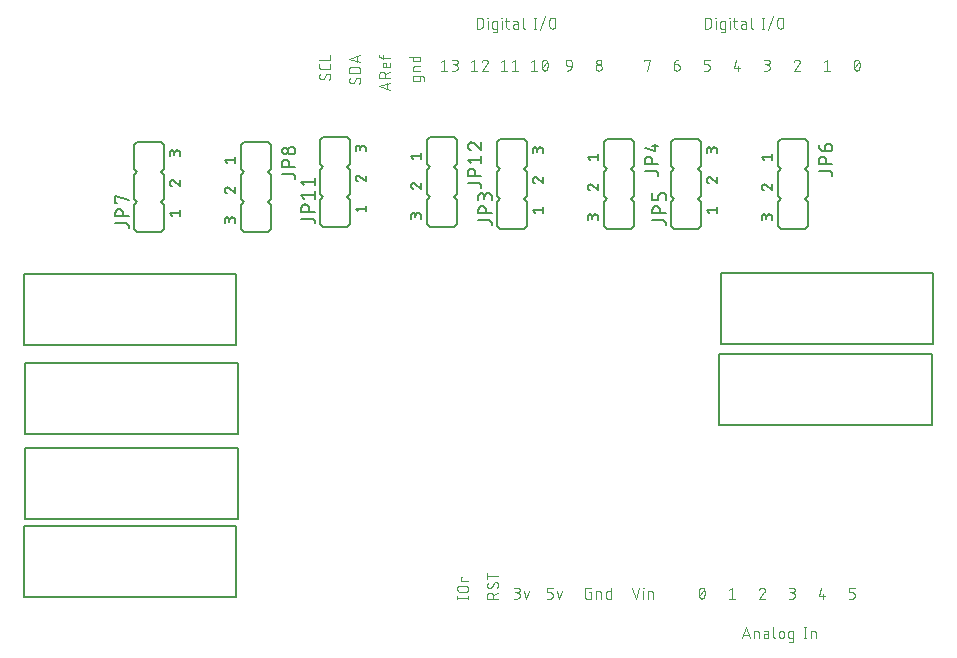
<source format=gbr>
G04 EAGLE Gerber RS-274X export*
G75*
%MOMM*%
%FSLAX34Y34*%
%LPD*%
%INSilkscreen Top*%
%IPPOS*%
%AMOC8*
5,1,8,0,0,1.08239X$1,22.5*%
G01*
%ADD10C,0.076200*%
%ADD11C,0.127000*%
%ADD12C,0.152400*%


D10*
X334899Y38380D02*
X325501Y38380D01*
X325501Y40991D01*
X325503Y41092D01*
X325509Y41193D01*
X325519Y41294D01*
X325532Y41394D01*
X325550Y41494D01*
X325571Y41593D01*
X325597Y41691D01*
X325626Y41788D01*
X325658Y41884D01*
X325695Y41978D01*
X325735Y42071D01*
X325779Y42163D01*
X325826Y42252D01*
X325877Y42340D01*
X325931Y42426D01*
X325988Y42509D01*
X326048Y42591D01*
X326112Y42669D01*
X326178Y42746D01*
X326248Y42819D01*
X326320Y42890D01*
X326395Y42958D01*
X326473Y43023D01*
X326553Y43085D01*
X326635Y43144D01*
X326720Y43200D01*
X326807Y43252D01*
X326895Y43301D01*
X326986Y43347D01*
X327078Y43388D01*
X327172Y43427D01*
X327267Y43461D01*
X327363Y43492D01*
X327461Y43519D01*
X327559Y43543D01*
X327659Y43562D01*
X327759Y43578D01*
X327859Y43590D01*
X327960Y43598D01*
X328061Y43602D01*
X328163Y43602D01*
X328264Y43598D01*
X328365Y43590D01*
X328465Y43578D01*
X328565Y43562D01*
X328665Y43543D01*
X328763Y43519D01*
X328861Y43492D01*
X328957Y43461D01*
X329052Y43427D01*
X329146Y43388D01*
X329238Y43347D01*
X329329Y43301D01*
X329418Y43252D01*
X329504Y43200D01*
X329589Y43144D01*
X329671Y43085D01*
X329751Y43023D01*
X329829Y42958D01*
X329904Y42890D01*
X329976Y42819D01*
X330046Y42746D01*
X330112Y42669D01*
X330176Y42591D01*
X330236Y42509D01*
X330293Y42426D01*
X330347Y42340D01*
X330398Y42252D01*
X330445Y42163D01*
X330489Y42071D01*
X330529Y41978D01*
X330566Y41884D01*
X330598Y41788D01*
X330627Y41691D01*
X330653Y41593D01*
X330674Y41494D01*
X330692Y41394D01*
X330705Y41294D01*
X330715Y41193D01*
X330721Y41092D01*
X330723Y40991D01*
X330722Y40991D02*
X330722Y38380D01*
X330722Y41513D02*
X334899Y43601D01*
X334899Y50295D02*
X334897Y50384D01*
X334891Y50472D01*
X334882Y50560D01*
X334869Y50648D01*
X334852Y50735D01*
X334832Y50821D01*
X334807Y50906D01*
X334780Y50991D01*
X334748Y51074D01*
X334714Y51155D01*
X334675Y51235D01*
X334634Y51313D01*
X334589Y51390D01*
X334541Y51464D01*
X334490Y51537D01*
X334436Y51607D01*
X334378Y51674D01*
X334318Y51740D01*
X334256Y51802D01*
X334190Y51862D01*
X334123Y51920D01*
X334053Y51974D01*
X333980Y52025D01*
X333906Y52073D01*
X333829Y52118D01*
X333751Y52159D01*
X333671Y52198D01*
X333590Y52232D01*
X333507Y52264D01*
X333422Y52291D01*
X333337Y52316D01*
X333251Y52336D01*
X333164Y52353D01*
X333076Y52366D01*
X332988Y52375D01*
X332900Y52381D01*
X332811Y52383D01*
X334899Y50295D02*
X334897Y50166D01*
X334891Y50037D01*
X334882Y49908D01*
X334869Y49780D01*
X334852Y49652D01*
X334831Y49525D01*
X334807Y49398D01*
X334779Y49272D01*
X334747Y49147D01*
X334712Y49023D01*
X334673Y48900D01*
X334630Y48778D01*
X334584Y48658D01*
X334534Y48539D01*
X334481Y48421D01*
X334425Y48305D01*
X334365Y48191D01*
X334302Y48078D01*
X334235Y47968D01*
X334166Y47859D01*
X334093Y47753D01*
X334017Y47648D01*
X333938Y47546D01*
X333856Y47447D01*
X333772Y47349D01*
X333684Y47254D01*
X333594Y47162D01*
X327589Y47424D02*
X327500Y47426D01*
X327412Y47432D01*
X327324Y47441D01*
X327236Y47454D01*
X327149Y47471D01*
X327063Y47491D01*
X326978Y47516D01*
X326893Y47543D01*
X326810Y47575D01*
X326729Y47609D01*
X326649Y47648D01*
X326571Y47689D01*
X326494Y47734D01*
X326420Y47782D01*
X326347Y47833D01*
X326277Y47887D01*
X326210Y47945D01*
X326144Y48005D01*
X326082Y48067D01*
X326022Y48133D01*
X325964Y48200D01*
X325910Y48270D01*
X325859Y48343D01*
X325811Y48417D01*
X325766Y48494D01*
X325725Y48572D01*
X325686Y48652D01*
X325652Y48733D01*
X325620Y48816D01*
X325593Y48901D01*
X325568Y48986D01*
X325548Y49072D01*
X325531Y49159D01*
X325518Y49247D01*
X325509Y49335D01*
X325503Y49423D01*
X325501Y49512D01*
X325503Y49632D01*
X325508Y49752D01*
X325518Y49871D01*
X325530Y49991D01*
X325547Y50110D01*
X325567Y50228D01*
X325591Y50346D01*
X325618Y50462D01*
X325649Y50578D01*
X325683Y50693D01*
X325721Y50807D01*
X325763Y50920D01*
X325808Y51031D01*
X325856Y51141D01*
X325907Y51249D01*
X325962Y51356D01*
X326020Y51461D01*
X326082Y51564D01*
X326146Y51665D01*
X326214Y51765D01*
X326284Y51862D01*
X329416Y48467D02*
X329368Y48389D01*
X329316Y48313D01*
X329262Y48240D01*
X329204Y48169D01*
X329143Y48100D01*
X329079Y48034D01*
X329012Y47971D01*
X328943Y47911D01*
X328871Y47854D01*
X328797Y47800D01*
X328720Y47750D01*
X328641Y47702D01*
X328561Y47659D01*
X328478Y47618D01*
X328394Y47582D01*
X328309Y47549D01*
X328222Y47520D01*
X328133Y47494D01*
X328044Y47472D01*
X327954Y47455D01*
X327864Y47441D01*
X327772Y47431D01*
X327681Y47425D01*
X327589Y47423D01*
X330984Y51339D02*
X331032Y51417D01*
X331084Y51493D01*
X331138Y51566D01*
X331196Y51637D01*
X331257Y51706D01*
X331321Y51772D01*
X331388Y51835D01*
X331457Y51895D01*
X331529Y51952D01*
X331603Y52006D01*
X331680Y52056D01*
X331759Y52104D01*
X331839Y52147D01*
X331922Y52188D01*
X332006Y52224D01*
X332091Y52257D01*
X332178Y52286D01*
X332267Y52312D01*
X332356Y52334D01*
X332446Y52351D01*
X332536Y52365D01*
X332628Y52375D01*
X332719Y52381D01*
X332811Y52383D01*
X330983Y51339D02*
X329417Y48467D01*
X325501Y58002D02*
X334899Y58002D01*
X325501Y55392D02*
X325501Y60613D01*
X347904Y38481D02*
X350515Y38481D01*
X350616Y38483D01*
X350717Y38489D01*
X350818Y38499D01*
X350918Y38512D01*
X351018Y38530D01*
X351117Y38551D01*
X351215Y38577D01*
X351312Y38606D01*
X351408Y38638D01*
X351502Y38675D01*
X351595Y38715D01*
X351687Y38759D01*
X351776Y38806D01*
X351864Y38857D01*
X351950Y38911D01*
X352033Y38968D01*
X352115Y39028D01*
X352193Y39092D01*
X352270Y39158D01*
X352343Y39228D01*
X352414Y39300D01*
X352482Y39375D01*
X352547Y39453D01*
X352609Y39533D01*
X352668Y39615D01*
X352724Y39700D01*
X352776Y39786D01*
X352825Y39875D01*
X352871Y39966D01*
X352912Y40058D01*
X352951Y40152D01*
X352985Y40247D01*
X353016Y40343D01*
X353043Y40441D01*
X353067Y40539D01*
X353086Y40639D01*
X353102Y40739D01*
X353114Y40839D01*
X353122Y40940D01*
X353126Y41041D01*
X353126Y41143D01*
X353122Y41244D01*
X353114Y41345D01*
X353102Y41445D01*
X353086Y41545D01*
X353067Y41645D01*
X353043Y41743D01*
X353016Y41841D01*
X352985Y41937D01*
X352951Y42032D01*
X352912Y42126D01*
X352871Y42218D01*
X352825Y42309D01*
X352776Y42397D01*
X352724Y42484D01*
X352668Y42569D01*
X352609Y42651D01*
X352547Y42731D01*
X352482Y42809D01*
X352414Y42884D01*
X352343Y42956D01*
X352270Y43026D01*
X352193Y43092D01*
X352115Y43156D01*
X352033Y43216D01*
X351950Y43273D01*
X351864Y43327D01*
X351776Y43378D01*
X351687Y43425D01*
X351595Y43469D01*
X351502Y43509D01*
X351408Y43546D01*
X351312Y43578D01*
X351215Y43607D01*
X351117Y43633D01*
X351018Y43654D01*
X350918Y43672D01*
X350818Y43685D01*
X350717Y43695D01*
X350616Y43701D01*
X350515Y43703D01*
X351037Y47879D02*
X347904Y47879D01*
X351037Y47879D02*
X351127Y47877D01*
X351216Y47871D01*
X351306Y47862D01*
X351395Y47848D01*
X351483Y47831D01*
X351570Y47810D01*
X351657Y47785D01*
X351742Y47756D01*
X351826Y47724D01*
X351908Y47689D01*
X351989Y47649D01*
X352068Y47607D01*
X352145Y47561D01*
X352220Y47511D01*
X352293Y47459D01*
X352364Y47403D01*
X352432Y47345D01*
X352497Y47283D01*
X352560Y47219D01*
X352620Y47152D01*
X352677Y47083D01*
X352731Y47011D01*
X352782Y46937D01*
X352830Y46861D01*
X352874Y46783D01*
X352915Y46703D01*
X352953Y46621D01*
X352987Y46538D01*
X353017Y46453D01*
X353044Y46367D01*
X353067Y46281D01*
X353086Y46193D01*
X353101Y46104D01*
X353113Y46015D01*
X353121Y45926D01*
X353125Y45836D01*
X353125Y45746D01*
X353121Y45656D01*
X353113Y45567D01*
X353101Y45478D01*
X353086Y45389D01*
X353067Y45301D01*
X353044Y45215D01*
X353017Y45129D01*
X352987Y45044D01*
X352953Y44961D01*
X352915Y44879D01*
X352874Y44799D01*
X352830Y44721D01*
X352782Y44645D01*
X352731Y44571D01*
X352677Y44499D01*
X352620Y44430D01*
X352560Y44363D01*
X352497Y44299D01*
X352432Y44237D01*
X352364Y44179D01*
X352293Y44123D01*
X352220Y44071D01*
X352145Y44021D01*
X352068Y43975D01*
X351989Y43933D01*
X351908Y43893D01*
X351826Y43858D01*
X351742Y43826D01*
X351657Y43797D01*
X351570Y43772D01*
X351483Y43751D01*
X351395Y43734D01*
X351306Y43720D01*
X351216Y43711D01*
X351127Y43705D01*
X351037Y43703D01*
X351037Y43702D02*
X348948Y43702D01*
X356656Y44746D02*
X358744Y38481D01*
X360833Y44746D01*
X375844Y38481D02*
X378977Y38481D01*
X379066Y38483D01*
X379154Y38489D01*
X379242Y38498D01*
X379330Y38511D01*
X379417Y38528D01*
X379503Y38548D01*
X379588Y38573D01*
X379673Y38600D01*
X379756Y38632D01*
X379837Y38666D01*
X379917Y38705D01*
X379995Y38746D01*
X380072Y38791D01*
X380146Y38839D01*
X380219Y38890D01*
X380289Y38944D01*
X380356Y39002D01*
X380422Y39062D01*
X380484Y39124D01*
X380544Y39190D01*
X380602Y39257D01*
X380656Y39327D01*
X380707Y39400D01*
X380755Y39474D01*
X380800Y39551D01*
X380841Y39629D01*
X380880Y39709D01*
X380914Y39790D01*
X380946Y39873D01*
X380973Y39958D01*
X380998Y40043D01*
X381018Y40129D01*
X381035Y40216D01*
X381048Y40304D01*
X381057Y40392D01*
X381063Y40480D01*
X381065Y40569D01*
X381065Y41614D01*
X381063Y41703D01*
X381057Y41791D01*
X381048Y41879D01*
X381035Y41967D01*
X381018Y42054D01*
X380998Y42140D01*
X380973Y42225D01*
X380946Y42310D01*
X380914Y42393D01*
X380880Y42474D01*
X380841Y42554D01*
X380800Y42632D01*
X380755Y42709D01*
X380707Y42783D01*
X380656Y42856D01*
X380602Y42926D01*
X380544Y42993D01*
X380484Y43059D01*
X380422Y43121D01*
X380356Y43181D01*
X380289Y43239D01*
X380219Y43293D01*
X380146Y43344D01*
X380072Y43392D01*
X379995Y43437D01*
X379917Y43478D01*
X379837Y43517D01*
X379756Y43551D01*
X379673Y43583D01*
X379588Y43610D01*
X379503Y43635D01*
X379417Y43655D01*
X379330Y43672D01*
X379242Y43685D01*
X379154Y43694D01*
X379066Y43700D01*
X378977Y43702D01*
X375844Y43702D01*
X375844Y47879D01*
X381065Y47879D01*
X384596Y44746D02*
X386684Y38481D01*
X388773Y44746D01*
X411807Y43702D02*
X413373Y43702D01*
X413373Y38481D01*
X410240Y38481D01*
X410151Y38483D01*
X410063Y38489D01*
X409975Y38498D01*
X409887Y38511D01*
X409800Y38528D01*
X409714Y38548D01*
X409629Y38573D01*
X409544Y38600D01*
X409461Y38632D01*
X409380Y38666D01*
X409300Y38705D01*
X409222Y38746D01*
X409145Y38791D01*
X409071Y38839D01*
X408998Y38890D01*
X408928Y38944D01*
X408861Y39002D01*
X408795Y39062D01*
X408733Y39124D01*
X408673Y39190D01*
X408615Y39257D01*
X408561Y39327D01*
X408510Y39400D01*
X408462Y39474D01*
X408417Y39551D01*
X408376Y39629D01*
X408337Y39709D01*
X408303Y39790D01*
X408271Y39873D01*
X408244Y39958D01*
X408219Y40043D01*
X408199Y40129D01*
X408182Y40216D01*
X408169Y40304D01*
X408160Y40392D01*
X408154Y40480D01*
X408152Y40569D01*
X408152Y45791D01*
X408154Y45882D01*
X408160Y45973D01*
X408170Y46064D01*
X408184Y46154D01*
X408201Y46243D01*
X408223Y46331D01*
X408249Y46419D01*
X408278Y46505D01*
X408311Y46590D01*
X408348Y46673D01*
X408388Y46755D01*
X408432Y46835D01*
X408479Y46913D01*
X408530Y46989D01*
X408583Y47062D01*
X408640Y47133D01*
X408701Y47202D01*
X408764Y47267D01*
X408829Y47330D01*
X408898Y47390D01*
X408969Y47448D01*
X409042Y47501D01*
X409118Y47552D01*
X409196Y47599D01*
X409276Y47643D01*
X409358Y47683D01*
X409441Y47720D01*
X409526Y47753D01*
X409612Y47782D01*
X409700Y47808D01*
X409788Y47830D01*
X409877Y47847D01*
X409967Y47861D01*
X410058Y47871D01*
X410149Y47877D01*
X410240Y47879D01*
X413373Y47879D01*
X417818Y44746D02*
X417818Y38481D01*
X417818Y44746D02*
X420429Y44746D01*
X420506Y44744D01*
X420582Y44738D01*
X420659Y44729D01*
X420735Y44716D01*
X420810Y44699D01*
X420884Y44679D01*
X420957Y44654D01*
X421028Y44627D01*
X421099Y44596D01*
X421167Y44561D01*
X421234Y44523D01*
X421299Y44482D01*
X421362Y44438D01*
X421422Y44391D01*
X421481Y44340D01*
X421536Y44287D01*
X421589Y44232D01*
X421640Y44173D01*
X421687Y44113D01*
X421731Y44050D01*
X421772Y43985D01*
X421810Y43918D01*
X421845Y43850D01*
X421876Y43779D01*
X421903Y43708D01*
X421928Y43635D01*
X421948Y43561D01*
X421965Y43486D01*
X421978Y43410D01*
X421987Y43334D01*
X421993Y43257D01*
X421995Y43180D01*
X421995Y38481D01*
X430179Y38481D02*
X430179Y47879D01*
X430179Y38481D02*
X427568Y38481D01*
X427491Y38483D01*
X427415Y38489D01*
X427338Y38498D01*
X427262Y38511D01*
X427187Y38528D01*
X427113Y38548D01*
X427040Y38573D01*
X426969Y38600D01*
X426898Y38631D01*
X426830Y38666D01*
X426763Y38704D01*
X426698Y38745D01*
X426635Y38789D01*
X426575Y38836D01*
X426516Y38887D01*
X426461Y38940D01*
X426408Y38995D01*
X426357Y39054D01*
X426310Y39114D01*
X426266Y39177D01*
X426225Y39242D01*
X426187Y39309D01*
X426152Y39377D01*
X426121Y39448D01*
X426094Y39519D01*
X426069Y39592D01*
X426049Y39666D01*
X426032Y39741D01*
X426019Y39817D01*
X426010Y39894D01*
X426004Y39970D01*
X426002Y40047D01*
X426002Y43180D01*
X426004Y43257D01*
X426010Y43333D01*
X426019Y43410D01*
X426032Y43486D01*
X426049Y43561D01*
X426069Y43635D01*
X426094Y43708D01*
X426121Y43779D01*
X426152Y43850D01*
X426187Y43918D01*
X426225Y43985D01*
X426266Y44050D01*
X426310Y44113D01*
X426357Y44173D01*
X426408Y44232D01*
X426461Y44287D01*
X426516Y44340D01*
X426575Y44391D01*
X426635Y44438D01*
X426698Y44482D01*
X426763Y44523D01*
X426830Y44561D01*
X426898Y44596D01*
X426969Y44627D01*
X427040Y44654D01*
X427113Y44679D01*
X427187Y44699D01*
X427262Y44716D01*
X427338Y44729D01*
X427415Y44738D01*
X427491Y44744D01*
X427568Y44746D01*
X430179Y44746D01*
X448234Y47879D02*
X451367Y38481D01*
X454499Y47879D01*
X457767Y44746D02*
X457767Y38481D01*
X457506Y47357D02*
X457506Y47879D01*
X458028Y47879D01*
X458028Y47357D01*
X457506Y47357D01*
X461775Y44746D02*
X461775Y38481D01*
X461775Y44746D02*
X464386Y44746D01*
X464463Y44744D01*
X464539Y44738D01*
X464616Y44729D01*
X464692Y44716D01*
X464767Y44699D01*
X464841Y44679D01*
X464914Y44654D01*
X464985Y44627D01*
X465056Y44596D01*
X465124Y44561D01*
X465191Y44523D01*
X465256Y44482D01*
X465319Y44438D01*
X465379Y44391D01*
X465438Y44340D01*
X465493Y44287D01*
X465546Y44232D01*
X465597Y44173D01*
X465644Y44113D01*
X465688Y44050D01*
X465729Y43985D01*
X465767Y43918D01*
X465802Y43850D01*
X465833Y43779D01*
X465860Y43708D01*
X465885Y43635D01*
X465905Y43561D01*
X465922Y43486D01*
X465935Y43410D01*
X465944Y43334D01*
X465950Y43257D01*
X465952Y43180D01*
X465952Y38481D01*
X544635Y14402D02*
X541502Y5004D01*
X547767Y5004D02*
X544635Y14402D01*
X546984Y7354D02*
X542285Y7354D01*
X551385Y5004D02*
X551385Y11269D01*
X553996Y11269D01*
X554073Y11267D01*
X554149Y11261D01*
X554226Y11252D01*
X554302Y11239D01*
X554377Y11222D01*
X554451Y11202D01*
X554524Y11177D01*
X554595Y11150D01*
X554666Y11119D01*
X554734Y11084D01*
X554801Y11046D01*
X554866Y11005D01*
X554929Y10961D01*
X554989Y10914D01*
X555048Y10863D01*
X555103Y10810D01*
X555156Y10755D01*
X555207Y10696D01*
X555254Y10636D01*
X555298Y10573D01*
X555339Y10508D01*
X555377Y10441D01*
X555412Y10373D01*
X555443Y10302D01*
X555470Y10231D01*
X555495Y10158D01*
X555515Y10084D01*
X555532Y10009D01*
X555545Y9933D01*
X555554Y9857D01*
X555560Y9780D01*
X555562Y9703D01*
X555562Y5004D01*
X561397Y8659D02*
X563746Y8659D01*
X561397Y8658D02*
X561313Y8656D01*
X561228Y8650D01*
X561145Y8640D01*
X561061Y8627D01*
X560979Y8609D01*
X560897Y8588D01*
X560816Y8563D01*
X560737Y8535D01*
X560659Y8502D01*
X560583Y8466D01*
X560508Y8427D01*
X560435Y8384D01*
X560364Y8338D01*
X560296Y8289D01*
X560230Y8237D01*
X560166Y8181D01*
X560105Y8123D01*
X560047Y8062D01*
X559991Y7998D01*
X559939Y7932D01*
X559890Y7864D01*
X559844Y7793D01*
X559801Y7720D01*
X559762Y7645D01*
X559726Y7569D01*
X559693Y7491D01*
X559665Y7412D01*
X559640Y7331D01*
X559619Y7249D01*
X559601Y7167D01*
X559588Y7083D01*
X559578Y7000D01*
X559572Y6915D01*
X559570Y6831D01*
X559572Y6747D01*
X559578Y6662D01*
X559588Y6579D01*
X559601Y6495D01*
X559619Y6413D01*
X559640Y6331D01*
X559665Y6250D01*
X559693Y6171D01*
X559726Y6093D01*
X559762Y6017D01*
X559801Y5942D01*
X559844Y5869D01*
X559890Y5798D01*
X559939Y5730D01*
X559991Y5664D01*
X560047Y5600D01*
X560105Y5539D01*
X560166Y5481D01*
X560230Y5425D01*
X560296Y5373D01*
X560364Y5324D01*
X560435Y5278D01*
X560508Y5235D01*
X560583Y5196D01*
X560659Y5160D01*
X560737Y5127D01*
X560816Y5099D01*
X560897Y5074D01*
X560979Y5053D01*
X561061Y5035D01*
X561145Y5022D01*
X561228Y5012D01*
X561313Y5006D01*
X561397Y5004D01*
X563746Y5004D01*
X563746Y9703D01*
X563744Y9780D01*
X563738Y9856D01*
X563729Y9933D01*
X563716Y10009D01*
X563699Y10084D01*
X563679Y10158D01*
X563654Y10231D01*
X563627Y10302D01*
X563596Y10373D01*
X563561Y10441D01*
X563523Y10508D01*
X563482Y10573D01*
X563438Y10636D01*
X563391Y10696D01*
X563340Y10755D01*
X563287Y10810D01*
X563232Y10863D01*
X563173Y10914D01*
X563113Y10961D01*
X563050Y11005D01*
X562985Y11046D01*
X562918Y11084D01*
X562850Y11119D01*
X562779Y11150D01*
X562708Y11177D01*
X562635Y11202D01*
X562561Y11222D01*
X562486Y11239D01*
X562410Y11252D01*
X562333Y11261D01*
X562257Y11267D01*
X562180Y11269D01*
X560091Y11269D01*
X567970Y14402D02*
X567970Y6570D01*
X567972Y6493D01*
X567978Y6417D01*
X567987Y6340D01*
X568000Y6264D01*
X568017Y6189D01*
X568037Y6115D01*
X568062Y6042D01*
X568089Y5971D01*
X568120Y5900D01*
X568155Y5832D01*
X568193Y5765D01*
X568234Y5700D01*
X568278Y5637D01*
X568325Y5577D01*
X568376Y5518D01*
X568429Y5463D01*
X568484Y5410D01*
X568543Y5359D01*
X568603Y5312D01*
X568666Y5268D01*
X568731Y5227D01*
X568798Y5189D01*
X568866Y5154D01*
X568937Y5123D01*
X569008Y5096D01*
X569081Y5071D01*
X569155Y5051D01*
X569230Y5034D01*
X569306Y5021D01*
X569383Y5012D01*
X569459Y5006D01*
X569536Y5004D01*
X572721Y7092D02*
X572721Y9181D01*
X572722Y9181D02*
X572724Y9271D01*
X572730Y9360D01*
X572739Y9450D01*
X572753Y9539D01*
X572770Y9627D01*
X572791Y9714D01*
X572816Y9801D01*
X572845Y9886D01*
X572877Y9970D01*
X572912Y10052D01*
X572952Y10133D01*
X572994Y10212D01*
X573040Y10289D01*
X573090Y10364D01*
X573142Y10437D01*
X573198Y10508D01*
X573256Y10576D01*
X573318Y10641D01*
X573382Y10704D01*
X573449Y10764D01*
X573518Y10821D01*
X573590Y10875D01*
X573664Y10926D01*
X573740Y10974D01*
X573818Y11018D01*
X573898Y11059D01*
X573980Y11097D01*
X574063Y11131D01*
X574148Y11161D01*
X574234Y11188D01*
X574320Y11211D01*
X574408Y11230D01*
X574497Y11245D01*
X574586Y11257D01*
X574675Y11265D01*
X574765Y11269D01*
X574855Y11269D01*
X574945Y11265D01*
X575034Y11257D01*
X575123Y11245D01*
X575212Y11230D01*
X575300Y11211D01*
X575386Y11188D01*
X575472Y11161D01*
X575557Y11131D01*
X575640Y11097D01*
X575722Y11059D01*
X575802Y11018D01*
X575880Y10974D01*
X575956Y10926D01*
X576030Y10875D01*
X576102Y10821D01*
X576171Y10764D01*
X576238Y10704D01*
X576302Y10641D01*
X576364Y10576D01*
X576422Y10508D01*
X576478Y10437D01*
X576530Y10364D01*
X576580Y10289D01*
X576626Y10212D01*
X576668Y10133D01*
X576708Y10052D01*
X576743Y9970D01*
X576775Y9886D01*
X576804Y9801D01*
X576829Y9714D01*
X576850Y9627D01*
X576867Y9539D01*
X576881Y9450D01*
X576890Y9360D01*
X576896Y9271D01*
X576898Y9181D01*
X576898Y7092D01*
X576896Y7002D01*
X576890Y6913D01*
X576881Y6823D01*
X576867Y6734D01*
X576850Y6646D01*
X576829Y6559D01*
X576804Y6472D01*
X576775Y6387D01*
X576743Y6303D01*
X576708Y6221D01*
X576668Y6140D01*
X576626Y6061D01*
X576580Y5984D01*
X576530Y5909D01*
X576478Y5836D01*
X576422Y5765D01*
X576364Y5697D01*
X576302Y5632D01*
X576238Y5569D01*
X576171Y5509D01*
X576102Y5452D01*
X576030Y5398D01*
X575956Y5347D01*
X575880Y5299D01*
X575802Y5255D01*
X575722Y5214D01*
X575640Y5176D01*
X575557Y5142D01*
X575472Y5112D01*
X575386Y5085D01*
X575300Y5062D01*
X575212Y5043D01*
X575123Y5028D01*
X575034Y5016D01*
X574945Y5008D01*
X574855Y5004D01*
X574765Y5004D01*
X574675Y5008D01*
X574586Y5016D01*
X574497Y5028D01*
X574408Y5043D01*
X574320Y5062D01*
X574234Y5085D01*
X574148Y5112D01*
X574063Y5142D01*
X573980Y5176D01*
X573898Y5214D01*
X573818Y5255D01*
X573740Y5299D01*
X573664Y5347D01*
X573590Y5398D01*
X573518Y5452D01*
X573449Y5509D01*
X573382Y5569D01*
X573318Y5632D01*
X573256Y5697D01*
X573198Y5765D01*
X573142Y5836D01*
X573090Y5909D01*
X573040Y5984D01*
X572994Y6061D01*
X572952Y6140D01*
X572912Y6221D01*
X572877Y6303D01*
X572845Y6387D01*
X572816Y6472D01*
X572791Y6559D01*
X572770Y6646D01*
X572753Y6734D01*
X572739Y6823D01*
X572730Y6913D01*
X572724Y7002D01*
X572722Y7092D01*
X582167Y5004D02*
X584777Y5004D01*
X582167Y5004D02*
X582090Y5006D01*
X582014Y5012D01*
X581937Y5021D01*
X581861Y5034D01*
X581786Y5051D01*
X581712Y5071D01*
X581639Y5096D01*
X581568Y5123D01*
X581497Y5154D01*
X581429Y5189D01*
X581362Y5227D01*
X581297Y5268D01*
X581234Y5312D01*
X581174Y5359D01*
X581115Y5410D01*
X581060Y5463D01*
X581007Y5518D01*
X580956Y5577D01*
X580909Y5637D01*
X580865Y5700D01*
X580824Y5765D01*
X580786Y5832D01*
X580751Y5900D01*
X580720Y5971D01*
X580693Y6042D01*
X580668Y6115D01*
X580648Y6189D01*
X580631Y6264D01*
X580618Y6340D01*
X580609Y6417D01*
X580603Y6493D01*
X580601Y6570D01*
X580600Y6570D02*
X580600Y9703D01*
X580601Y9703D02*
X580603Y9780D01*
X580609Y9856D01*
X580618Y9933D01*
X580631Y10009D01*
X580648Y10084D01*
X580668Y10158D01*
X580693Y10231D01*
X580720Y10302D01*
X580751Y10373D01*
X580786Y10441D01*
X580824Y10508D01*
X580865Y10573D01*
X580909Y10636D01*
X580956Y10696D01*
X581007Y10755D01*
X581060Y10810D01*
X581115Y10863D01*
X581174Y10914D01*
X581234Y10961D01*
X581297Y11005D01*
X581362Y11046D01*
X581429Y11084D01*
X581497Y11119D01*
X581568Y11150D01*
X581639Y11177D01*
X581712Y11202D01*
X581786Y11222D01*
X581861Y11239D01*
X581937Y11252D01*
X582014Y11261D01*
X582090Y11267D01*
X582167Y11269D01*
X584777Y11269D01*
X584777Y3438D01*
X584775Y3361D01*
X584769Y3285D01*
X584760Y3208D01*
X584747Y3132D01*
X584730Y3057D01*
X584710Y2983D01*
X584685Y2910D01*
X584658Y2839D01*
X584627Y2768D01*
X584592Y2700D01*
X584554Y2633D01*
X584513Y2568D01*
X584469Y2505D01*
X584422Y2445D01*
X584371Y2386D01*
X584318Y2331D01*
X584263Y2278D01*
X584204Y2227D01*
X584144Y2180D01*
X584081Y2136D01*
X584016Y2095D01*
X583949Y2057D01*
X583881Y2022D01*
X583810Y1991D01*
X583739Y1964D01*
X583666Y1939D01*
X583592Y1919D01*
X583517Y1902D01*
X583441Y1889D01*
X583365Y1880D01*
X583288Y1874D01*
X583211Y1872D01*
X583211Y1871D02*
X581122Y1871D01*
X594622Y5004D02*
X594622Y14402D01*
X593577Y5004D02*
X595666Y5004D01*
X595666Y14402D02*
X593577Y14402D01*
X599543Y11269D02*
X599543Y5004D01*
X599543Y11269D02*
X602154Y11269D01*
X602231Y11267D01*
X602307Y11261D01*
X602384Y11252D01*
X602460Y11239D01*
X602535Y11222D01*
X602609Y11202D01*
X602682Y11177D01*
X602753Y11150D01*
X602824Y11119D01*
X602892Y11084D01*
X602959Y11046D01*
X603024Y11005D01*
X603087Y10961D01*
X603147Y10914D01*
X603206Y10863D01*
X603261Y10810D01*
X603314Y10755D01*
X603365Y10696D01*
X603412Y10636D01*
X603456Y10573D01*
X603497Y10508D01*
X603535Y10441D01*
X603570Y10373D01*
X603601Y10302D01*
X603628Y10231D01*
X603653Y10158D01*
X603673Y10084D01*
X603690Y10009D01*
X603703Y9933D01*
X603712Y9857D01*
X603718Y9780D01*
X603720Y9703D01*
X603720Y5004D01*
X504571Y43180D02*
X504573Y43365D01*
X504580Y43550D01*
X504591Y43734D01*
X504606Y43918D01*
X504626Y44102D01*
X504650Y44286D01*
X504679Y44468D01*
X504712Y44650D01*
X504749Y44831D01*
X504791Y45011D01*
X504837Y45191D01*
X504887Y45369D01*
X504941Y45545D01*
X505000Y45721D01*
X505062Y45895D01*
X505129Y46067D01*
X505200Y46238D01*
X505275Y46407D01*
X505354Y46574D01*
X505384Y46654D01*
X505417Y46733D01*
X505454Y46810D01*
X505494Y46886D01*
X505537Y46960D01*
X505583Y47032D01*
X505633Y47101D01*
X505685Y47169D01*
X505741Y47234D01*
X505799Y47297D01*
X505861Y47356D01*
X505924Y47414D01*
X505991Y47468D01*
X506059Y47519D01*
X506130Y47567D01*
X506203Y47612D01*
X506277Y47654D01*
X506354Y47692D01*
X506432Y47727D01*
X506511Y47759D01*
X506592Y47787D01*
X506674Y47811D01*
X506758Y47832D01*
X506841Y47849D01*
X506926Y47862D01*
X507011Y47871D01*
X507096Y47877D01*
X507182Y47879D01*
X507268Y47877D01*
X507353Y47871D01*
X507438Y47862D01*
X507523Y47849D01*
X507606Y47832D01*
X507690Y47811D01*
X507772Y47787D01*
X507853Y47759D01*
X507932Y47727D01*
X508010Y47692D01*
X508087Y47654D01*
X508161Y47612D01*
X508234Y47567D01*
X508305Y47519D01*
X508373Y47468D01*
X508440Y47414D01*
X508503Y47356D01*
X508565Y47297D01*
X508623Y47234D01*
X508679Y47169D01*
X508731Y47101D01*
X508781Y47032D01*
X508827Y46960D01*
X508870Y46886D01*
X508910Y46810D01*
X508947Y46733D01*
X508980Y46654D01*
X509010Y46574D01*
X509009Y46574D02*
X509088Y46407D01*
X509163Y46238D01*
X509234Y46067D01*
X509301Y45895D01*
X509363Y45721D01*
X509422Y45545D01*
X509476Y45369D01*
X509526Y45191D01*
X509572Y45011D01*
X509614Y44831D01*
X509651Y44650D01*
X509684Y44468D01*
X509713Y44286D01*
X509737Y44102D01*
X509757Y43918D01*
X509772Y43734D01*
X509783Y43550D01*
X509790Y43365D01*
X509792Y43180D01*
X504571Y43180D02*
X504573Y42995D01*
X504580Y42810D01*
X504591Y42626D01*
X504606Y42442D01*
X504626Y42258D01*
X504650Y42074D01*
X504679Y41892D01*
X504712Y41710D01*
X504749Y41529D01*
X504791Y41349D01*
X504837Y41169D01*
X504887Y40991D01*
X504941Y40815D01*
X505000Y40639D01*
X505062Y40465D01*
X505129Y40293D01*
X505200Y40122D01*
X505275Y39953D01*
X505354Y39786D01*
X505384Y39706D01*
X505417Y39627D01*
X505454Y39550D01*
X505494Y39474D01*
X505537Y39400D01*
X505583Y39328D01*
X505633Y39259D01*
X505686Y39191D01*
X505741Y39126D01*
X505800Y39063D01*
X505861Y39004D01*
X505924Y38946D01*
X505991Y38892D01*
X506059Y38841D01*
X506130Y38793D01*
X506203Y38748D01*
X506277Y38706D01*
X506354Y38668D01*
X506432Y38633D01*
X506511Y38601D01*
X506592Y38573D01*
X506674Y38549D01*
X506758Y38528D01*
X506841Y38511D01*
X506926Y38498D01*
X507011Y38489D01*
X507096Y38483D01*
X507182Y38481D01*
X509009Y39786D02*
X509088Y39953D01*
X509163Y40122D01*
X509234Y40293D01*
X509301Y40465D01*
X509363Y40639D01*
X509422Y40815D01*
X509476Y40991D01*
X509526Y41169D01*
X509572Y41349D01*
X509614Y41529D01*
X509651Y41710D01*
X509684Y41892D01*
X509713Y42074D01*
X509737Y42258D01*
X509757Y42442D01*
X509772Y42626D01*
X509783Y42810D01*
X509790Y42995D01*
X509792Y43180D01*
X509010Y39786D02*
X508980Y39706D01*
X508947Y39627D01*
X508910Y39550D01*
X508870Y39474D01*
X508827Y39400D01*
X508781Y39328D01*
X508731Y39259D01*
X508679Y39191D01*
X508623Y39126D01*
X508565Y39063D01*
X508503Y39004D01*
X508440Y38946D01*
X508373Y38892D01*
X508305Y38841D01*
X508234Y38793D01*
X508161Y38748D01*
X508087Y38706D01*
X508010Y38668D01*
X507932Y38633D01*
X507853Y38601D01*
X507772Y38573D01*
X507690Y38549D01*
X507606Y38528D01*
X507523Y38511D01*
X507438Y38498D01*
X507353Y38489D01*
X507268Y38483D01*
X507182Y38481D01*
X505093Y40569D02*
X509270Y45791D01*
X529971Y45791D02*
X532582Y47879D01*
X532582Y38481D01*
X535192Y38481D02*
X529971Y38481D01*
X558243Y47880D02*
X558338Y47878D01*
X558432Y47872D01*
X558526Y47863D01*
X558620Y47850D01*
X558713Y47833D01*
X558805Y47812D01*
X558897Y47787D01*
X558987Y47759D01*
X559076Y47727D01*
X559164Y47692D01*
X559250Y47653D01*
X559335Y47611D01*
X559418Y47565D01*
X559499Y47516D01*
X559578Y47464D01*
X559655Y47409D01*
X559729Y47350D01*
X559801Y47289D01*
X559871Y47225D01*
X559938Y47158D01*
X560002Y47088D01*
X560063Y47016D01*
X560122Y46942D01*
X560177Y46865D01*
X560229Y46786D01*
X560278Y46705D01*
X560324Y46622D01*
X560366Y46537D01*
X560405Y46451D01*
X560440Y46363D01*
X560472Y46274D01*
X560500Y46184D01*
X560525Y46092D01*
X560546Y46000D01*
X560563Y45907D01*
X560576Y45813D01*
X560585Y45719D01*
X560591Y45625D01*
X560593Y45530D01*
X558243Y47879D02*
X558135Y47877D01*
X558026Y47871D01*
X557918Y47861D01*
X557811Y47848D01*
X557704Y47830D01*
X557597Y47809D01*
X557492Y47784D01*
X557387Y47755D01*
X557284Y47723D01*
X557182Y47686D01*
X557081Y47646D01*
X556982Y47603D01*
X556884Y47556D01*
X556788Y47505D01*
X556694Y47451D01*
X556602Y47394D01*
X556512Y47333D01*
X556424Y47269D01*
X556339Y47203D01*
X556256Y47133D01*
X556176Y47060D01*
X556098Y46984D01*
X556023Y46906D01*
X555951Y46825D01*
X555882Y46741D01*
X555816Y46655D01*
X555753Y46567D01*
X555694Y46476D01*
X555637Y46384D01*
X555584Y46289D01*
X555535Y46193D01*
X555489Y46094D01*
X555446Y45995D01*
X555407Y45893D01*
X555372Y45791D01*
X559809Y43702D02*
X559878Y43771D01*
X559944Y43842D01*
X560008Y43915D01*
X560069Y43991D01*
X560127Y44070D01*
X560181Y44150D01*
X560233Y44233D01*
X560281Y44317D01*
X560327Y44403D01*
X560368Y44491D01*
X560407Y44581D01*
X560442Y44672D01*
X560473Y44764D01*
X560501Y44857D01*
X560525Y44951D01*
X560545Y45046D01*
X560562Y45142D01*
X560575Y45239D01*
X560584Y45336D01*
X560590Y45433D01*
X560592Y45530D01*
X559809Y43702D02*
X555371Y38481D01*
X560592Y38481D01*
X580771Y38481D02*
X583382Y38481D01*
X583483Y38483D01*
X583584Y38489D01*
X583685Y38499D01*
X583785Y38512D01*
X583885Y38530D01*
X583984Y38551D01*
X584082Y38577D01*
X584179Y38606D01*
X584275Y38638D01*
X584369Y38675D01*
X584462Y38715D01*
X584554Y38759D01*
X584643Y38806D01*
X584731Y38857D01*
X584817Y38911D01*
X584900Y38968D01*
X584982Y39028D01*
X585060Y39092D01*
X585137Y39158D01*
X585210Y39228D01*
X585281Y39300D01*
X585349Y39375D01*
X585414Y39453D01*
X585476Y39533D01*
X585535Y39615D01*
X585591Y39700D01*
X585643Y39786D01*
X585692Y39875D01*
X585738Y39966D01*
X585779Y40058D01*
X585818Y40152D01*
X585852Y40247D01*
X585883Y40343D01*
X585910Y40441D01*
X585934Y40539D01*
X585953Y40639D01*
X585969Y40739D01*
X585981Y40839D01*
X585989Y40940D01*
X585993Y41041D01*
X585993Y41143D01*
X585989Y41244D01*
X585981Y41345D01*
X585969Y41445D01*
X585953Y41545D01*
X585934Y41645D01*
X585910Y41743D01*
X585883Y41841D01*
X585852Y41937D01*
X585818Y42032D01*
X585779Y42126D01*
X585738Y42218D01*
X585692Y42309D01*
X585643Y42397D01*
X585591Y42484D01*
X585535Y42569D01*
X585476Y42651D01*
X585414Y42731D01*
X585349Y42809D01*
X585281Y42884D01*
X585210Y42956D01*
X585137Y43026D01*
X585060Y43092D01*
X584982Y43156D01*
X584900Y43216D01*
X584817Y43273D01*
X584731Y43327D01*
X584643Y43378D01*
X584554Y43425D01*
X584462Y43469D01*
X584369Y43509D01*
X584275Y43546D01*
X584179Y43578D01*
X584082Y43607D01*
X583984Y43633D01*
X583885Y43654D01*
X583785Y43672D01*
X583685Y43685D01*
X583584Y43695D01*
X583483Y43701D01*
X583382Y43703D01*
X583904Y47879D02*
X580771Y47879D01*
X583904Y47879D02*
X583994Y47877D01*
X584083Y47871D01*
X584173Y47862D01*
X584262Y47848D01*
X584350Y47831D01*
X584437Y47810D01*
X584524Y47785D01*
X584609Y47756D01*
X584693Y47724D01*
X584775Y47689D01*
X584856Y47649D01*
X584935Y47607D01*
X585012Y47561D01*
X585087Y47511D01*
X585160Y47459D01*
X585231Y47403D01*
X585299Y47345D01*
X585364Y47283D01*
X585427Y47219D01*
X585487Y47152D01*
X585544Y47083D01*
X585598Y47011D01*
X585649Y46937D01*
X585697Y46861D01*
X585741Y46783D01*
X585782Y46703D01*
X585820Y46621D01*
X585854Y46538D01*
X585884Y46453D01*
X585911Y46367D01*
X585934Y46281D01*
X585953Y46193D01*
X585968Y46104D01*
X585980Y46015D01*
X585988Y45926D01*
X585992Y45836D01*
X585992Y45746D01*
X585988Y45656D01*
X585980Y45567D01*
X585968Y45478D01*
X585953Y45389D01*
X585934Y45301D01*
X585911Y45215D01*
X585884Y45129D01*
X585854Y45044D01*
X585820Y44961D01*
X585782Y44879D01*
X585741Y44799D01*
X585697Y44721D01*
X585649Y44645D01*
X585598Y44571D01*
X585544Y44499D01*
X585487Y44430D01*
X585427Y44363D01*
X585364Y44299D01*
X585299Y44237D01*
X585231Y44179D01*
X585160Y44123D01*
X585087Y44071D01*
X585012Y44021D01*
X584935Y43975D01*
X584856Y43933D01*
X584775Y43893D01*
X584693Y43858D01*
X584609Y43826D01*
X584524Y43797D01*
X584437Y43772D01*
X584350Y43751D01*
X584262Y43734D01*
X584173Y43720D01*
X584083Y43711D01*
X583994Y43705D01*
X583904Y43703D01*
X583904Y43702D02*
X581815Y43702D01*
X606171Y40569D02*
X608259Y47879D01*
X606171Y40569D02*
X611392Y40569D01*
X609826Y42658D02*
X609826Y38481D01*
X631571Y38481D02*
X634704Y38481D01*
X634793Y38483D01*
X634881Y38489D01*
X634969Y38498D01*
X635057Y38511D01*
X635144Y38528D01*
X635230Y38548D01*
X635315Y38573D01*
X635400Y38600D01*
X635483Y38632D01*
X635564Y38666D01*
X635644Y38705D01*
X635722Y38746D01*
X635799Y38791D01*
X635873Y38839D01*
X635946Y38890D01*
X636016Y38944D01*
X636083Y39002D01*
X636149Y39062D01*
X636211Y39124D01*
X636271Y39190D01*
X636329Y39257D01*
X636383Y39327D01*
X636434Y39400D01*
X636482Y39474D01*
X636527Y39551D01*
X636568Y39629D01*
X636607Y39709D01*
X636641Y39790D01*
X636673Y39873D01*
X636700Y39958D01*
X636725Y40043D01*
X636745Y40129D01*
X636762Y40216D01*
X636775Y40304D01*
X636784Y40392D01*
X636790Y40480D01*
X636792Y40569D01*
X636792Y41614D01*
X636790Y41703D01*
X636784Y41791D01*
X636775Y41879D01*
X636762Y41967D01*
X636745Y42054D01*
X636725Y42140D01*
X636700Y42225D01*
X636673Y42310D01*
X636641Y42393D01*
X636607Y42474D01*
X636568Y42554D01*
X636527Y42632D01*
X636482Y42709D01*
X636434Y42783D01*
X636383Y42856D01*
X636329Y42926D01*
X636271Y42993D01*
X636211Y43059D01*
X636149Y43121D01*
X636083Y43181D01*
X636016Y43239D01*
X635946Y43293D01*
X635873Y43344D01*
X635799Y43392D01*
X635722Y43437D01*
X635644Y43478D01*
X635564Y43517D01*
X635483Y43551D01*
X635400Y43583D01*
X635315Y43610D01*
X635230Y43635D01*
X635144Y43655D01*
X635057Y43672D01*
X634969Y43685D01*
X634881Y43694D01*
X634793Y43700D01*
X634704Y43702D01*
X631571Y43702D01*
X631571Y47879D01*
X636792Y47879D01*
X243459Y469184D02*
X234061Y472317D01*
X243459Y475449D01*
X241110Y474666D02*
X241110Y469967D01*
X243459Y479212D02*
X234061Y479212D01*
X234061Y481822D01*
X234063Y481923D01*
X234069Y482024D01*
X234079Y482125D01*
X234092Y482225D01*
X234110Y482325D01*
X234131Y482424D01*
X234157Y482522D01*
X234186Y482619D01*
X234218Y482715D01*
X234255Y482809D01*
X234295Y482902D01*
X234339Y482994D01*
X234386Y483083D01*
X234437Y483171D01*
X234491Y483257D01*
X234548Y483340D01*
X234608Y483422D01*
X234672Y483500D01*
X234738Y483577D01*
X234808Y483650D01*
X234880Y483721D01*
X234955Y483789D01*
X235033Y483854D01*
X235113Y483916D01*
X235195Y483975D01*
X235280Y484031D01*
X235367Y484083D01*
X235455Y484132D01*
X235546Y484178D01*
X235638Y484219D01*
X235732Y484258D01*
X235827Y484292D01*
X235923Y484323D01*
X236021Y484350D01*
X236119Y484374D01*
X236219Y484393D01*
X236319Y484409D01*
X236419Y484421D01*
X236520Y484429D01*
X236621Y484433D01*
X236723Y484433D01*
X236824Y484429D01*
X236925Y484421D01*
X237025Y484409D01*
X237125Y484393D01*
X237225Y484374D01*
X237323Y484350D01*
X237421Y484323D01*
X237517Y484292D01*
X237612Y484258D01*
X237706Y484219D01*
X237798Y484178D01*
X237889Y484132D01*
X237978Y484083D01*
X238064Y484031D01*
X238149Y483975D01*
X238231Y483916D01*
X238311Y483854D01*
X238389Y483789D01*
X238464Y483721D01*
X238536Y483650D01*
X238606Y483577D01*
X238672Y483500D01*
X238736Y483422D01*
X238796Y483340D01*
X238853Y483257D01*
X238907Y483171D01*
X238958Y483083D01*
X239005Y482994D01*
X239049Y482902D01*
X239089Y482809D01*
X239126Y482715D01*
X239158Y482619D01*
X239187Y482522D01*
X239213Y482424D01*
X239234Y482325D01*
X239252Y482225D01*
X239265Y482125D01*
X239275Y482024D01*
X239281Y481923D01*
X239283Y481822D01*
X239282Y481822D02*
X239282Y479212D01*
X239282Y482344D02*
X243459Y484433D01*
X243459Y489778D02*
X243459Y492388D01*
X243459Y489778D02*
X243457Y489701D01*
X243451Y489625D01*
X243442Y489548D01*
X243429Y489472D01*
X243412Y489397D01*
X243392Y489323D01*
X243367Y489250D01*
X243340Y489179D01*
X243309Y489108D01*
X243274Y489040D01*
X243236Y488973D01*
X243195Y488908D01*
X243151Y488845D01*
X243104Y488785D01*
X243053Y488726D01*
X243000Y488671D01*
X242945Y488618D01*
X242886Y488567D01*
X242826Y488520D01*
X242763Y488476D01*
X242698Y488435D01*
X242631Y488397D01*
X242563Y488362D01*
X242492Y488331D01*
X242421Y488304D01*
X242348Y488279D01*
X242274Y488259D01*
X242199Y488242D01*
X242123Y488229D01*
X242046Y488220D01*
X241970Y488214D01*
X241893Y488212D01*
X241893Y488211D02*
X239282Y488211D01*
X239282Y488212D02*
X239192Y488214D01*
X239103Y488220D01*
X239013Y488229D01*
X238924Y488243D01*
X238836Y488260D01*
X238749Y488281D01*
X238662Y488306D01*
X238577Y488335D01*
X238493Y488367D01*
X238411Y488402D01*
X238330Y488442D01*
X238251Y488484D01*
X238174Y488530D01*
X238099Y488580D01*
X238026Y488632D01*
X237955Y488688D01*
X237887Y488746D01*
X237822Y488808D01*
X237759Y488872D01*
X237699Y488939D01*
X237642Y489008D01*
X237588Y489080D01*
X237537Y489154D01*
X237489Y489230D01*
X237445Y489308D01*
X237404Y489388D01*
X237366Y489470D01*
X237332Y489553D01*
X237302Y489638D01*
X237275Y489724D01*
X237252Y489810D01*
X237233Y489898D01*
X237218Y489987D01*
X237206Y490076D01*
X237198Y490165D01*
X237194Y490255D01*
X237194Y490345D01*
X237198Y490435D01*
X237206Y490524D01*
X237218Y490613D01*
X237233Y490702D01*
X237252Y490790D01*
X237275Y490876D01*
X237302Y490962D01*
X237332Y491047D01*
X237366Y491130D01*
X237404Y491212D01*
X237445Y491292D01*
X237489Y491370D01*
X237537Y491446D01*
X237588Y491520D01*
X237642Y491592D01*
X237699Y491661D01*
X237759Y491728D01*
X237822Y491792D01*
X237887Y491854D01*
X237955Y491912D01*
X238026Y491968D01*
X238099Y492020D01*
X238174Y492070D01*
X238251Y492116D01*
X238330Y492158D01*
X238411Y492198D01*
X238493Y492233D01*
X238577Y492265D01*
X238662Y492294D01*
X238749Y492319D01*
X238836Y492340D01*
X238924Y492357D01*
X239013Y492371D01*
X239103Y492380D01*
X239192Y492386D01*
X239282Y492388D01*
X240326Y492388D01*
X240326Y488211D01*
X243459Y496641D02*
X235627Y496641D01*
X235550Y496643D01*
X235474Y496649D01*
X235397Y496658D01*
X235321Y496671D01*
X235247Y496688D01*
X235172Y496708D01*
X235099Y496733D01*
X235028Y496760D01*
X234957Y496791D01*
X234889Y496826D01*
X234822Y496864D01*
X234757Y496905D01*
X234694Y496949D01*
X234634Y496996D01*
X234575Y497047D01*
X234520Y497100D01*
X234467Y497155D01*
X234416Y497214D01*
X234369Y497274D01*
X234325Y497337D01*
X234284Y497402D01*
X234246Y497469D01*
X234211Y497537D01*
X234180Y497608D01*
X234153Y497679D01*
X234128Y497752D01*
X234108Y497826D01*
X234091Y497901D01*
X234078Y497977D01*
X234069Y498053D01*
X234063Y498130D01*
X234061Y498207D01*
X234061Y498729D01*
X237194Y498729D02*
X237194Y495596D01*
X268859Y480695D02*
X268859Y478085D01*
X268857Y478008D01*
X268851Y477932D01*
X268842Y477855D01*
X268829Y477779D01*
X268812Y477704D01*
X268792Y477630D01*
X268767Y477557D01*
X268740Y477486D01*
X268709Y477415D01*
X268674Y477347D01*
X268636Y477280D01*
X268595Y477215D01*
X268551Y477152D01*
X268504Y477092D01*
X268453Y477033D01*
X268400Y476978D01*
X268345Y476925D01*
X268286Y476874D01*
X268226Y476827D01*
X268163Y476783D01*
X268098Y476742D01*
X268031Y476704D01*
X267963Y476669D01*
X267892Y476638D01*
X267821Y476611D01*
X267748Y476586D01*
X267674Y476566D01*
X267599Y476549D01*
X267523Y476536D01*
X267446Y476527D01*
X267370Y476521D01*
X267293Y476519D01*
X267293Y476518D02*
X264160Y476518D01*
X264160Y476519D02*
X264083Y476521D01*
X264007Y476527D01*
X263930Y476536D01*
X263854Y476549D01*
X263779Y476566D01*
X263705Y476586D01*
X263632Y476611D01*
X263561Y476638D01*
X263490Y476669D01*
X263422Y476704D01*
X263355Y476742D01*
X263290Y476783D01*
X263227Y476827D01*
X263167Y476874D01*
X263108Y476925D01*
X263053Y476978D01*
X263000Y477033D01*
X262949Y477092D01*
X262902Y477152D01*
X262858Y477215D01*
X262817Y477280D01*
X262779Y477347D01*
X262744Y477415D01*
X262713Y477486D01*
X262686Y477557D01*
X262661Y477630D01*
X262641Y477704D01*
X262624Y477779D01*
X262611Y477855D01*
X262602Y477932D01*
X262596Y478008D01*
X262594Y478085D01*
X262594Y480695D01*
X270425Y480695D01*
X270502Y480693D01*
X270578Y480687D01*
X270655Y480678D01*
X270731Y480665D01*
X270806Y480648D01*
X270880Y480628D01*
X270953Y480603D01*
X271024Y480576D01*
X271095Y480545D01*
X271163Y480510D01*
X271230Y480472D01*
X271295Y480431D01*
X271358Y480387D01*
X271418Y480340D01*
X271477Y480289D01*
X271532Y480236D01*
X271585Y480181D01*
X271636Y480122D01*
X271683Y480062D01*
X271727Y479999D01*
X271768Y479934D01*
X271806Y479867D01*
X271841Y479799D01*
X271872Y479728D01*
X271899Y479657D01*
X271924Y479584D01*
X271944Y479510D01*
X271961Y479435D01*
X271974Y479359D01*
X271983Y479282D01*
X271989Y479206D01*
X271991Y479129D01*
X271992Y479129D02*
X271992Y477040D01*
X268859Y485098D02*
X262594Y485098D01*
X262594Y487709D01*
X262596Y487786D01*
X262602Y487862D01*
X262611Y487939D01*
X262624Y488015D01*
X262641Y488090D01*
X262661Y488164D01*
X262686Y488237D01*
X262713Y488308D01*
X262744Y488379D01*
X262779Y488447D01*
X262817Y488514D01*
X262858Y488579D01*
X262902Y488642D01*
X262949Y488702D01*
X263000Y488761D01*
X263053Y488816D01*
X263108Y488869D01*
X263167Y488920D01*
X263227Y488967D01*
X263290Y489011D01*
X263355Y489052D01*
X263422Y489090D01*
X263490Y489125D01*
X263561Y489156D01*
X263632Y489183D01*
X263705Y489208D01*
X263779Y489228D01*
X263854Y489245D01*
X263930Y489258D01*
X264006Y489267D01*
X264083Y489273D01*
X264160Y489275D01*
X268859Y489275D01*
X268859Y497459D02*
X259461Y497459D01*
X268859Y497459D02*
X268859Y494848D01*
X268857Y494771D01*
X268851Y494695D01*
X268842Y494618D01*
X268829Y494542D01*
X268812Y494467D01*
X268792Y494393D01*
X268767Y494320D01*
X268740Y494249D01*
X268709Y494178D01*
X268674Y494110D01*
X268636Y494043D01*
X268595Y493978D01*
X268551Y493915D01*
X268504Y493855D01*
X268453Y493796D01*
X268400Y493741D01*
X268345Y493688D01*
X268286Y493637D01*
X268226Y493590D01*
X268163Y493546D01*
X268098Y493505D01*
X268031Y493467D01*
X267963Y493432D01*
X267892Y493401D01*
X267821Y493374D01*
X267748Y493349D01*
X267674Y493329D01*
X267599Y493312D01*
X267523Y493299D01*
X267446Y493290D01*
X267370Y493284D01*
X267293Y493282D01*
X264160Y493282D01*
X264083Y493284D01*
X264007Y493290D01*
X263930Y493299D01*
X263854Y493312D01*
X263779Y493329D01*
X263705Y493349D01*
X263632Y493374D01*
X263561Y493401D01*
X263490Y493432D01*
X263422Y493467D01*
X263355Y493505D01*
X263290Y493546D01*
X263227Y493590D01*
X263167Y493637D01*
X263108Y493688D01*
X263053Y493741D01*
X263000Y493796D01*
X262949Y493855D01*
X262902Y493915D01*
X262858Y493978D01*
X262817Y494043D01*
X262779Y494110D01*
X262744Y494178D01*
X262713Y494249D01*
X262686Y494320D01*
X262661Y494393D01*
X262641Y494467D01*
X262624Y494542D01*
X262611Y494618D01*
X262602Y494695D01*
X262596Y494771D01*
X262594Y494848D01*
X262594Y497459D01*
X286244Y492831D02*
X288854Y494919D01*
X288854Y485521D01*
X286244Y485521D02*
X291465Y485521D01*
X295388Y485521D02*
X297998Y485521D01*
X298099Y485523D01*
X298200Y485529D01*
X298301Y485539D01*
X298401Y485552D01*
X298501Y485570D01*
X298600Y485591D01*
X298698Y485617D01*
X298795Y485646D01*
X298891Y485678D01*
X298985Y485715D01*
X299078Y485755D01*
X299170Y485799D01*
X299259Y485846D01*
X299347Y485897D01*
X299433Y485951D01*
X299516Y486008D01*
X299598Y486068D01*
X299676Y486132D01*
X299753Y486198D01*
X299826Y486268D01*
X299897Y486340D01*
X299965Y486415D01*
X300030Y486493D01*
X300092Y486573D01*
X300151Y486655D01*
X300207Y486740D01*
X300259Y486827D01*
X300308Y486915D01*
X300354Y487006D01*
X300395Y487098D01*
X300434Y487192D01*
X300468Y487287D01*
X300499Y487383D01*
X300526Y487481D01*
X300550Y487579D01*
X300569Y487679D01*
X300585Y487779D01*
X300597Y487879D01*
X300605Y487980D01*
X300609Y488081D01*
X300609Y488183D01*
X300605Y488284D01*
X300597Y488385D01*
X300585Y488485D01*
X300569Y488585D01*
X300550Y488685D01*
X300526Y488783D01*
X300499Y488881D01*
X300468Y488977D01*
X300434Y489072D01*
X300395Y489166D01*
X300354Y489258D01*
X300308Y489349D01*
X300259Y489437D01*
X300207Y489524D01*
X300151Y489609D01*
X300092Y489691D01*
X300030Y489771D01*
X299965Y489849D01*
X299897Y489924D01*
X299826Y489996D01*
X299753Y490066D01*
X299676Y490132D01*
X299598Y490196D01*
X299516Y490256D01*
X299433Y490313D01*
X299347Y490367D01*
X299259Y490418D01*
X299170Y490465D01*
X299078Y490509D01*
X298985Y490549D01*
X298891Y490586D01*
X298795Y490618D01*
X298698Y490647D01*
X298600Y490673D01*
X298501Y490694D01*
X298401Y490712D01*
X298301Y490725D01*
X298200Y490735D01*
X298099Y490741D01*
X297998Y490743D01*
X298521Y494919D02*
X295388Y494919D01*
X298521Y494919D02*
X298611Y494917D01*
X298700Y494911D01*
X298790Y494902D01*
X298879Y494888D01*
X298967Y494871D01*
X299054Y494850D01*
X299141Y494825D01*
X299226Y494796D01*
X299310Y494764D01*
X299392Y494729D01*
X299473Y494689D01*
X299552Y494647D01*
X299629Y494601D01*
X299704Y494551D01*
X299777Y494499D01*
X299848Y494443D01*
X299916Y494385D01*
X299981Y494323D01*
X300044Y494259D01*
X300104Y494192D01*
X300161Y494123D01*
X300215Y494051D01*
X300266Y493977D01*
X300314Y493901D01*
X300358Y493823D01*
X300399Y493743D01*
X300437Y493661D01*
X300471Y493578D01*
X300501Y493493D01*
X300528Y493407D01*
X300551Y493321D01*
X300570Y493233D01*
X300585Y493144D01*
X300597Y493055D01*
X300605Y492966D01*
X300609Y492876D01*
X300609Y492786D01*
X300605Y492696D01*
X300597Y492607D01*
X300585Y492518D01*
X300570Y492429D01*
X300551Y492341D01*
X300528Y492255D01*
X300501Y492169D01*
X300471Y492084D01*
X300437Y492001D01*
X300399Y491919D01*
X300358Y491839D01*
X300314Y491761D01*
X300266Y491685D01*
X300215Y491611D01*
X300161Y491539D01*
X300104Y491470D01*
X300044Y491403D01*
X299981Y491339D01*
X299916Y491277D01*
X299848Y491219D01*
X299777Y491163D01*
X299704Y491111D01*
X299629Y491061D01*
X299552Y491015D01*
X299473Y490973D01*
X299392Y490933D01*
X299310Y490898D01*
X299226Y490866D01*
X299141Y490837D01*
X299054Y490812D01*
X298967Y490791D01*
X298879Y490774D01*
X298790Y490760D01*
X298700Y490751D01*
X298611Y490745D01*
X298521Y490743D01*
X298521Y490742D02*
X296432Y490742D01*
X311644Y492831D02*
X314254Y494919D01*
X314254Y485521D01*
X311644Y485521D02*
X316865Y485521D01*
X326010Y492570D02*
X326008Y492665D01*
X326002Y492759D01*
X325993Y492853D01*
X325980Y492947D01*
X325963Y493040D01*
X325942Y493132D01*
X325917Y493224D01*
X325889Y493314D01*
X325857Y493403D01*
X325822Y493491D01*
X325783Y493577D01*
X325741Y493662D01*
X325695Y493745D01*
X325646Y493826D01*
X325594Y493905D01*
X325539Y493982D01*
X325480Y494056D01*
X325419Y494128D01*
X325355Y494198D01*
X325288Y494265D01*
X325218Y494329D01*
X325146Y494390D01*
X325072Y494449D01*
X324995Y494504D01*
X324916Y494556D01*
X324835Y494605D01*
X324752Y494651D01*
X324667Y494693D01*
X324581Y494732D01*
X324493Y494767D01*
X324404Y494799D01*
X324314Y494827D01*
X324222Y494852D01*
X324130Y494873D01*
X324037Y494890D01*
X323943Y494903D01*
X323849Y494912D01*
X323755Y494918D01*
X323660Y494920D01*
X323660Y494919D02*
X323552Y494917D01*
X323443Y494911D01*
X323335Y494901D01*
X323228Y494888D01*
X323121Y494870D01*
X323014Y494849D01*
X322909Y494824D01*
X322804Y494795D01*
X322701Y494763D01*
X322599Y494726D01*
X322498Y494686D01*
X322399Y494643D01*
X322301Y494596D01*
X322205Y494545D01*
X322111Y494491D01*
X322019Y494434D01*
X321929Y494373D01*
X321841Y494309D01*
X321756Y494243D01*
X321673Y494173D01*
X321593Y494100D01*
X321515Y494024D01*
X321440Y493946D01*
X321368Y493865D01*
X321299Y493781D01*
X321233Y493695D01*
X321170Y493607D01*
X321111Y493516D01*
X321054Y493424D01*
X321001Y493329D01*
X320952Y493233D01*
X320906Y493134D01*
X320863Y493035D01*
X320824Y492933D01*
X320789Y492831D01*
X325226Y490742D02*
X325295Y490811D01*
X325361Y490882D01*
X325425Y490955D01*
X325486Y491031D01*
X325544Y491110D01*
X325598Y491190D01*
X325650Y491273D01*
X325698Y491357D01*
X325744Y491443D01*
X325785Y491531D01*
X325824Y491621D01*
X325859Y491712D01*
X325890Y491804D01*
X325918Y491897D01*
X325942Y491991D01*
X325962Y492086D01*
X325979Y492182D01*
X325992Y492279D01*
X326001Y492376D01*
X326007Y492473D01*
X326009Y492570D01*
X325226Y490742D02*
X320788Y485521D01*
X326009Y485521D01*
X337044Y492831D02*
X339654Y494919D01*
X339654Y485521D01*
X337044Y485521D02*
X342265Y485521D01*
X346188Y492831D02*
X348798Y494919D01*
X348798Y485521D01*
X346188Y485521D02*
X351409Y485521D01*
X362444Y492831D02*
X365054Y494919D01*
X365054Y485521D01*
X362444Y485521D02*
X367665Y485521D01*
X371588Y490220D02*
X371590Y490405D01*
X371597Y490590D01*
X371608Y490774D01*
X371623Y490958D01*
X371643Y491142D01*
X371667Y491326D01*
X371696Y491508D01*
X371729Y491690D01*
X371766Y491871D01*
X371808Y492051D01*
X371854Y492231D01*
X371904Y492409D01*
X371958Y492585D01*
X372017Y492761D01*
X372079Y492935D01*
X372146Y493107D01*
X372217Y493278D01*
X372292Y493447D01*
X372371Y493614D01*
X372370Y493614D02*
X372400Y493694D01*
X372433Y493773D01*
X372470Y493850D01*
X372510Y493926D01*
X372553Y494000D01*
X372599Y494072D01*
X372649Y494141D01*
X372701Y494209D01*
X372757Y494274D01*
X372815Y494337D01*
X372877Y494396D01*
X372940Y494454D01*
X373007Y494508D01*
X373075Y494559D01*
X373146Y494607D01*
X373219Y494652D01*
X373293Y494694D01*
X373370Y494732D01*
X373448Y494767D01*
X373527Y494799D01*
X373608Y494827D01*
X373690Y494851D01*
X373774Y494872D01*
X373857Y494889D01*
X373942Y494902D01*
X374027Y494911D01*
X374112Y494917D01*
X374198Y494919D01*
X374284Y494917D01*
X374369Y494911D01*
X374454Y494902D01*
X374539Y494889D01*
X374622Y494872D01*
X374706Y494851D01*
X374788Y494827D01*
X374869Y494799D01*
X374948Y494767D01*
X375026Y494732D01*
X375103Y494694D01*
X375177Y494652D01*
X375250Y494607D01*
X375321Y494559D01*
X375389Y494508D01*
X375456Y494454D01*
X375519Y494396D01*
X375581Y494337D01*
X375639Y494274D01*
X375695Y494209D01*
X375747Y494141D01*
X375797Y494072D01*
X375843Y494000D01*
X375886Y493926D01*
X375926Y493850D01*
X375963Y493773D01*
X375996Y493694D01*
X376026Y493614D01*
X376105Y493447D01*
X376180Y493278D01*
X376251Y493107D01*
X376318Y492935D01*
X376380Y492761D01*
X376439Y492585D01*
X376493Y492409D01*
X376543Y492231D01*
X376589Y492051D01*
X376631Y491871D01*
X376668Y491690D01*
X376701Y491508D01*
X376730Y491326D01*
X376754Y491142D01*
X376774Y490958D01*
X376789Y490774D01*
X376800Y490590D01*
X376807Y490405D01*
X376809Y490220D01*
X371588Y490220D02*
X371590Y490035D01*
X371597Y489850D01*
X371608Y489666D01*
X371623Y489482D01*
X371643Y489298D01*
X371667Y489114D01*
X371696Y488932D01*
X371729Y488750D01*
X371766Y488569D01*
X371808Y488389D01*
X371854Y488209D01*
X371904Y488031D01*
X371958Y487855D01*
X372017Y487679D01*
X372079Y487505D01*
X372146Y487333D01*
X372217Y487162D01*
X372292Y486993D01*
X372371Y486826D01*
X372370Y486826D02*
X372400Y486746D01*
X372433Y486667D01*
X372470Y486590D01*
X372510Y486514D01*
X372553Y486440D01*
X372599Y486368D01*
X372649Y486299D01*
X372702Y486231D01*
X372757Y486166D01*
X372816Y486103D01*
X372877Y486044D01*
X372940Y485986D01*
X373007Y485932D01*
X373075Y485881D01*
X373146Y485833D01*
X373219Y485788D01*
X373293Y485746D01*
X373370Y485708D01*
X373448Y485673D01*
X373527Y485641D01*
X373608Y485613D01*
X373690Y485589D01*
X373774Y485568D01*
X373857Y485551D01*
X373942Y485538D01*
X374027Y485529D01*
X374112Y485523D01*
X374198Y485521D01*
X376026Y486826D02*
X376105Y486993D01*
X376180Y487162D01*
X376251Y487333D01*
X376318Y487505D01*
X376380Y487679D01*
X376439Y487855D01*
X376493Y488031D01*
X376543Y488209D01*
X376589Y488389D01*
X376631Y488569D01*
X376668Y488750D01*
X376701Y488932D01*
X376730Y489114D01*
X376754Y489298D01*
X376774Y489482D01*
X376789Y489666D01*
X376800Y489850D01*
X376807Y490035D01*
X376809Y490220D01*
X376026Y486826D02*
X375996Y486746D01*
X375963Y486667D01*
X375926Y486590D01*
X375886Y486514D01*
X375843Y486440D01*
X375797Y486368D01*
X375747Y486299D01*
X375695Y486231D01*
X375639Y486166D01*
X375581Y486103D01*
X375519Y486044D01*
X375456Y485986D01*
X375389Y485932D01*
X375321Y485881D01*
X375250Y485833D01*
X375177Y485788D01*
X375103Y485746D01*
X375026Y485708D01*
X374948Y485673D01*
X374869Y485641D01*
X374788Y485613D01*
X374706Y485589D01*
X374622Y485568D01*
X374539Y485551D01*
X374454Y485538D01*
X374369Y485529D01*
X374284Y485523D01*
X374198Y485521D01*
X372110Y487609D02*
X376287Y492831D01*
X393996Y489698D02*
X397129Y489698D01*
X393996Y489698D02*
X393907Y489700D01*
X393819Y489706D01*
X393731Y489715D01*
X393643Y489728D01*
X393556Y489745D01*
X393470Y489765D01*
X393385Y489790D01*
X393300Y489817D01*
X393217Y489849D01*
X393136Y489883D01*
X393056Y489922D01*
X392978Y489963D01*
X392901Y490008D01*
X392827Y490056D01*
X392754Y490107D01*
X392684Y490161D01*
X392617Y490219D01*
X392551Y490279D01*
X392489Y490341D01*
X392429Y490407D01*
X392371Y490474D01*
X392317Y490544D01*
X392266Y490617D01*
X392218Y490691D01*
X392173Y490768D01*
X392132Y490846D01*
X392093Y490926D01*
X392059Y491007D01*
X392027Y491090D01*
X392000Y491175D01*
X391975Y491260D01*
X391955Y491346D01*
X391938Y491433D01*
X391925Y491521D01*
X391916Y491609D01*
X391910Y491697D01*
X391908Y491786D01*
X391908Y492308D01*
X391907Y492308D02*
X391909Y492409D01*
X391915Y492510D01*
X391925Y492611D01*
X391938Y492711D01*
X391956Y492811D01*
X391977Y492910D01*
X392003Y493008D01*
X392032Y493105D01*
X392064Y493201D01*
X392101Y493295D01*
X392141Y493388D01*
X392185Y493480D01*
X392232Y493569D01*
X392283Y493657D01*
X392337Y493743D01*
X392394Y493826D01*
X392454Y493908D01*
X392518Y493986D01*
X392584Y494063D01*
X392654Y494136D01*
X392726Y494207D01*
X392801Y494275D01*
X392879Y494340D01*
X392959Y494402D01*
X393041Y494461D01*
X393126Y494517D01*
X393213Y494569D01*
X393301Y494618D01*
X393392Y494664D01*
X393484Y494705D01*
X393578Y494744D01*
X393673Y494778D01*
X393769Y494809D01*
X393867Y494836D01*
X393965Y494860D01*
X394065Y494879D01*
X394165Y494895D01*
X394265Y494907D01*
X394366Y494915D01*
X394467Y494919D01*
X394569Y494919D01*
X394670Y494915D01*
X394771Y494907D01*
X394871Y494895D01*
X394971Y494879D01*
X395071Y494860D01*
X395169Y494836D01*
X395267Y494809D01*
X395363Y494778D01*
X395458Y494744D01*
X395552Y494705D01*
X395644Y494664D01*
X395735Y494618D01*
X395824Y494569D01*
X395910Y494517D01*
X395995Y494461D01*
X396077Y494402D01*
X396157Y494340D01*
X396235Y494275D01*
X396310Y494207D01*
X396382Y494136D01*
X396452Y494063D01*
X396518Y493986D01*
X396582Y493908D01*
X396642Y493826D01*
X396699Y493743D01*
X396753Y493657D01*
X396804Y493569D01*
X396851Y493480D01*
X396895Y493388D01*
X396935Y493295D01*
X396972Y493201D01*
X397004Y493105D01*
X397033Y493008D01*
X397059Y492910D01*
X397080Y492811D01*
X397098Y492711D01*
X397111Y492611D01*
X397121Y492510D01*
X397127Y492409D01*
X397129Y492308D01*
X397129Y489698D01*
X397127Y489572D01*
X397121Y489446D01*
X397112Y489320D01*
X397099Y489195D01*
X397081Y489070D01*
X397061Y488945D01*
X397036Y488821D01*
X397008Y488698D01*
X396976Y488576D01*
X396940Y488455D01*
X396901Y488335D01*
X396858Y488217D01*
X396811Y488100D01*
X396761Y487984D01*
X396707Y487869D01*
X396651Y487757D01*
X396590Y487646D01*
X396527Y487537D01*
X396460Y487430D01*
X396390Y487325D01*
X396316Y487222D01*
X396240Y487122D01*
X396161Y487024D01*
X396079Y486928D01*
X395993Y486835D01*
X395906Y486744D01*
X395815Y486657D01*
X395722Y486571D01*
X395626Y486489D01*
X395528Y486410D01*
X395428Y486334D01*
X395325Y486260D01*
X395220Y486190D01*
X395113Y486123D01*
X395004Y486060D01*
X394893Y485999D01*
X394781Y485943D01*
X394666Y485889D01*
X394550Y485839D01*
X394433Y485792D01*
X394315Y485749D01*
X394195Y485710D01*
X394074Y485674D01*
X393952Y485642D01*
X393829Y485614D01*
X393705Y485589D01*
X393580Y485569D01*
X393455Y485551D01*
X393330Y485538D01*
X393204Y485529D01*
X393078Y485523D01*
X392952Y485521D01*
X417307Y488132D02*
X417309Y488233D01*
X417315Y488334D01*
X417325Y488435D01*
X417338Y488535D01*
X417356Y488635D01*
X417377Y488734D01*
X417403Y488832D01*
X417432Y488929D01*
X417464Y489025D01*
X417501Y489119D01*
X417541Y489212D01*
X417585Y489304D01*
X417632Y489393D01*
X417683Y489481D01*
X417737Y489567D01*
X417794Y489650D01*
X417854Y489732D01*
X417918Y489810D01*
X417984Y489887D01*
X418054Y489960D01*
X418126Y490031D01*
X418201Y490099D01*
X418279Y490164D01*
X418359Y490226D01*
X418441Y490285D01*
X418526Y490341D01*
X418613Y490393D01*
X418701Y490442D01*
X418792Y490488D01*
X418884Y490529D01*
X418978Y490568D01*
X419073Y490602D01*
X419169Y490633D01*
X419267Y490660D01*
X419365Y490684D01*
X419465Y490703D01*
X419565Y490719D01*
X419665Y490731D01*
X419766Y490739D01*
X419867Y490743D01*
X419969Y490743D01*
X420070Y490739D01*
X420171Y490731D01*
X420271Y490719D01*
X420371Y490703D01*
X420471Y490684D01*
X420569Y490660D01*
X420667Y490633D01*
X420763Y490602D01*
X420858Y490568D01*
X420952Y490529D01*
X421044Y490488D01*
X421135Y490442D01*
X421224Y490393D01*
X421310Y490341D01*
X421395Y490285D01*
X421477Y490226D01*
X421557Y490164D01*
X421635Y490099D01*
X421710Y490031D01*
X421782Y489960D01*
X421852Y489887D01*
X421918Y489810D01*
X421982Y489732D01*
X422042Y489650D01*
X422099Y489567D01*
X422153Y489481D01*
X422204Y489393D01*
X422251Y489304D01*
X422295Y489212D01*
X422335Y489119D01*
X422372Y489025D01*
X422404Y488929D01*
X422433Y488832D01*
X422459Y488734D01*
X422480Y488635D01*
X422498Y488535D01*
X422511Y488435D01*
X422521Y488334D01*
X422527Y488233D01*
X422529Y488132D01*
X422527Y488031D01*
X422521Y487930D01*
X422511Y487829D01*
X422498Y487729D01*
X422480Y487629D01*
X422459Y487530D01*
X422433Y487432D01*
X422404Y487335D01*
X422372Y487239D01*
X422335Y487145D01*
X422295Y487052D01*
X422251Y486960D01*
X422204Y486871D01*
X422153Y486783D01*
X422099Y486697D01*
X422042Y486614D01*
X421982Y486532D01*
X421918Y486454D01*
X421852Y486377D01*
X421782Y486304D01*
X421710Y486233D01*
X421635Y486165D01*
X421557Y486100D01*
X421477Y486038D01*
X421395Y485979D01*
X421310Y485923D01*
X421223Y485871D01*
X421135Y485822D01*
X421044Y485776D01*
X420952Y485735D01*
X420858Y485696D01*
X420763Y485662D01*
X420667Y485631D01*
X420569Y485604D01*
X420471Y485580D01*
X420371Y485561D01*
X420271Y485545D01*
X420171Y485533D01*
X420070Y485525D01*
X419969Y485521D01*
X419867Y485521D01*
X419766Y485525D01*
X419665Y485533D01*
X419565Y485545D01*
X419465Y485561D01*
X419365Y485580D01*
X419267Y485604D01*
X419169Y485631D01*
X419073Y485662D01*
X418978Y485696D01*
X418884Y485735D01*
X418792Y485776D01*
X418701Y485822D01*
X418613Y485871D01*
X418526Y485923D01*
X418441Y485979D01*
X418359Y486038D01*
X418279Y486100D01*
X418201Y486165D01*
X418126Y486233D01*
X418054Y486304D01*
X417984Y486377D01*
X417918Y486454D01*
X417854Y486532D01*
X417794Y486614D01*
X417737Y486697D01*
X417683Y486783D01*
X417632Y486871D01*
X417585Y486960D01*
X417541Y487052D01*
X417501Y487145D01*
X417464Y487239D01*
X417432Y487335D01*
X417403Y487432D01*
X417377Y487530D01*
X417356Y487629D01*
X417338Y487729D01*
X417325Y487829D01*
X417315Y487930D01*
X417309Y488031D01*
X417307Y488132D01*
X417830Y492831D02*
X417832Y492921D01*
X417838Y493010D01*
X417847Y493100D01*
X417861Y493189D01*
X417878Y493277D01*
X417899Y493364D01*
X417924Y493451D01*
X417953Y493536D01*
X417985Y493620D01*
X418020Y493702D01*
X418060Y493783D01*
X418102Y493862D01*
X418148Y493939D01*
X418198Y494014D01*
X418250Y494087D01*
X418306Y494158D01*
X418364Y494226D01*
X418426Y494291D01*
X418490Y494354D01*
X418557Y494414D01*
X418626Y494471D01*
X418698Y494525D01*
X418772Y494576D01*
X418848Y494624D01*
X418926Y494668D01*
X419006Y494709D01*
X419088Y494747D01*
X419171Y494781D01*
X419256Y494811D01*
X419342Y494838D01*
X419428Y494861D01*
X419516Y494880D01*
X419605Y494895D01*
X419694Y494907D01*
X419783Y494915D01*
X419873Y494919D01*
X419963Y494919D01*
X420053Y494915D01*
X420142Y494907D01*
X420231Y494895D01*
X420320Y494880D01*
X420408Y494861D01*
X420494Y494838D01*
X420580Y494811D01*
X420665Y494781D01*
X420748Y494747D01*
X420830Y494709D01*
X420910Y494668D01*
X420988Y494624D01*
X421064Y494576D01*
X421138Y494525D01*
X421210Y494471D01*
X421279Y494414D01*
X421346Y494354D01*
X421410Y494291D01*
X421472Y494226D01*
X421530Y494158D01*
X421586Y494087D01*
X421638Y494014D01*
X421688Y493939D01*
X421734Y493862D01*
X421776Y493783D01*
X421816Y493702D01*
X421851Y493620D01*
X421883Y493536D01*
X421912Y493451D01*
X421937Y493364D01*
X421958Y493277D01*
X421975Y493189D01*
X421989Y493100D01*
X421998Y493010D01*
X422004Y492921D01*
X422006Y492831D01*
X422004Y492741D01*
X421998Y492652D01*
X421989Y492562D01*
X421975Y492473D01*
X421958Y492385D01*
X421937Y492298D01*
X421912Y492211D01*
X421883Y492126D01*
X421851Y492042D01*
X421816Y491960D01*
X421776Y491879D01*
X421734Y491800D01*
X421688Y491723D01*
X421638Y491648D01*
X421586Y491575D01*
X421530Y491504D01*
X421472Y491436D01*
X421410Y491371D01*
X421346Y491308D01*
X421279Y491248D01*
X421210Y491191D01*
X421138Y491137D01*
X421064Y491086D01*
X420988Y491038D01*
X420910Y490994D01*
X420830Y490953D01*
X420748Y490915D01*
X420665Y490881D01*
X420580Y490851D01*
X420494Y490824D01*
X420408Y490801D01*
X420320Y490782D01*
X420231Y490767D01*
X420142Y490755D01*
X420053Y490747D01*
X419963Y490743D01*
X419873Y490743D01*
X419783Y490747D01*
X419694Y490755D01*
X419605Y490767D01*
X419516Y490782D01*
X419428Y490801D01*
X419342Y490824D01*
X419256Y490851D01*
X419171Y490881D01*
X419088Y490915D01*
X419006Y490953D01*
X418926Y490994D01*
X418848Y491038D01*
X418772Y491086D01*
X418698Y491137D01*
X418626Y491191D01*
X418557Y491248D01*
X418490Y491308D01*
X418426Y491371D01*
X418364Y491436D01*
X418306Y491504D01*
X418250Y491575D01*
X418198Y491648D01*
X418148Y491723D01*
X418102Y491800D01*
X418060Y491879D01*
X418020Y491960D01*
X417985Y492042D01*
X417953Y492126D01*
X417924Y492211D01*
X417899Y492298D01*
X417878Y492385D01*
X417861Y492473D01*
X417847Y492562D01*
X417838Y492652D01*
X417832Y492741D01*
X417830Y492831D01*
X457948Y493875D02*
X457948Y494919D01*
X463169Y494919D01*
X460558Y485521D01*
X483348Y490742D02*
X486481Y490742D01*
X486570Y490740D01*
X486658Y490734D01*
X486746Y490725D01*
X486834Y490712D01*
X486921Y490695D01*
X487007Y490675D01*
X487092Y490650D01*
X487177Y490623D01*
X487260Y490591D01*
X487341Y490557D01*
X487421Y490518D01*
X487499Y490477D01*
X487576Y490432D01*
X487650Y490384D01*
X487723Y490333D01*
X487793Y490279D01*
X487860Y490221D01*
X487926Y490161D01*
X487988Y490099D01*
X488048Y490033D01*
X488106Y489966D01*
X488160Y489896D01*
X488211Y489823D01*
X488259Y489749D01*
X488304Y489672D01*
X488345Y489594D01*
X488384Y489514D01*
X488418Y489433D01*
X488450Y489350D01*
X488477Y489265D01*
X488502Y489180D01*
X488522Y489094D01*
X488539Y489007D01*
X488552Y488919D01*
X488561Y488831D01*
X488567Y488743D01*
X488569Y488654D01*
X488569Y488132D01*
X488567Y488031D01*
X488561Y487930D01*
X488551Y487829D01*
X488538Y487729D01*
X488520Y487629D01*
X488499Y487530D01*
X488473Y487432D01*
X488444Y487335D01*
X488412Y487239D01*
X488375Y487145D01*
X488335Y487052D01*
X488291Y486960D01*
X488244Y486871D01*
X488193Y486783D01*
X488139Y486697D01*
X488082Y486614D01*
X488022Y486532D01*
X487958Y486454D01*
X487892Y486377D01*
X487822Y486304D01*
X487750Y486233D01*
X487675Y486165D01*
X487597Y486100D01*
X487517Y486038D01*
X487435Y485979D01*
X487350Y485923D01*
X487263Y485871D01*
X487175Y485822D01*
X487084Y485776D01*
X486992Y485735D01*
X486898Y485696D01*
X486803Y485662D01*
X486707Y485631D01*
X486609Y485604D01*
X486511Y485580D01*
X486411Y485561D01*
X486311Y485545D01*
X486211Y485533D01*
X486110Y485525D01*
X486009Y485521D01*
X485907Y485521D01*
X485806Y485525D01*
X485705Y485533D01*
X485605Y485545D01*
X485505Y485561D01*
X485405Y485580D01*
X485307Y485604D01*
X485209Y485631D01*
X485113Y485662D01*
X485018Y485696D01*
X484924Y485735D01*
X484832Y485776D01*
X484741Y485822D01*
X484653Y485871D01*
X484566Y485923D01*
X484481Y485979D01*
X484399Y486038D01*
X484319Y486100D01*
X484241Y486165D01*
X484166Y486233D01*
X484094Y486304D01*
X484024Y486377D01*
X483958Y486454D01*
X483894Y486532D01*
X483834Y486614D01*
X483777Y486697D01*
X483723Y486783D01*
X483672Y486871D01*
X483625Y486960D01*
X483581Y487052D01*
X483541Y487145D01*
X483504Y487239D01*
X483472Y487335D01*
X483443Y487432D01*
X483417Y487530D01*
X483396Y487629D01*
X483378Y487729D01*
X483365Y487829D01*
X483355Y487930D01*
X483349Y488031D01*
X483347Y488132D01*
X483348Y488132D02*
X483348Y490742D01*
X483350Y490871D01*
X483356Y490999D01*
X483366Y491127D01*
X483380Y491255D01*
X483397Y491383D01*
X483419Y491510D01*
X483445Y491636D01*
X483474Y491761D01*
X483507Y491885D01*
X483545Y492008D01*
X483585Y492130D01*
X483630Y492251D01*
X483678Y492370D01*
X483730Y492488D01*
X483786Y492604D01*
X483845Y492718D01*
X483908Y492830D01*
X483974Y492941D01*
X484043Y493049D01*
X484116Y493155D01*
X484192Y493259D01*
X484271Y493361D01*
X484353Y493460D01*
X484438Y493556D01*
X484526Y493650D01*
X484617Y493741D01*
X484711Y493829D01*
X484807Y493914D01*
X484906Y493996D01*
X485008Y494075D01*
X485112Y494151D01*
X485218Y494224D01*
X485326Y494293D01*
X485436Y494359D01*
X485549Y494422D01*
X485663Y494481D01*
X485779Y494537D01*
X485897Y494589D01*
X486016Y494637D01*
X486137Y494682D01*
X486259Y494722D01*
X486382Y494760D01*
X486506Y494793D01*
X486631Y494822D01*
X486757Y494848D01*
X486884Y494870D01*
X487012Y494887D01*
X487140Y494901D01*
X487268Y494911D01*
X487396Y494917D01*
X487525Y494919D01*
X508748Y485521D02*
X511881Y485521D01*
X511970Y485523D01*
X512058Y485529D01*
X512146Y485538D01*
X512234Y485551D01*
X512321Y485568D01*
X512407Y485588D01*
X512492Y485613D01*
X512577Y485640D01*
X512660Y485672D01*
X512741Y485706D01*
X512821Y485745D01*
X512899Y485786D01*
X512976Y485831D01*
X513050Y485879D01*
X513123Y485930D01*
X513193Y485984D01*
X513260Y486042D01*
X513326Y486102D01*
X513388Y486164D01*
X513448Y486230D01*
X513506Y486297D01*
X513560Y486367D01*
X513611Y486440D01*
X513659Y486514D01*
X513704Y486591D01*
X513745Y486669D01*
X513784Y486749D01*
X513818Y486830D01*
X513850Y486913D01*
X513877Y486998D01*
X513902Y487083D01*
X513922Y487169D01*
X513939Y487256D01*
X513952Y487344D01*
X513961Y487432D01*
X513967Y487520D01*
X513969Y487609D01*
X513969Y488654D01*
X513967Y488743D01*
X513961Y488831D01*
X513952Y488919D01*
X513939Y489007D01*
X513922Y489094D01*
X513902Y489180D01*
X513877Y489265D01*
X513850Y489350D01*
X513818Y489433D01*
X513784Y489514D01*
X513745Y489594D01*
X513704Y489672D01*
X513659Y489749D01*
X513611Y489823D01*
X513560Y489896D01*
X513506Y489966D01*
X513448Y490033D01*
X513388Y490099D01*
X513326Y490161D01*
X513260Y490221D01*
X513193Y490279D01*
X513123Y490333D01*
X513050Y490384D01*
X512976Y490432D01*
X512899Y490477D01*
X512821Y490518D01*
X512741Y490557D01*
X512660Y490591D01*
X512577Y490623D01*
X512492Y490650D01*
X512407Y490675D01*
X512321Y490695D01*
X512234Y490712D01*
X512146Y490725D01*
X512058Y490734D01*
X511970Y490740D01*
X511881Y490742D01*
X508748Y490742D01*
X508748Y494919D01*
X513969Y494919D01*
X534148Y487609D02*
X536236Y494919D01*
X534148Y487609D02*
X539369Y487609D01*
X537803Y489698D02*
X537803Y485521D01*
X559548Y485521D02*
X562158Y485521D01*
X562259Y485523D01*
X562360Y485529D01*
X562461Y485539D01*
X562561Y485552D01*
X562661Y485570D01*
X562760Y485591D01*
X562858Y485617D01*
X562955Y485646D01*
X563051Y485678D01*
X563145Y485715D01*
X563238Y485755D01*
X563330Y485799D01*
X563419Y485846D01*
X563507Y485897D01*
X563593Y485951D01*
X563676Y486008D01*
X563758Y486068D01*
X563836Y486132D01*
X563913Y486198D01*
X563986Y486268D01*
X564057Y486340D01*
X564125Y486415D01*
X564190Y486493D01*
X564252Y486573D01*
X564311Y486655D01*
X564367Y486740D01*
X564419Y486827D01*
X564468Y486915D01*
X564514Y487006D01*
X564555Y487098D01*
X564594Y487192D01*
X564628Y487287D01*
X564659Y487383D01*
X564686Y487481D01*
X564710Y487579D01*
X564729Y487679D01*
X564745Y487779D01*
X564757Y487879D01*
X564765Y487980D01*
X564769Y488081D01*
X564769Y488183D01*
X564765Y488284D01*
X564757Y488385D01*
X564745Y488485D01*
X564729Y488585D01*
X564710Y488685D01*
X564686Y488783D01*
X564659Y488881D01*
X564628Y488977D01*
X564594Y489072D01*
X564555Y489166D01*
X564514Y489258D01*
X564468Y489349D01*
X564419Y489437D01*
X564367Y489524D01*
X564311Y489609D01*
X564252Y489691D01*
X564190Y489771D01*
X564125Y489849D01*
X564057Y489924D01*
X563986Y489996D01*
X563913Y490066D01*
X563836Y490132D01*
X563758Y490196D01*
X563676Y490256D01*
X563593Y490313D01*
X563507Y490367D01*
X563419Y490418D01*
X563330Y490465D01*
X563238Y490509D01*
X563145Y490549D01*
X563051Y490586D01*
X562955Y490618D01*
X562858Y490647D01*
X562760Y490673D01*
X562661Y490694D01*
X562561Y490712D01*
X562461Y490725D01*
X562360Y490735D01*
X562259Y490741D01*
X562158Y490743D01*
X562681Y494919D02*
X559548Y494919D01*
X562681Y494919D02*
X562771Y494917D01*
X562860Y494911D01*
X562950Y494902D01*
X563039Y494888D01*
X563127Y494871D01*
X563214Y494850D01*
X563301Y494825D01*
X563386Y494796D01*
X563470Y494764D01*
X563552Y494729D01*
X563633Y494689D01*
X563712Y494647D01*
X563789Y494601D01*
X563864Y494551D01*
X563937Y494499D01*
X564008Y494443D01*
X564076Y494385D01*
X564141Y494323D01*
X564204Y494259D01*
X564264Y494192D01*
X564321Y494123D01*
X564375Y494051D01*
X564426Y493977D01*
X564474Y493901D01*
X564518Y493823D01*
X564559Y493743D01*
X564597Y493661D01*
X564631Y493578D01*
X564661Y493493D01*
X564688Y493407D01*
X564711Y493321D01*
X564730Y493233D01*
X564745Y493144D01*
X564757Y493055D01*
X564765Y492966D01*
X564769Y492876D01*
X564769Y492786D01*
X564765Y492696D01*
X564757Y492607D01*
X564745Y492518D01*
X564730Y492429D01*
X564711Y492341D01*
X564688Y492255D01*
X564661Y492169D01*
X564631Y492084D01*
X564597Y492001D01*
X564559Y491919D01*
X564518Y491839D01*
X564474Y491761D01*
X564426Y491685D01*
X564375Y491611D01*
X564321Y491539D01*
X564264Y491470D01*
X564204Y491403D01*
X564141Y491339D01*
X564076Y491277D01*
X564008Y491219D01*
X563937Y491163D01*
X563864Y491111D01*
X563789Y491061D01*
X563712Y491015D01*
X563633Y490973D01*
X563552Y490933D01*
X563470Y490898D01*
X563386Y490866D01*
X563301Y490837D01*
X563214Y490812D01*
X563127Y490791D01*
X563039Y490774D01*
X562950Y490760D01*
X562860Y490751D01*
X562771Y490745D01*
X562681Y490743D01*
X562681Y490742D02*
X560592Y490742D01*
X587820Y494920D02*
X587915Y494918D01*
X588009Y494912D01*
X588103Y494903D01*
X588197Y494890D01*
X588290Y494873D01*
X588382Y494852D01*
X588474Y494827D01*
X588564Y494799D01*
X588653Y494767D01*
X588741Y494732D01*
X588827Y494693D01*
X588912Y494651D01*
X588995Y494605D01*
X589076Y494556D01*
X589155Y494504D01*
X589232Y494449D01*
X589306Y494390D01*
X589378Y494329D01*
X589448Y494265D01*
X589515Y494198D01*
X589579Y494128D01*
X589640Y494056D01*
X589699Y493982D01*
X589754Y493905D01*
X589806Y493826D01*
X589855Y493745D01*
X589901Y493662D01*
X589943Y493577D01*
X589982Y493491D01*
X590017Y493403D01*
X590049Y493314D01*
X590077Y493224D01*
X590102Y493132D01*
X590123Y493040D01*
X590140Y492947D01*
X590153Y492853D01*
X590162Y492759D01*
X590168Y492665D01*
X590170Y492570D01*
X587820Y494919D02*
X587712Y494917D01*
X587603Y494911D01*
X587495Y494901D01*
X587388Y494888D01*
X587281Y494870D01*
X587174Y494849D01*
X587069Y494824D01*
X586964Y494795D01*
X586861Y494763D01*
X586759Y494726D01*
X586658Y494686D01*
X586559Y494643D01*
X586461Y494596D01*
X586365Y494545D01*
X586271Y494491D01*
X586179Y494434D01*
X586089Y494373D01*
X586001Y494309D01*
X585916Y494243D01*
X585833Y494173D01*
X585753Y494100D01*
X585675Y494024D01*
X585600Y493946D01*
X585528Y493865D01*
X585459Y493781D01*
X585393Y493695D01*
X585330Y493607D01*
X585271Y493516D01*
X585214Y493424D01*
X585161Y493329D01*
X585112Y493233D01*
X585066Y493134D01*
X585023Y493035D01*
X584984Y492933D01*
X584949Y492831D01*
X589386Y490742D02*
X589455Y490811D01*
X589521Y490882D01*
X589585Y490955D01*
X589646Y491031D01*
X589704Y491110D01*
X589758Y491190D01*
X589810Y491273D01*
X589858Y491357D01*
X589904Y491443D01*
X589945Y491531D01*
X589984Y491621D01*
X590019Y491712D01*
X590050Y491804D01*
X590078Y491897D01*
X590102Y491991D01*
X590122Y492086D01*
X590139Y492182D01*
X590152Y492279D01*
X590161Y492376D01*
X590167Y492473D01*
X590169Y492570D01*
X589386Y490742D02*
X584948Y485521D01*
X590169Y485521D01*
X610348Y492831D02*
X612958Y494919D01*
X612958Y485521D01*
X610348Y485521D02*
X615569Y485521D01*
X635748Y490220D02*
X635750Y490405D01*
X635757Y490590D01*
X635768Y490774D01*
X635783Y490958D01*
X635803Y491142D01*
X635827Y491326D01*
X635856Y491508D01*
X635889Y491690D01*
X635926Y491871D01*
X635968Y492051D01*
X636014Y492231D01*
X636064Y492409D01*
X636118Y492585D01*
X636177Y492761D01*
X636239Y492935D01*
X636306Y493107D01*
X636377Y493278D01*
X636452Y493447D01*
X636531Y493614D01*
X636530Y493614D02*
X636560Y493694D01*
X636593Y493773D01*
X636630Y493850D01*
X636670Y493926D01*
X636713Y494000D01*
X636759Y494072D01*
X636809Y494141D01*
X636861Y494209D01*
X636917Y494274D01*
X636975Y494337D01*
X637037Y494396D01*
X637100Y494454D01*
X637167Y494508D01*
X637235Y494559D01*
X637306Y494607D01*
X637379Y494652D01*
X637453Y494694D01*
X637530Y494732D01*
X637608Y494767D01*
X637687Y494799D01*
X637768Y494827D01*
X637850Y494851D01*
X637934Y494872D01*
X638017Y494889D01*
X638102Y494902D01*
X638187Y494911D01*
X638272Y494917D01*
X638358Y494919D01*
X638444Y494917D01*
X638529Y494911D01*
X638614Y494902D01*
X638699Y494889D01*
X638782Y494872D01*
X638866Y494851D01*
X638948Y494827D01*
X639029Y494799D01*
X639108Y494767D01*
X639186Y494732D01*
X639263Y494694D01*
X639337Y494652D01*
X639410Y494607D01*
X639481Y494559D01*
X639549Y494508D01*
X639616Y494454D01*
X639679Y494396D01*
X639741Y494337D01*
X639799Y494274D01*
X639855Y494209D01*
X639907Y494141D01*
X639957Y494072D01*
X640003Y494000D01*
X640046Y493926D01*
X640086Y493850D01*
X640123Y493773D01*
X640156Y493694D01*
X640186Y493614D01*
X640265Y493447D01*
X640340Y493278D01*
X640411Y493107D01*
X640478Y492935D01*
X640540Y492761D01*
X640599Y492585D01*
X640653Y492409D01*
X640703Y492231D01*
X640749Y492051D01*
X640791Y491871D01*
X640828Y491690D01*
X640861Y491508D01*
X640890Y491326D01*
X640914Y491142D01*
X640934Y490958D01*
X640949Y490774D01*
X640960Y490590D01*
X640967Y490405D01*
X640969Y490220D01*
X635748Y490220D02*
X635750Y490035D01*
X635757Y489850D01*
X635768Y489666D01*
X635783Y489482D01*
X635803Y489298D01*
X635827Y489114D01*
X635856Y488932D01*
X635889Y488750D01*
X635926Y488569D01*
X635968Y488389D01*
X636014Y488209D01*
X636064Y488031D01*
X636118Y487855D01*
X636177Y487679D01*
X636239Y487505D01*
X636306Y487333D01*
X636377Y487162D01*
X636452Y486993D01*
X636531Y486826D01*
X636530Y486826D02*
X636560Y486746D01*
X636593Y486667D01*
X636630Y486590D01*
X636670Y486514D01*
X636713Y486440D01*
X636759Y486368D01*
X636809Y486299D01*
X636862Y486231D01*
X636917Y486166D01*
X636976Y486103D01*
X637037Y486044D01*
X637100Y485986D01*
X637167Y485932D01*
X637235Y485881D01*
X637306Y485833D01*
X637379Y485788D01*
X637453Y485746D01*
X637530Y485708D01*
X637608Y485673D01*
X637687Y485641D01*
X637768Y485613D01*
X637850Y485589D01*
X637934Y485568D01*
X638017Y485551D01*
X638102Y485538D01*
X638187Y485529D01*
X638272Y485523D01*
X638358Y485521D01*
X640186Y486826D02*
X640265Y486993D01*
X640340Y487162D01*
X640411Y487333D01*
X640478Y487505D01*
X640540Y487679D01*
X640599Y487855D01*
X640653Y488031D01*
X640703Y488209D01*
X640749Y488389D01*
X640791Y488569D01*
X640828Y488750D01*
X640861Y488932D01*
X640890Y489114D01*
X640914Y489298D01*
X640934Y489482D01*
X640949Y489666D01*
X640960Y489850D01*
X640967Y490035D01*
X640969Y490220D01*
X640186Y486826D02*
X640156Y486746D01*
X640123Y486667D01*
X640086Y486590D01*
X640046Y486514D01*
X640003Y486440D01*
X639957Y486368D01*
X639907Y486299D01*
X639855Y486231D01*
X639799Y486166D01*
X639741Y486103D01*
X639679Y486044D01*
X639616Y485986D01*
X639549Y485932D01*
X639481Y485881D01*
X639410Y485833D01*
X639337Y485788D01*
X639263Y485746D01*
X639186Y485708D01*
X639108Y485673D01*
X639029Y485641D01*
X638948Y485613D01*
X638866Y485589D01*
X638782Y485568D01*
X638699Y485551D01*
X638614Y485538D01*
X638529Y485529D01*
X638444Y485523D01*
X638358Y485521D01*
X636270Y487609D02*
X640447Y492831D01*
X316611Y521081D02*
X316611Y530479D01*
X319222Y530479D01*
X319322Y530477D01*
X319422Y530471D01*
X319521Y530462D01*
X319621Y530448D01*
X319719Y530431D01*
X319817Y530410D01*
X319914Y530386D01*
X320010Y530357D01*
X320105Y530325D01*
X320198Y530290D01*
X320290Y530251D01*
X320381Y530208D01*
X320469Y530162D01*
X320556Y530112D01*
X320641Y530060D01*
X320724Y530004D01*
X320805Y529945D01*
X320883Y529882D01*
X320959Y529817D01*
X321033Y529749D01*
X321103Y529679D01*
X321171Y529605D01*
X321236Y529529D01*
X321299Y529451D01*
X321358Y529370D01*
X321414Y529287D01*
X321466Y529202D01*
X321516Y529115D01*
X321562Y529027D01*
X321605Y528936D01*
X321644Y528844D01*
X321679Y528751D01*
X321711Y528656D01*
X321740Y528560D01*
X321764Y528463D01*
X321785Y528365D01*
X321802Y528267D01*
X321816Y528167D01*
X321825Y528068D01*
X321831Y527968D01*
X321833Y527868D01*
X321832Y527868D02*
X321832Y523692D01*
X321833Y523692D02*
X321831Y523592D01*
X321825Y523492D01*
X321816Y523393D01*
X321802Y523293D01*
X321785Y523195D01*
X321764Y523097D01*
X321740Y523000D01*
X321711Y522904D01*
X321679Y522809D01*
X321644Y522716D01*
X321605Y522624D01*
X321562Y522533D01*
X321516Y522445D01*
X321466Y522358D01*
X321414Y522273D01*
X321358Y522190D01*
X321299Y522109D01*
X321236Y522031D01*
X321171Y521955D01*
X321103Y521881D01*
X321033Y521811D01*
X320959Y521743D01*
X320883Y521678D01*
X320805Y521615D01*
X320724Y521556D01*
X320641Y521500D01*
X320556Y521448D01*
X320469Y521398D01*
X320381Y521352D01*
X320290Y521309D01*
X320198Y521270D01*
X320105Y521235D01*
X320010Y521203D01*
X319914Y521174D01*
X319817Y521150D01*
X319719Y521129D01*
X319621Y521112D01*
X319521Y521098D01*
X319422Y521089D01*
X319322Y521083D01*
X319222Y521081D01*
X316611Y521081D01*
X325927Y521081D02*
X325927Y527346D01*
X325666Y529957D02*
X325666Y530479D01*
X326188Y530479D01*
X326188Y529957D01*
X325666Y529957D01*
X331151Y521081D02*
X333761Y521081D01*
X331151Y521081D02*
X331074Y521083D01*
X330998Y521089D01*
X330921Y521098D01*
X330845Y521111D01*
X330770Y521128D01*
X330696Y521148D01*
X330623Y521173D01*
X330552Y521200D01*
X330481Y521231D01*
X330413Y521266D01*
X330346Y521304D01*
X330281Y521345D01*
X330218Y521389D01*
X330158Y521436D01*
X330099Y521487D01*
X330044Y521540D01*
X329991Y521595D01*
X329940Y521654D01*
X329893Y521714D01*
X329849Y521777D01*
X329808Y521842D01*
X329770Y521909D01*
X329735Y521977D01*
X329704Y522048D01*
X329677Y522119D01*
X329652Y522192D01*
X329632Y522266D01*
X329615Y522341D01*
X329602Y522417D01*
X329593Y522494D01*
X329587Y522570D01*
X329585Y522647D01*
X329584Y522647D02*
X329584Y525780D01*
X329585Y525780D02*
X329587Y525857D01*
X329593Y525933D01*
X329602Y526010D01*
X329615Y526086D01*
X329632Y526161D01*
X329652Y526235D01*
X329677Y526308D01*
X329704Y526379D01*
X329735Y526450D01*
X329770Y526518D01*
X329808Y526585D01*
X329849Y526650D01*
X329893Y526713D01*
X329940Y526773D01*
X329991Y526832D01*
X330044Y526887D01*
X330099Y526940D01*
X330158Y526991D01*
X330218Y527038D01*
X330281Y527082D01*
X330346Y527123D01*
X330413Y527161D01*
X330481Y527196D01*
X330552Y527227D01*
X330623Y527254D01*
X330696Y527279D01*
X330770Y527299D01*
X330845Y527316D01*
X330921Y527329D01*
X330998Y527338D01*
X331074Y527344D01*
X331151Y527346D01*
X333761Y527346D01*
X333761Y519515D01*
X333759Y519438D01*
X333753Y519362D01*
X333744Y519285D01*
X333731Y519209D01*
X333714Y519134D01*
X333694Y519060D01*
X333669Y518987D01*
X333642Y518916D01*
X333611Y518845D01*
X333576Y518777D01*
X333538Y518710D01*
X333497Y518645D01*
X333453Y518582D01*
X333406Y518522D01*
X333355Y518463D01*
X333302Y518408D01*
X333247Y518355D01*
X333188Y518304D01*
X333128Y518257D01*
X333065Y518213D01*
X333000Y518172D01*
X332933Y518134D01*
X332865Y518099D01*
X332794Y518068D01*
X332723Y518041D01*
X332650Y518016D01*
X332576Y517996D01*
X332501Y517979D01*
X332425Y517966D01*
X332349Y517957D01*
X332272Y517951D01*
X332195Y517949D01*
X332195Y517948D02*
X330106Y517948D01*
X337814Y521081D02*
X337814Y527346D01*
X337553Y529957D02*
X337553Y530479D01*
X338075Y530479D01*
X338075Y529957D01*
X337553Y529957D01*
X340748Y527346D02*
X343881Y527346D01*
X341793Y530479D02*
X341793Y522647D01*
X341795Y522570D01*
X341801Y522494D01*
X341810Y522417D01*
X341823Y522341D01*
X341840Y522266D01*
X341860Y522192D01*
X341885Y522119D01*
X341912Y522048D01*
X341943Y521977D01*
X341978Y521909D01*
X342016Y521842D01*
X342057Y521777D01*
X342101Y521714D01*
X342148Y521654D01*
X342199Y521595D01*
X342252Y521540D01*
X342307Y521487D01*
X342366Y521436D01*
X342426Y521389D01*
X342489Y521345D01*
X342554Y521304D01*
X342621Y521266D01*
X342689Y521231D01*
X342760Y521200D01*
X342831Y521173D01*
X342904Y521148D01*
X342978Y521128D01*
X343053Y521111D01*
X343129Y521098D01*
X343206Y521089D01*
X343282Y521083D01*
X343359Y521081D01*
X343881Y521081D01*
X349090Y524736D02*
X351439Y524736D01*
X349090Y524735D02*
X349006Y524733D01*
X348921Y524727D01*
X348838Y524717D01*
X348754Y524704D01*
X348672Y524686D01*
X348590Y524665D01*
X348509Y524640D01*
X348430Y524612D01*
X348352Y524579D01*
X348276Y524543D01*
X348201Y524504D01*
X348128Y524461D01*
X348057Y524415D01*
X347989Y524366D01*
X347923Y524314D01*
X347859Y524258D01*
X347798Y524200D01*
X347740Y524139D01*
X347684Y524075D01*
X347632Y524009D01*
X347583Y523941D01*
X347537Y523870D01*
X347494Y523797D01*
X347455Y523722D01*
X347419Y523646D01*
X347386Y523568D01*
X347358Y523489D01*
X347333Y523408D01*
X347312Y523326D01*
X347294Y523244D01*
X347281Y523160D01*
X347271Y523077D01*
X347265Y522992D01*
X347263Y522908D01*
X347265Y522824D01*
X347271Y522739D01*
X347281Y522656D01*
X347294Y522572D01*
X347312Y522490D01*
X347333Y522408D01*
X347358Y522327D01*
X347386Y522248D01*
X347419Y522170D01*
X347455Y522094D01*
X347494Y522019D01*
X347537Y521946D01*
X347583Y521875D01*
X347632Y521807D01*
X347684Y521741D01*
X347740Y521677D01*
X347798Y521616D01*
X347859Y521558D01*
X347923Y521502D01*
X347989Y521450D01*
X348057Y521401D01*
X348128Y521355D01*
X348201Y521312D01*
X348276Y521273D01*
X348352Y521237D01*
X348430Y521204D01*
X348509Y521176D01*
X348590Y521151D01*
X348672Y521130D01*
X348754Y521112D01*
X348838Y521099D01*
X348921Y521089D01*
X349006Y521083D01*
X349090Y521081D01*
X351439Y521081D01*
X351439Y525780D01*
X351437Y525857D01*
X351431Y525933D01*
X351422Y526010D01*
X351409Y526086D01*
X351392Y526161D01*
X351372Y526235D01*
X351347Y526308D01*
X351320Y526379D01*
X351289Y526450D01*
X351254Y526518D01*
X351216Y526585D01*
X351175Y526650D01*
X351131Y526713D01*
X351084Y526773D01*
X351033Y526832D01*
X350980Y526887D01*
X350925Y526940D01*
X350866Y526991D01*
X350806Y527038D01*
X350743Y527082D01*
X350678Y527123D01*
X350611Y527161D01*
X350543Y527196D01*
X350472Y527227D01*
X350401Y527254D01*
X350328Y527279D01*
X350254Y527299D01*
X350179Y527316D01*
X350103Y527329D01*
X350026Y527338D01*
X349950Y527344D01*
X349873Y527346D01*
X347785Y527346D01*
X355663Y530479D02*
X355663Y522647D01*
X355665Y522570D01*
X355671Y522494D01*
X355680Y522417D01*
X355693Y522341D01*
X355710Y522266D01*
X355730Y522192D01*
X355755Y522119D01*
X355782Y522048D01*
X355813Y521977D01*
X355848Y521909D01*
X355886Y521842D01*
X355927Y521777D01*
X355971Y521714D01*
X356018Y521654D01*
X356069Y521595D01*
X356122Y521540D01*
X356177Y521487D01*
X356236Y521436D01*
X356296Y521389D01*
X356359Y521345D01*
X356424Y521304D01*
X356491Y521266D01*
X356559Y521231D01*
X356630Y521200D01*
X356701Y521173D01*
X356774Y521148D01*
X356848Y521128D01*
X356923Y521111D01*
X356999Y521098D01*
X357076Y521089D01*
X357152Y521083D01*
X357229Y521081D01*
X366160Y521081D02*
X366160Y530479D01*
X365116Y521081D02*
X367205Y521081D01*
X367205Y530479D02*
X365116Y530479D01*
X374650Y531523D02*
X370473Y520037D01*
X378180Y523692D02*
X378180Y527868D01*
X378182Y527969D01*
X378188Y528070D01*
X378198Y528171D01*
X378211Y528271D01*
X378229Y528371D01*
X378250Y528470D01*
X378276Y528568D01*
X378305Y528665D01*
X378337Y528761D01*
X378374Y528855D01*
X378414Y528948D01*
X378458Y529040D01*
X378505Y529129D01*
X378556Y529217D01*
X378610Y529303D01*
X378667Y529386D01*
X378727Y529468D01*
X378791Y529546D01*
X378857Y529623D01*
X378927Y529696D01*
X378999Y529767D01*
X379074Y529835D01*
X379152Y529900D01*
X379232Y529962D01*
X379314Y530021D01*
X379399Y530077D01*
X379486Y530129D01*
X379574Y530178D01*
X379665Y530224D01*
X379757Y530265D01*
X379851Y530304D01*
X379946Y530338D01*
X380042Y530369D01*
X380140Y530396D01*
X380238Y530420D01*
X380338Y530439D01*
X380438Y530455D01*
X380538Y530467D01*
X380639Y530475D01*
X380740Y530479D01*
X380842Y530479D01*
X380943Y530475D01*
X381044Y530467D01*
X381144Y530455D01*
X381244Y530439D01*
X381344Y530420D01*
X381442Y530396D01*
X381540Y530369D01*
X381636Y530338D01*
X381731Y530304D01*
X381825Y530265D01*
X381917Y530224D01*
X382008Y530178D01*
X382097Y530129D01*
X382183Y530077D01*
X382268Y530021D01*
X382350Y529962D01*
X382430Y529900D01*
X382508Y529835D01*
X382583Y529767D01*
X382655Y529696D01*
X382725Y529623D01*
X382791Y529546D01*
X382855Y529468D01*
X382915Y529386D01*
X382972Y529303D01*
X383026Y529217D01*
X383077Y529129D01*
X383124Y529040D01*
X383168Y528948D01*
X383208Y528855D01*
X383245Y528761D01*
X383277Y528665D01*
X383306Y528568D01*
X383332Y528470D01*
X383353Y528371D01*
X383371Y528271D01*
X383384Y528171D01*
X383394Y528070D01*
X383400Y527969D01*
X383402Y527868D01*
X383401Y527868D02*
X383401Y523692D01*
X383402Y523692D02*
X383400Y523591D01*
X383394Y523490D01*
X383384Y523389D01*
X383371Y523289D01*
X383353Y523189D01*
X383332Y523090D01*
X383306Y522992D01*
X383277Y522895D01*
X383245Y522799D01*
X383208Y522705D01*
X383168Y522612D01*
X383124Y522520D01*
X383077Y522431D01*
X383026Y522343D01*
X382972Y522257D01*
X382915Y522174D01*
X382855Y522092D01*
X382791Y522014D01*
X382725Y521937D01*
X382655Y521864D01*
X382583Y521793D01*
X382508Y521725D01*
X382430Y521660D01*
X382350Y521598D01*
X382268Y521539D01*
X382183Y521483D01*
X382096Y521431D01*
X382008Y521382D01*
X381917Y521336D01*
X381825Y521295D01*
X381731Y521256D01*
X381636Y521222D01*
X381540Y521191D01*
X381442Y521164D01*
X381344Y521140D01*
X381244Y521121D01*
X381144Y521105D01*
X381044Y521093D01*
X380943Y521085D01*
X380842Y521081D01*
X380740Y521081D01*
X380639Y521085D01*
X380538Y521093D01*
X380438Y521105D01*
X380338Y521121D01*
X380238Y521140D01*
X380140Y521164D01*
X380042Y521191D01*
X379946Y521222D01*
X379851Y521256D01*
X379757Y521295D01*
X379665Y521336D01*
X379574Y521382D01*
X379486Y521431D01*
X379399Y521483D01*
X379314Y521539D01*
X379232Y521598D01*
X379152Y521660D01*
X379074Y521725D01*
X378999Y521793D01*
X378927Y521864D01*
X378857Y521937D01*
X378791Y522014D01*
X378727Y522092D01*
X378667Y522174D01*
X378610Y522257D01*
X378556Y522343D01*
X378505Y522431D01*
X378458Y522520D01*
X378414Y522612D01*
X378374Y522705D01*
X378337Y522799D01*
X378305Y522895D01*
X378276Y522992D01*
X378250Y523090D01*
X378229Y523189D01*
X378211Y523289D01*
X378198Y523389D01*
X378188Y523490D01*
X378182Y523591D01*
X378180Y523692D01*
X509651Y521081D02*
X509651Y530479D01*
X512262Y530479D01*
X512362Y530477D01*
X512462Y530471D01*
X512561Y530462D01*
X512661Y530448D01*
X512759Y530431D01*
X512857Y530410D01*
X512954Y530386D01*
X513050Y530357D01*
X513145Y530325D01*
X513238Y530290D01*
X513330Y530251D01*
X513421Y530208D01*
X513509Y530162D01*
X513596Y530112D01*
X513681Y530060D01*
X513764Y530004D01*
X513845Y529945D01*
X513923Y529882D01*
X513999Y529817D01*
X514073Y529749D01*
X514143Y529679D01*
X514211Y529605D01*
X514276Y529529D01*
X514339Y529451D01*
X514398Y529370D01*
X514454Y529287D01*
X514506Y529202D01*
X514556Y529115D01*
X514602Y529027D01*
X514645Y528936D01*
X514684Y528844D01*
X514719Y528751D01*
X514751Y528656D01*
X514780Y528560D01*
X514804Y528463D01*
X514825Y528365D01*
X514842Y528267D01*
X514856Y528167D01*
X514865Y528068D01*
X514871Y527968D01*
X514873Y527868D01*
X514872Y527868D02*
X514872Y523692D01*
X514873Y523692D02*
X514871Y523592D01*
X514865Y523492D01*
X514856Y523393D01*
X514842Y523293D01*
X514825Y523195D01*
X514804Y523097D01*
X514780Y523000D01*
X514751Y522904D01*
X514719Y522809D01*
X514684Y522716D01*
X514645Y522624D01*
X514602Y522533D01*
X514556Y522445D01*
X514506Y522358D01*
X514454Y522273D01*
X514398Y522190D01*
X514339Y522109D01*
X514276Y522031D01*
X514211Y521955D01*
X514143Y521881D01*
X514073Y521811D01*
X513999Y521743D01*
X513923Y521678D01*
X513845Y521615D01*
X513764Y521556D01*
X513681Y521500D01*
X513596Y521448D01*
X513509Y521398D01*
X513421Y521352D01*
X513330Y521309D01*
X513238Y521270D01*
X513145Y521235D01*
X513050Y521203D01*
X512954Y521174D01*
X512857Y521150D01*
X512759Y521129D01*
X512661Y521112D01*
X512561Y521098D01*
X512462Y521089D01*
X512362Y521083D01*
X512262Y521081D01*
X509651Y521081D01*
X518967Y521081D02*
X518967Y527346D01*
X518706Y529957D02*
X518706Y530479D01*
X519228Y530479D01*
X519228Y529957D01*
X518706Y529957D01*
X524191Y521081D02*
X526801Y521081D01*
X524191Y521081D02*
X524114Y521083D01*
X524038Y521089D01*
X523961Y521098D01*
X523885Y521111D01*
X523810Y521128D01*
X523736Y521148D01*
X523663Y521173D01*
X523592Y521200D01*
X523521Y521231D01*
X523453Y521266D01*
X523386Y521304D01*
X523321Y521345D01*
X523258Y521389D01*
X523198Y521436D01*
X523139Y521487D01*
X523084Y521540D01*
X523031Y521595D01*
X522980Y521654D01*
X522933Y521714D01*
X522889Y521777D01*
X522848Y521842D01*
X522810Y521909D01*
X522775Y521977D01*
X522744Y522048D01*
X522717Y522119D01*
X522692Y522192D01*
X522672Y522266D01*
X522655Y522341D01*
X522642Y522417D01*
X522633Y522494D01*
X522627Y522570D01*
X522625Y522647D01*
X522624Y522647D02*
X522624Y525780D01*
X522625Y525780D02*
X522627Y525857D01*
X522633Y525933D01*
X522642Y526010D01*
X522655Y526086D01*
X522672Y526161D01*
X522692Y526235D01*
X522717Y526308D01*
X522744Y526379D01*
X522775Y526450D01*
X522810Y526518D01*
X522848Y526585D01*
X522889Y526650D01*
X522933Y526713D01*
X522980Y526773D01*
X523031Y526832D01*
X523084Y526887D01*
X523139Y526940D01*
X523198Y526991D01*
X523258Y527038D01*
X523321Y527082D01*
X523386Y527123D01*
X523453Y527161D01*
X523521Y527196D01*
X523592Y527227D01*
X523663Y527254D01*
X523736Y527279D01*
X523810Y527299D01*
X523885Y527316D01*
X523961Y527329D01*
X524038Y527338D01*
X524114Y527344D01*
X524191Y527346D01*
X526801Y527346D01*
X526801Y519515D01*
X526799Y519438D01*
X526793Y519362D01*
X526784Y519285D01*
X526771Y519209D01*
X526754Y519134D01*
X526734Y519060D01*
X526709Y518987D01*
X526682Y518916D01*
X526651Y518845D01*
X526616Y518777D01*
X526578Y518710D01*
X526537Y518645D01*
X526493Y518582D01*
X526446Y518522D01*
X526395Y518463D01*
X526342Y518408D01*
X526287Y518355D01*
X526228Y518304D01*
X526168Y518257D01*
X526105Y518213D01*
X526040Y518172D01*
X525973Y518134D01*
X525905Y518099D01*
X525834Y518068D01*
X525763Y518041D01*
X525690Y518016D01*
X525616Y517996D01*
X525541Y517979D01*
X525465Y517966D01*
X525389Y517957D01*
X525312Y517951D01*
X525235Y517949D01*
X525235Y517948D02*
X523146Y517948D01*
X530854Y521081D02*
X530854Y527346D01*
X530593Y529957D02*
X530593Y530479D01*
X531115Y530479D01*
X531115Y529957D01*
X530593Y529957D01*
X533788Y527346D02*
X536921Y527346D01*
X534833Y530479D02*
X534833Y522647D01*
X534835Y522570D01*
X534841Y522494D01*
X534850Y522417D01*
X534863Y522341D01*
X534880Y522266D01*
X534900Y522192D01*
X534925Y522119D01*
X534952Y522048D01*
X534983Y521977D01*
X535018Y521909D01*
X535056Y521842D01*
X535097Y521777D01*
X535141Y521714D01*
X535188Y521654D01*
X535239Y521595D01*
X535292Y521540D01*
X535347Y521487D01*
X535406Y521436D01*
X535466Y521389D01*
X535529Y521345D01*
X535594Y521304D01*
X535661Y521266D01*
X535729Y521231D01*
X535800Y521200D01*
X535871Y521173D01*
X535944Y521148D01*
X536018Y521128D01*
X536093Y521111D01*
X536169Y521098D01*
X536246Y521089D01*
X536322Y521083D01*
X536399Y521081D01*
X536921Y521081D01*
X542130Y524736D02*
X544479Y524736D01*
X542130Y524735D02*
X542046Y524733D01*
X541961Y524727D01*
X541878Y524717D01*
X541794Y524704D01*
X541712Y524686D01*
X541630Y524665D01*
X541549Y524640D01*
X541470Y524612D01*
X541392Y524579D01*
X541316Y524543D01*
X541241Y524504D01*
X541168Y524461D01*
X541097Y524415D01*
X541029Y524366D01*
X540963Y524314D01*
X540899Y524258D01*
X540838Y524200D01*
X540780Y524139D01*
X540724Y524075D01*
X540672Y524009D01*
X540623Y523941D01*
X540577Y523870D01*
X540534Y523797D01*
X540495Y523722D01*
X540459Y523646D01*
X540426Y523568D01*
X540398Y523489D01*
X540373Y523408D01*
X540352Y523326D01*
X540334Y523244D01*
X540321Y523160D01*
X540311Y523077D01*
X540305Y522992D01*
X540303Y522908D01*
X540305Y522824D01*
X540311Y522739D01*
X540321Y522656D01*
X540334Y522572D01*
X540352Y522490D01*
X540373Y522408D01*
X540398Y522327D01*
X540426Y522248D01*
X540459Y522170D01*
X540495Y522094D01*
X540534Y522019D01*
X540577Y521946D01*
X540623Y521875D01*
X540672Y521807D01*
X540724Y521741D01*
X540780Y521677D01*
X540838Y521616D01*
X540899Y521558D01*
X540963Y521502D01*
X541029Y521450D01*
X541097Y521401D01*
X541168Y521355D01*
X541241Y521312D01*
X541316Y521273D01*
X541392Y521237D01*
X541470Y521204D01*
X541549Y521176D01*
X541630Y521151D01*
X541712Y521130D01*
X541794Y521112D01*
X541878Y521099D01*
X541961Y521089D01*
X542046Y521083D01*
X542130Y521081D01*
X544479Y521081D01*
X544479Y525780D01*
X544477Y525857D01*
X544471Y525933D01*
X544462Y526010D01*
X544449Y526086D01*
X544432Y526161D01*
X544412Y526235D01*
X544387Y526308D01*
X544360Y526379D01*
X544329Y526450D01*
X544294Y526518D01*
X544256Y526585D01*
X544215Y526650D01*
X544171Y526713D01*
X544124Y526773D01*
X544073Y526832D01*
X544020Y526887D01*
X543965Y526940D01*
X543906Y526991D01*
X543846Y527038D01*
X543783Y527082D01*
X543718Y527123D01*
X543651Y527161D01*
X543583Y527196D01*
X543512Y527227D01*
X543441Y527254D01*
X543368Y527279D01*
X543294Y527299D01*
X543219Y527316D01*
X543143Y527329D01*
X543066Y527338D01*
X542990Y527344D01*
X542913Y527346D01*
X540825Y527346D01*
X548703Y530479D02*
X548703Y522647D01*
X548705Y522570D01*
X548711Y522494D01*
X548720Y522417D01*
X548733Y522341D01*
X548750Y522266D01*
X548770Y522192D01*
X548795Y522119D01*
X548822Y522048D01*
X548853Y521977D01*
X548888Y521909D01*
X548926Y521842D01*
X548967Y521777D01*
X549011Y521714D01*
X549058Y521654D01*
X549109Y521595D01*
X549162Y521540D01*
X549217Y521487D01*
X549276Y521436D01*
X549336Y521389D01*
X549399Y521345D01*
X549464Y521304D01*
X549531Y521266D01*
X549599Y521231D01*
X549670Y521200D01*
X549741Y521173D01*
X549814Y521148D01*
X549888Y521128D01*
X549963Y521111D01*
X550039Y521098D01*
X550116Y521089D01*
X550192Y521083D01*
X550269Y521081D01*
X559200Y521081D02*
X559200Y530479D01*
X558156Y521081D02*
X560245Y521081D01*
X560245Y530479D02*
X558156Y530479D01*
X567690Y531523D02*
X563513Y520037D01*
X571220Y523692D02*
X571220Y527868D01*
X571222Y527969D01*
X571228Y528070D01*
X571238Y528171D01*
X571251Y528271D01*
X571269Y528371D01*
X571290Y528470D01*
X571316Y528568D01*
X571345Y528665D01*
X571377Y528761D01*
X571414Y528855D01*
X571454Y528948D01*
X571498Y529040D01*
X571545Y529129D01*
X571596Y529217D01*
X571650Y529303D01*
X571707Y529386D01*
X571767Y529468D01*
X571831Y529546D01*
X571897Y529623D01*
X571967Y529696D01*
X572039Y529767D01*
X572114Y529835D01*
X572192Y529900D01*
X572272Y529962D01*
X572354Y530021D01*
X572439Y530077D01*
X572526Y530129D01*
X572614Y530178D01*
X572705Y530224D01*
X572797Y530265D01*
X572891Y530304D01*
X572986Y530338D01*
X573082Y530369D01*
X573180Y530396D01*
X573278Y530420D01*
X573378Y530439D01*
X573478Y530455D01*
X573578Y530467D01*
X573679Y530475D01*
X573780Y530479D01*
X573882Y530479D01*
X573983Y530475D01*
X574084Y530467D01*
X574184Y530455D01*
X574284Y530439D01*
X574384Y530420D01*
X574482Y530396D01*
X574580Y530369D01*
X574676Y530338D01*
X574771Y530304D01*
X574865Y530265D01*
X574957Y530224D01*
X575048Y530178D01*
X575137Y530129D01*
X575223Y530077D01*
X575308Y530021D01*
X575390Y529962D01*
X575470Y529900D01*
X575548Y529835D01*
X575623Y529767D01*
X575695Y529696D01*
X575765Y529623D01*
X575831Y529546D01*
X575895Y529468D01*
X575955Y529386D01*
X576012Y529303D01*
X576066Y529217D01*
X576117Y529129D01*
X576164Y529040D01*
X576208Y528948D01*
X576248Y528855D01*
X576285Y528761D01*
X576317Y528665D01*
X576346Y528568D01*
X576372Y528470D01*
X576393Y528371D01*
X576411Y528271D01*
X576424Y528171D01*
X576434Y528070D01*
X576440Y527969D01*
X576442Y527868D01*
X576441Y527868D02*
X576441Y523692D01*
X576442Y523692D02*
X576440Y523591D01*
X576434Y523490D01*
X576424Y523389D01*
X576411Y523289D01*
X576393Y523189D01*
X576372Y523090D01*
X576346Y522992D01*
X576317Y522895D01*
X576285Y522799D01*
X576248Y522705D01*
X576208Y522612D01*
X576164Y522520D01*
X576117Y522431D01*
X576066Y522343D01*
X576012Y522257D01*
X575955Y522174D01*
X575895Y522092D01*
X575831Y522014D01*
X575765Y521937D01*
X575695Y521864D01*
X575623Y521793D01*
X575548Y521725D01*
X575470Y521660D01*
X575390Y521598D01*
X575308Y521539D01*
X575223Y521483D01*
X575137Y521431D01*
X575048Y521382D01*
X574957Y521336D01*
X574865Y521295D01*
X574771Y521256D01*
X574676Y521222D01*
X574580Y521191D01*
X574482Y521164D01*
X574384Y521140D01*
X574284Y521121D01*
X574184Y521105D01*
X574084Y521093D01*
X573983Y521085D01*
X573882Y521081D01*
X573780Y521081D01*
X573679Y521085D01*
X573578Y521093D01*
X573478Y521105D01*
X573378Y521121D01*
X573278Y521140D01*
X573180Y521164D01*
X573082Y521191D01*
X572986Y521222D01*
X572891Y521256D01*
X572797Y521295D01*
X572705Y521336D01*
X572614Y521382D01*
X572526Y521431D01*
X572439Y521483D01*
X572354Y521539D01*
X572272Y521598D01*
X572192Y521660D01*
X572114Y521725D01*
X572039Y521793D01*
X571967Y521864D01*
X571897Y521937D01*
X571831Y522014D01*
X571767Y522092D01*
X571707Y522174D01*
X571650Y522257D01*
X571596Y522343D01*
X571545Y522431D01*
X571498Y522520D01*
X571454Y522612D01*
X571414Y522705D01*
X571377Y522799D01*
X571345Y522895D01*
X571316Y522992D01*
X571290Y523090D01*
X571269Y523189D01*
X571251Y523289D01*
X571238Y523389D01*
X571228Y523490D01*
X571222Y523591D01*
X571220Y523692D01*
X192659Y480903D02*
X192657Y480992D01*
X192651Y481080D01*
X192642Y481168D01*
X192629Y481256D01*
X192612Y481343D01*
X192592Y481429D01*
X192567Y481514D01*
X192540Y481599D01*
X192508Y481682D01*
X192474Y481763D01*
X192435Y481843D01*
X192394Y481921D01*
X192349Y481998D01*
X192301Y482072D01*
X192250Y482145D01*
X192196Y482215D01*
X192138Y482282D01*
X192078Y482348D01*
X192016Y482410D01*
X191950Y482470D01*
X191883Y482528D01*
X191813Y482582D01*
X191740Y482633D01*
X191666Y482681D01*
X191589Y482726D01*
X191511Y482767D01*
X191431Y482806D01*
X191350Y482840D01*
X191267Y482872D01*
X191182Y482899D01*
X191097Y482924D01*
X191011Y482944D01*
X190924Y482961D01*
X190836Y482974D01*
X190748Y482983D01*
X190660Y482989D01*
X190571Y482991D01*
X192659Y480903D02*
X192657Y480774D01*
X192651Y480645D01*
X192642Y480516D01*
X192629Y480388D01*
X192612Y480260D01*
X192591Y480133D01*
X192567Y480006D01*
X192539Y479880D01*
X192507Y479755D01*
X192472Y479631D01*
X192433Y479508D01*
X192390Y479386D01*
X192344Y479266D01*
X192294Y479147D01*
X192241Y479029D01*
X192185Y478913D01*
X192125Y478799D01*
X192062Y478686D01*
X191995Y478576D01*
X191926Y478467D01*
X191853Y478361D01*
X191777Y478256D01*
X191698Y478154D01*
X191616Y478055D01*
X191532Y477957D01*
X191444Y477862D01*
X191354Y477770D01*
X185349Y478032D02*
X185260Y478034D01*
X185172Y478040D01*
X185084Y478049D01*
X184996Y478062D01*
X184909Y478079D01*
X184823Y478099D01*
X184738Y478124D01*
X184653Y478151D01*
X184570Y478183D01*
X184489Y478217D01*
X184409Y478256D01*
X184331Y478297D01*
X184254Y478342D01*
X184180Y478390D01*
X184107Y478441D01*
X184037Y478495D01*
X183970Y478553D01*
X183904Y478613D01*
X183842Y478675D01*
X183782Y478741D01*
X183724Y478808D01*
X183670Y478878D01*
X183619Y478951D01*
X183571Y479025D01*
X183526Y479102D01*
X183485Y479180D01*
X183446Y479260D01*
X183412Y479341D01*
X183380Y479424D01*
X183353Y479509D01*
X183328Y479594D01*
X183308Y479680D01*
X183291Y479767D01*
X183278Y479855D01*
X183269Y479943D01*
X183263Y480031D01*
X183261Y480120D01*
X183263Y480240D01*
X183268Y480360D01*
X183278Y480479D01*
X183290Y480599D01*
X183307Y480718D01*
X183327Y480836D01*
X183351Y480954D01*
X183378Y481070D01*
X183409Y481186D01*
X183443Y481301D01*
X183481Y481415D01*
X183523Y481528D01*
X183568Y481639D01*
X183616Y481749D01*
X183667Y481857D01*
X183722Y481964D01*
X183780Y482069D01*
X183842Y482172D01*
X183906Y482273D01*
X183974Y482373D01*
X184044Y482470D01*
X187176Y479076D02*
X187128Y478998D01*
X187076Y478922D01*
X187022Y478849D01*
X186964Y478778D01*
X186903Y478709D01*
X186839Y478643D01*
X186772Y478580D01*
X186703Y478520D01*
X186631Y478463D01*
X186557Y478409D01*
X186480Y478359D01*
X186401Y478311D01*
X186321Y478268D01*
X186238Y478227D01*
X186154Y478191D01*
X186069Y478158D01*
X185982Y478129D01*
X185893Y478103D01*
X185804Y478081D01*
X185714Y478064D01*
X185624Y478050D01*
X185532Y478040D01*
X185441Y478034D01*
X185349Y478032D01*
X188744Y481948D02*
X188792Y482026D01*
X188844Y482102D01*
X188898Y482175D01*
X188956Y482246D01*
X189017Y482315D01*
X189081Y482381D01*
X189148Y482444D01*
X189217Y482504D01*
X189289Y482561D01*
X189363Y482615D01*
X189440Y482665D01*
X189519Y482713D01*
X189599Y482756D01*
X189682Y482797D01*
X189766Y482833D01*
X189851Y482866D01*
X189938Y482895D01*
X190027Y482921D01*
X190116Y482943D01*
X190206Y482960D01*
X190296Y482974D01*
X190388Y482984D01*
X190479Y482990D01*
X190571Y482992D01*
X188743Y481948D02*
X187177Y479076D01*
X192659Y488673D02*
X192659Y490761D01*
X192659Y488673D02*
X192657Y488584D01*
X192651Y488496D01*
X192642Y488408D01*
X192629Y488320D01*
X192612Y488233D01*
X192592Y488147D01*
X192567Y488062D01*
X192540Y487977D01*
X192508Y487894D01*
X192474Y487813D01*
X192435Y487733D01*
X192394Y487655D01*
X192349Y487578D01*
X192301Y487504D01*
X192250Y487431D01*
X192196Y487361D01*
X192138Y487294D01*
X192078Y487228D01*
X192016Y487166D01*
X191950Y487106D01*
X191883Y487048D01*
X191813Y486994D01*
X191740Y486943D01*
X191666Y486895D01*
X191589Y486850D01*
X191511Y486809D01*
X191431Y486770D01*
X191350Y486736D01*
X191267Y486704D01*
X191182Y486677D01*
X191097Y486652D01*
X191011Y486632D01*
X190924Y486615D01*
X190836Y486602D01*
X190748Y486593D01*
X190660Y486587D01*
X190571Y486585D01*
X190571Y486584D02*
X185349Y486584D01*
X185258Y486586D01*
X185167Y486592D01*
X185076Y486602D01*
X184986Y486616D01*
X184897Y486634D01*
X184808Y486655D01*
X184721Y486681D01*
X184635Y486710D01*
X184550Y486743D01*
X184466Y486780D01*
X184384Y486820D01*
X184305Y486864D01*
X184227Y486911D01*
X184151Y486962D01*
X184077Y487016D01*
X184006Y487073D01*
X183938Y487133D01*
X183872Y487196D01*
X183809Y487262D01*
X183749Y487330D01*
X183692Y487401D01*
X183638Y487475D01*
X183587Y487551D01*
X183540Y487628D01*
X183496Y487708D01*
X183456Y487790D01*
X183419Y487874D01*
X183386Y487958D01*
X183357Y488045D01*
X183331Y488132D01*
X183310Y488221D01*
X183292Y488310D01*
X183278Y488400D01*
X183268Y488491D01*
X183262Y488582D01*
X183260Y488673D01*
X183261Y488673D02*
X183261Y490761D01*
X183261Y494552D02*
X192659Y494552D01*
X192659Y498729D01*
X215971Y479614D02*
X216060Y479612D01*
X216148Y479606D01*
X216236Y479597D01*
X216324Y479584D01*
X216411Y479567D01*
X216497Y479547D01*
X216582Y479522D01*
X216667Y479495D01*
X216750Y479463D01*
X216831Y479429D01*
X216911Y479390D01*
X216989Y479349D01*
X217066Y479304D01*
X217140Y479256D01*
X217213Y479205D01*
X217283Y479151D01*
X217350Y479093D01*
X217416Y479033D01*
X217478Y478971D01*
X217538Y478905D01*
X217596Y478838D01*
X217650Y478768D01*
X217701Y478695D01*
X217749Y478621D01*
X217794Y478544D01*
X217835Y478466D01*
X217874Y478386D01*
X217908Y478305D01*
X217940Y478222D01*
X217967Y478137D01*
X217992Y478052D01*
X218012Y477966D01*
X218029Y477879D01*
X218042Y477791D01*
X218051Y477703D01*
X218057Y477615D01*
X218059Y477526D01*
X218057Y477397D01*
X218051Y477268D01*
X218042Y477139D01*
X218029Y477011D01*
X218012Y476883D01*
X217991Y476756D01*
X217967Y476629D01*
X217939Y476503D01*
X217907Y476378D01*
X217872Y476254D01*
X217833Y476131D01*
X217790Y476009D01*
X217744Y475889D01*
X217694Y475770D01*
X217641Y475652D01*
X217585Y475536D01*
X217525Y475422D01*
X217462Y475309D01*
X217395Y475199D01*
X217326Y475090D01*
X217253Y474984D01*
X217177Y474879D01*
X217098Y474777D01*
X217016Y474678D01*
X216932Y474580D01*
X216844Y474485D01*
X216754Y474393D01*
X210749Y474655D02*
X210660Y474657D01*
X210572Y474663D01*
X210484Y474672D01*
X210396Y474685D01*
X210309Y474702D01*
X210223Y474722D01*
X210138Y474747D01*
X210053Y474774D01*
X209970Y474806D01*
X209889Y474840D01*
X209809Y474879D01*
X209731Y474920D01*
X209654Y474965D01*
X209580Y475013D01*
X209507Y475064D01*
X209437Y475118D01*
X209370Y475176D01*
X209304Y475236D01*
X209242Y475298D01*
X209182Y475364D01*
X209124Y475431D01*
X209070Y475501D01*
X209019Y475574D01*
X208971Y475648D01*
X208926Y475725D01*
X208885Y475803D01*
X208846Y475883D01*
X208812Y475964D01*
X208780Y476047D01*
X208753Y476132D01*
X208728Y476217D01*
X208708Y476303D01*
X208691Y476390D01*
X208678Y476478D01*
X208669Y476566D01*
X208663Y476654D01*
X208661Y476743D01*
X208663Y476863D01*
X208668Y476983D01*
X208678Y477102D01*
X208690Y477222D01*
X208707Y477341D01*
X208727Y477459D01*
X208751Y477577D01*
X208778Y477693D01*
X208809Y477809D01*
X208843Y477924D01*
X208881Y478038D01*
X208923Y478151D01*
X208968Y478262D01*
X209016Y478372D01*
X209067Y478480D01*
X209122Y478587D01*
X209180Y478692D01*
X209242Y478795D01*
X209306Y478896D01*
X209374Y478996D01*
X209444Y479093D01*
X212576Y475698D02*
X212528Y475620D01*
X212476Y475544D01*
X212422Y475471D01*
X212364Y475400D01*
X212303Y475331D01*
X212239Y475265D01*
X212172Y475202D01*
X212103Y475142D01*
X212031Y475085D01*
X211957Y475031D01*
X211880Y474981D01*
X211801Y474933D01*
X211721Y474890D01*
X211638Y474849D01*
X211554Y474813D01*
X211469Y474780D01*
X211382Y474751D01*
X211293Y474725D01*
X211204Y474703D01*
X211114Y474686D01*
X211024Y474672D01*
X210932Y474662D01*
X210841Y474656D01*
X210749Y474654D01*
X214144Y478570D02*
X214192Y478648D01*
X214244Y478724D01*
X214298Y478797D01*
X214356Y478868D01*
X214417Y478937D01*
X214481Y479003D01*
X214548Y479066D01*
X214617Y479126D01*
X214689Y479183D01*
X214763Y479237D01*
X214840Y479287D01*
X214919Y479335D01*
X214999Y479378D01*
X215082Y479419D01*
X215166Y479455D01*
X215251Y479488D01*
X215338Y479517D01*
X215427Y479543D01*
X215516Y479565D01*
X215606Y479582D01*
X215696Y479596D01*
X215788Y479606D01*
X215879Y479612D01*
X215971Y479614D01*
X214143Y478570D02*
X212577Y475698D01*
X208661Y483537D02*
X218059Y483537D01*
X208661Y483537D02*
X208661Y486148D01*
X208663Y486248D01*
X208669Y486348D01*
X208678Y486447D01*
X208692Y486547D01*
X208709Y486645D01*
X208730Y486743D01*
X208754Y486840D01*
X208783Y486936D01*
X208815Y487031D01*
X208850Y487124D01*
X208889Y487216D01*
X208932Y487307D01*
X208978Y487395D01*
X209028Y487482D01*
X209080Y487567D01*
X209136Y487650D01*
X209195Y487731D01*
X209258Y487809D01*
X209323Y487885D01*
X209391Y487959D01*
X209461Y488029D01*
X209535Y488097D01*
X209611Y488162D01*
X209689Y488225D01*
X209770Y488284D01*
X209853Y488340D01*
X209938Y488392D01*
X210025Y488442D01*
X210113Y488488D01*
X210204Y488531D01*
X210296Y488570D01*
X210389Y488605D01*
X210484Y488637D01*
X210580Y488666D01*
X210677Y488690D01*
X210775Y488711D01*
X210873Y488728D01*
X210973Y488742D01*
X211072Y488751D01*
X211172Y488757D01*
X211272Y488759D01*
X211272Y488758D02*
X215448Y488758D01*
X215448Y488759D02*
X215548Y488757D01*
X215648Y488751D01*
X215747Y488742D01*
X215847Y488728D01*
X215945Y488711D01*
X216043Y488690D01*
X216140Y488666D01*
X216236Y488637D01*
X216331Y488605D01*
X216424Y488570D01*
X216516Y488531D01*
X216607Y488488D01*
X216695Y488442D01*
X216782Y488392D01*
X216867Y488340D01*
X216950Y488284D01*
X217031Y488225D01*
X217109Y488162D01*
X217185Y488097D01*
X217259Y488029D01*
X217329Y487959D01*
X217397Y487885D01*
X217462Y487809D01*
X217525Y487731D01*
X217584Y487650D01*
X217640Y487567D01*
X217692Y487482D01*
X217742Y487395D01*
X217788Y487307D01*
X217831Y487216D01*
X217870Y487124D01*
X217905Y487031D01*
X217937Y486936D01*
X217966Y486840D01*
X217990Y486743D01*
X218011Y486645D01*
X218028Y486547D01*
X218042Y486447D01*
X218051Y486348D01*
X218057Y486248D01*
X218059Y486148D01*
X218059Y483537D01*
X218059Y492464D02*
X208661Y495596D01*
X218059Y498729D01*
X215710Y497946D02*
X215710Y493247D01*
X300101Y39424D02*
X309499Y39424D01*
X309499Y38380D02*
X309499Y40468D01*
X300101Y40468D02*
X300101Y38380D01*
X302712Y44129D02*
X306888Y44129D01*
X302712Y44128D02*
X302611Y44130D01*
X302510Y44136D01*
X302409Y44146D01*
X302309Y44159D01*
X302209Y44177D01*
X302110Y44198D01*
X302012Y44224D01*
X301915Y44253D01*
X301819Y44285D01*
X301725Y44322D01*
X301632Y44362D01*
X301540Y44406D01*
X301451Y44453D01*
X301363Y44504D01*
X301277Y44558D01*
X301194Y44615D01*
X301112Y44675D01*
X301034Y44739D01*
X300957Y44805D01*
X300884Y44875D01*
X300813Y44947D01*
X300745Y45022D01*
X300680Y45100D01*
X300618Y45180D01*
X300559Y45262D01*
X300503Y45347D01*
X300451Y45434D01*
X300402Y45522D01*
X300356Y45613D01*
X300315Y45705D01*
X300276Y45799D01*
X300242Y45894D01*
X300211Y45990D01*
X300184Y46088D01*
X300160Y46186D01*
X300141Y46286D01*
X300125Y46386D01*
X300113Y46486D01*
X300105Y46587D01*
X300101Y46688D01*
X300101Y46790D01*
X300105Y46891D01*
X300113Y46992D01*
X300125Y47092D01*
X300141Y47192D01*
X300160Y47292D01*
X300184Y47390D01*
X300211Y47488D01*
X300242Y47584D01*
X300276Y47679D01*
X300315Y47773D01*
X300356Y47865D01*
X300402Y47956D01*
X300451Y48045D01*
X300503Y48131D01*
X300559Y48216D01*
X300618Y48298D01*
X300680Y48378D01*
X300745Y48456D01*
X300813Y48531D01*
X300884Y48603D01*
X300957Y48673D01*
X301034Y48739D01*
X301112Y48803D01*
X301194Y48863D01*
X301277Y48920D01*
X301363Y48974D01*
X301451Y49025D01*
X301540Y49072D01*
X301632Y49116D01*
X301725Y49156D01*
X301819Y49193D01*
X301915Y49225D01*
X302012Y49254D01*
X302110Y49280D01*
X302209Y49301D01*
X302309Y49319D01*
X302409Y49332D01*
X302510Y49342D01*
X302611Y49348D01*
X302712Y49350D01*
X306888Y49350D01*
X306989Y49348D01*
X307090Y49342D01*
X307191Y49332D01*
X307291Y49319D01*
X307391Y49301D01*
X307490Y49280D01*
X307588Y49254D01*
X307685Y49225D01*
X307781Y49193D01*
X307875Y49156D01*
X307968Y49116D01*
X308060Y49072D01*
X308149Y49025D01*
X308237Y48974D01*
X308323Y48920D01*
X308406Y48863D01*
X308488Y48803D01*
X308566Y48739D01*
X308643Y48673D01*
X308716Y48603D01*
X308787Y48531D01*
X308855Y48456D01*
X308920Y48378D01*
X308982Y48298D01*
X309041Y48216D01*
X309097Y48131D01*
X309149Y48044D01*
X309198Y47956D01*
X309244Y47865D01*
X309285Y47773D01*
X309324Y47679D01*
X309358Y47584D01*
X309389Y47488D01*
X309416Y47390D01*
X309440Y47292D01*
X309459Y47192D01*
X309475Y47092D01*
X309487Y46992D01*
X309495Y46891D01*
X309499Y46790D01*
X309499Y46688D01*
X309495Y46587D01*
X309487Y46486D01*
X309475Y46386D01*
X309459Y46286D01*
X309440Y46186D01*
X309416Y46088D01*
X309389Y45990D01*
X309358Y45894D01*
X309324Y45799D01*
X309285Y45705D01*
X309244Y45613D01*
X309198Y45522D01*
X309149Y45433D01*
X309097Y45347D01*
X309041Y45262D01*
X308982Y45180D01*
X308920Y45100D01*
X308855Y45022D01*
X308787Y44947D01*
X308716Y44875D01*
X308643Y44805D01*
X308566Y44739D01*
X308488Y44675D01*
X308406Y44615D01*
X308323Y44558D01*
X308237Y44504D01*
X308149Y44453D01*
X308060Y44406D01*
X307968Y44362D01*
X307875Y44322D01*
X307781Y44285D01*
X307685Y44253D01*
X307588Y44224D01*
X307490Y44198D01*
X307391Y44177D01*
X307291Y44159D01*
X307191Y44146D01*
X307090Y44136D01*
X306989Y44130D01*
X306888Y44128D01*
X309499Y53542D02*
X303234Y53542D01*
X303234Y56674D01*
X304278Y56674D01*
D11*
X701980Y185900D02*
X701980Y245900D01*
X521980Y245900D01*
X521980Y185900D01*
X701980Y185900D01*
X703250Y254480D02*
X703250Y314480D01*
X523250Y314480D01*
X523250Y254480D01*
X703250Y254480D01*
X-66980Y99850D02*
X-66980Y39850D01*
X113020Y39850D01*
X113020Y99850D01*
X-66980Y99850D01*
X-65710Y105890D02*
X-65710Y165890D01*
X-65710Y105890D02*
X114290Y105890D01*
X114290Y165890D01*
X-65710Y165890D01*
X-66980Y253210D02*
X-66980Y313210D01*
X-66980Y253210D02*
X113020Y253210D01*
X113020Y313210D01*
X-66980Y313210D01*
X-65710Y238280D02*
X-65710Y178280D01*
X114290Y178280D01*
X114290Y238280D01*
X-65710Y238280D01*
D12*
X336550Y351790D02*
X356870Y351790D01*
X334010Y405130D02*
X334010Y425450D01*
X334010Y405130D02*
X336550Y402590D01*
X359410Y405130D02*
X359410Y425450D01*
X359410Y405130D02*
X356870Y402590D01*
X359410Y425450D02*
X356870Y427990D01*
X336550Y427990D02*
X334010Y425450D01*
X336550Y427990D02*
X356870Y427990D01*
X336550Y402590D02*
X334010Y400050D01*
X334010Y379730D01*
X336550Y377190D01*
X334010Y374650D01*
X334010Y354330D02*
X336550Y351790D01*
X334010Y354330D02*
X334010Y374650D01*
X359410Y400050D02*
X356870Y402590D01*
X359410Y379730D02*
X356870Y377190D01*
X359410Y374650D01*
X359410Y354330D02*
X356870Y351790D01*
X359410Y379730D02*
X359410Y400050D01*
X359410Y374650D02*
X359410Y354330D01*
D11*
X366028Y365125D02*
X364109Y367524D01*
X372745Y367524D01*
X372745Y365125D02*
X372745Y369923D01*
X364109Y393164D02*
X364111Y393256D01*
X364117Y393347D01*
X364126Y393438D01*
X364140Y393529D01*
X364157Y393619D01*
X364179Y393708D01*
X364204Y393796D01*
X364232Y393883D01*
X364265Y393969D01*
X364301Y394053D01*
X364340Y394136D01*
X364383Y394217D01*
X364430Y394296D01*
X364479Y394373D01*
X364532Y394448D01*
X364588Y394520D01*
X364647Y394590D01*
X364709Y394658D01*
X364774Y394723D01*
X364842Y394785D01*
X364912Y394844D01*
X364984Y394900D01*
X365059Y394953D01*
X365136Y395002D01*
X365215Y395049D01*
X365296Y395092D01*
X365379Y395131D01*
X365463Y395167D01*
X365549Y395200D01*
X365636Y395228D01*
X365724Y395253D01*
X365813Y395275D01*
X365903Y395292D01*
X365994Y395306D01*
X366085Y395315D01*
X366176Y395321D01*
X366268Y395323D01*
X364109Y393164D02*
X364111Y393061D01*
X364117Y392959D01*
X364126Y392857D01*
X364139Y392755D01*
X364156Y392654D01*
X364177Y392553D01*
X364201Y392454D01*
X364230Y392355D01*
X364261Y392258D01*
X364297Y392161D01*
X364335Y392066D01*
X364378Y391973D01*
X364424Y391881D01*
X364473Y391791D01*
X364525Y391703D01*
X364581Y391616D01*
X364640Y391532D01*
X364701Y391451D01*
X364766Y391371D01*
X364834Y391294D01*
X364905Y391219D01*
X364978Y391148D01*
X365054Y391079D01*
X365132Y391012D01*
X365213Y390949D01*
X365296Y390889D01*
X365381Y390832D01*
X365468Y390778D01*
X365558Y390727D01*
X365649Y390680D01*
X365741Y390636D01*
X365836Y390595D01*
X365931Y390558D01*
X366028Y390525D01*
X367947Y394603D02*
X367881Y394670D01*
X367812Y394734D01*
X367741Y394795D01*
X367667Y394853D01*
X367591Y394908D01*
X367513Y394960D01*
X367433Y395009D01*
X367351Y395055D01*
X367267Y395097D01*
X367181Y395136D01*
X367094Y395171D01*
X367006Y395202D01*
X366916Y395230D01*
X366826Y395255D01*
X366734Y395276D01*
X366642Y395293D01*
X366549Y395306D01*
X366456Y395315D01*
X366362Y395321D01*
X366268Y395323D01*
X367947Y394603D02*
X372745Y390525D01*
X372745Y395323D01*
X372745Y415925D02*
X372745Y418324D01*
X372743Y418421D01*
X372737Y418517D01*
X372728Y418613D01*
X372714Y418709D01*
X372697Y418804D01*
X372675Y418898D01*
X372650Y418991D01*
X372622Y419084D01*
X372589Y419175D01*
X372553Y419264D01*
X372513Y419352D01*
X372470Y419439D01*
X372424Y419524D01*
X372374Y419606D01*
X372320Y419687D01*
X372264Y419765D01*
X372204Y419841D01*
X372142Y419915D01*
X372076Y419986D01*
X372008Y420054D01*
X371937Y420120D01*
X371863Y420182D01*
X371787Y420242D01*
X371709Y420298D01*
X371628Y420352D01*
X371546Y420402D01*
X371461Y420448D01*
X371374Y420491D01*
X371286Y420531D01*
X371197Y420567D01*
X371106Y420600D01*
X371013Y420628D01*
X370920Y420653D01*
X370826Y420675D01*
X370731Y420692D01*
X370635Y420706D01*
X370539Y420715D01*
X370443Y420721D01*
X370346Y420723D01*
X370249Y420721D01*
X370153Y420715D01*
X370057Y420706D01*
X369961Y420692D01*
X369866Y420675D01*
X369772Y420653D01*
X369679Y420628D01*
X369586Y420600D01*
X369495Y420567D01*
X369406Y420531D01*
X369318Y420491D01*
X369231Y420448D01*
X369147Y420402D01*
X369064Y420352D01*
X368983Y420298D01*
X368905Y420242D01*
X368829Y420182D01*
X368755Y420120D01*
X368684Y420054D01*
X368616Y419986D01*
X368550Y419915D01*
X368488Y419841D01*
X368428Y419765D01*
X368372Y419687D01*
X368318Y419606D01*
X368268Y419524D01*
X368222Y419439D01*
X368179Y419352D01*
X368139Y419264D01*
X368103Y419175D01*
X368070Y419084D01*
X368042Y418991D01*
X368017Y418898D01*
X367995Y418804D01*
X367978Y418709D01*
X367964Y418613D01*
X367955Y418517D01*
X367949Y418421D01*
X367947Y418324D01*
X364109Y418804D02*
X364109Y415925D01*
X364109Y418804D02*
X364111Y418890D01*
X364117Y418976D01*
X364126Y419062D01*
X364140Y419147D01*
X364157Y419231D01*
X364178Y419315D01*
X364203Y419397D01*
X364231Y419478D01*
X364263Y419558D01*
X364299Y419637D01*
X364338Y419713D01*
X364381Y419788D01*
X364426Y419861D01*
X364475Y419932D01*
X364528Y420000D01*
X364583Y420067D01*
X364641Y420130D01*
X364702Y420191D01*
X364765Y420249D01*
X364832Y420304D01*
X364900Y420357D01*
X364971Y420406D01*
X365044Y420451D01*
X365119Y420494D01*
X365195Y420533D01*
X365274Y420569D01*
X365354Y420601D01*
X365435Y420629D01*
X365517Y420654D01*
X365601Y420675D01*
X365685Y420692D01*
X365770Y420706D01*
X365856Y420715D01*
X365942Y420721D01*
X366028Y420723D01*
X366114Y420721D01*
X366200Y420715D01*
X366286Y420706D01*
X366371Y420692D01*
X366455Y420675D01*
X366539Y420654D01*
X366621Y420629D01*
X366702Y420601D01*
X366782Y420569D01*
X366861Y420533D01*
X366937Y420494D01*
X367012Y420451D01*
X367085Y420406D01*
X367156Y420357D01*
X367224Y420304D01*
X367291Y420249D01*
X367354Y420191D01*
X367415Y420130D01*
X367473Y420067D01*
X367528Y420000D01*
X367581Y419932D01*
X367630Y419861D01*
X367675Y419788D01*
X367718Y419713D01*
X367757Y419637D01*
X367793Y419558D01*
X367825Y419478D01*
X367853Y419397D01*
X367878Y419315D01*
X367899Y419231D01*
X367916Y419147D01*
X367930Y419062D01*
X367939Y418976D01*
X367945Y418890D01*
X367947Y418804D01*
X367947Y416885D01*
X327025Y358775D02*
X318135Y358775D01*
X327025Y358775D02*
X327125Y358773D01*
X327224Y358767D01*
X327324Y358757D01*
X327422Y358744D01*
X327521Y358726D01*
X327618Y358705D01*
X327714Y358680D01*
X327810Y358651D01*
X327904Y358618D01*
X327997Y358582D01*
X328088Y358542D01*
X328178Y358498D01*
X328266Y358451D01*
X328352Y358401D01*
X328436Y358347D01*
X328518Y358290D01*
X328597Y358230D01*
X328675Y358166D01*
X328749Y358100D01*
X328821Y358031D01*
X328890Y357959D01*
X328956Y357885D01*
X329020Y357807D01*
X329080Y357728D01*
X329137Y357646D01*
X329191Y357562D01*
X329241Y357476D01*
X329288Y357388D01*
X329332Y357298D01*
X329372Y357207D01*
X329408Y357114D01*
X329441Y357020D01*
X329470Y356924D01*
X329495Y356828D01*
X329516Y356731D01*
X329534Y356632D01*
X329547Y356534D01*
X329557Y356434D01*
X329563Y356335D01*
X329565Y356235D01*
X329565Y354965D01*
X329565Y364755D02*
X318135Y364755D01*
X318135Y367930D01*
X318137Y368041D01*
X318143Y368151D01*
X318152Y368262D01*
X318166Y368372D01*
X318183Y368481D01*
X318204Y368590D01*
X318229Y368698D01*
X318258Y368805D01*
X318290Y368911D01*
X318326Y369016D01*
X318366Y369119D01*
X318409Y369221D01*
X318456Y369322D01*
X318507Y369421D01*
X318560Y369518D01*
X318617Y369612D01*
X318678Y369705D01*
X318741Y369796D01*
X318808Y369885D01*
X318878Y369971D01*
X318951Y370054D01*
X319026Y370136D01*
X319104Y370214D01*
X319186Y370289D01*
X319269Y370362D01*
X319355Y370432D01*
X319444Y370499D01*
X319535Y370562D01*
X319628Y370623D01*
X319723Y370680D01*
X319819Y370733D01*
X319918Y370784D01*
X320019Y370831D01*
X320121Y370874D01*
X320224Y370914D01*
X320329Y370950D01*
X320435Y370982D01*
X320542Y371011D01*
X320650Y371036D01*
X320759Y371057D01*
X320868Y371074D01*
X320978Y371088D01*
X321089Y371097D01*
X321199Y371103D01*
X321310Y371105D01*
X321421Y371103D01*
X321531Y371097D01*
X321642Y371088D01*
X321752Y371074D01*
X321861Y371057D01*
X321970Y371036D01*
X322078Y371011D01*
X322185Y370982D01*
X322291Y370950D01*
X322396Y370914D01*
X322499Y370874D01*
X322601Y370831D01*
X322702Y370784D01*
X322801Y370733D01*
X322898Y370680D01*
X322992Y370623D01*
X323085Y370562D01*
X323176Y370499D01*
X323265Y370432D01*
X323351Y370362D01*
X323434Y370289D01*
X323516Y370214D01*
X323594Y370136D01*
X323669Y370054D01*
X323742Y369971D01*
X323812Y369885D01*
X323879Y369796D01*
X323942Y369705D01*
X324003Y369612D01*
X324060Y369518D01*
X324113Y369421D01*
X324164Y369322D01*
X324211Y369221D01*
X324254Y369119D01*
X324294Y369016D01*
X324330Y368911D01*
X324362Y368805D01*
X324391Y368698D01*
X324416Y368590D01*
X324437Y368481D01*
X324454Y368372D01*
X324468Y368262D01*
X324477Y368151D01*
X324483Y368041D01*
X324485Y367930D01*
X324485Y364755D01*
X329565Y375614D02*
X329565Y378789D01*
X329563Y378900D01*
X329557Y379010D01*
X329548Y379121D01*
X329534Y379231D01*
X329517Y379340D01*
X329496Y379449D01*
X329471Y379557D01*
X329442Y379664D01*
X329410Y379770D01*
X329374Y379875D01*
X329334Y379978D01*
X329291Y380080D01*
X329244Y380181D01*
X329193Y380280D01*
X329140Y380377D01*
X329083Y380471D01*
X329022Y380564D01*
X328959Y380655D01*
X328892Y380744D01*
X328822Y380830D01*
X328749Y380913D01*
X328674Y380995D01*
X328596Y381073D01*
X328514Y381148D01*
X328431Y381221D01*
X328345Y381291D01*
X328256Y381358D01*
X328165Y381421D01*
X328072Y381482D01*
X327978Y381539D01*
X327881Y381592D01*
X327782Y381643D01*
X327681Y381690D01*
X327579Y381733D01*
X327476Y381773D01*
X327371Y381809D01*
X327265Y381841D01*
X327158Y381870D01*
X327050Y381895D01*
X326941Y381916D01*
X326832Y381933D01*
X326722Y381947D01*
X326611Y381956D01*
X326501Y381962D01*
X326390Y381964D01*
X326279Y381962D01*
X326169Y381956D01*
X326058Y381947D01*
X325948Y381933D01*
X325839Y381916D01*
X325730Y381895D01*
X325622Y381870D01*
X325515Y381841D01*
X325409Y381809D01*
X325304Y381773D01*
X325201Y381733D01*
X325099Y381690D01*
X324998Y381643D01*
X324899Y381592D01*
X324803Y381539D01*
X324708Y381482D01*
X324615Y381421D01*
X324524Y381358D01*
X324435Y381291D01*
X324349Y381221D01*
X324266Y381148D01*
X324184Y381073D01*
X324106Y380995D01*
X324031Y380913D01*
X323958Y380830D01*
X323888Y380744D01*
X323821Y380655D01*
X323758Y380564D01*
X323697Y380471D01*
X323640Y380377D01*
X323587Y380280D01*
X323536Y380181D01*
X323489Y380080D01*
X323446Y379978D01*
X323406Y379875D01*
X323370Y379770D01*
X323338Y379664D01*
X323309Y379557D01*
X323284Y379449D01*
X323263Y379340D01*
X323246Y379231D01*
X323232Y379121D01*
X323223Y379010D01*
X323217Y378900D01*
X323215Y378789D01*
X318135Y379424D02*
X318135Y375614D01*
X318135Y379424D02*
X318137Y379524D01*
X318143Y379623D01*
X318153Y379723D01*
X318166Y379821D01*
X318184Y379920D01*
X318205Y380017D01*
X318230Y380113D01*
X318259Y380209D01*
X318292Y380303D01*
X318328Y380396D01*
X318368Y380487D01*
X318412Y380577D01*
X318459Y380665D01*
X318509Y380751D01*
X318563Y380835D01*
X318620Y380917D01*
X318680Y380996D01*
X318744Y381074D01*
X318810Y381148D01*
X318879Y381220D01*
X318951Y381289D01*
X319025Y381355D01*
X319103Y381419D01*
X319182Y381479D01*
X319264Y381536D01*
X319348Y381590D01*
X319434Y381640D01*
X319522Y381687D01*
X319612Y381731D01*
X319703Y381771D01*
X319796Y381807D01*
X319890Y381840D01*
X319986Y381869D01*
X320082Y381894D01*
X320179Y381915D01*
X320278Y381933D01*
X320376Y381946D01*
X320476Y381956D01*
X320575Y381962D01*
X320675Y381964D01*
X320775Y381962D01*
X320874Y381956D01*
X320974Y381946D01*
X321072Y381933D01*
X321171Y381915D01*
X321268Y381894D01*
X321364Y381869D01*
X321460Y381840D01*
X321554Y381807D01*
X321647Y381771D01*
X321738Y381731D01*
X321828Y381687D01*
X321916Y381640D01*
X322002Y381590D01*
X322086Y381536D01*
X322168Y381479D01*
X322247Y381419D01*
X322325Y381355D01*
X322399Y381289D01*
X322471Y381220D01*
X322540Y381148D01*
X322606Y381074D01*
X322670Y380996D01*
X322730Y380917D01*
X322787Y380835D01*
X322841Y380751D01*
X322891Y380665D01*
X322938Y380577D01*
X322982Y380487D01*
X323022Y380396D01*
X323058Y380303D01*
X323091Y380209D01*
X323120Y380113D01*
X323145Y380017D01*
X323166Y379920D01*
X323184Y379821D01*
X323197Y379723D01*
X323207Y379623D01*
X323213Y379524D01*
X323215Y379424D01*
X323215Y376884D01*
D12*
X426720Y427990D02*
X447040Y427990D01*
X449580Y374650D02*
X449580Y354330D01*
X449580Y374650D02*
X447040Y377190D01*
X424180Y374650D02*
X424180Y354330D01*
X424180Y374650D02*
X426720Y377190D01*
X424180Y354330D02*
X426720Y351790D01*
X447040Y351790D02*
X449580Y354330D01*
X447040Y351790D02*
X426720Y351790D01*
X447040Y377190D02*
X449580Y379730D01*
X449580Y400050D01*
X447040Y402590D01*
X449580Y405130D01*
X449580Y425450D02*
X447040Y427990D01*
X449580Y425450D02*
X449580Y405130D01*
X424180Y379730D02*
X426720Y377190D01*
X424180Y400050D02*
X426720Y402590D01*
X424180Y405130D01*
X424180Y425450D02*
X426720Y427990D01*
X424180Y400050D02*
X424180Y379730D01*
X424180Y405130D02*
X424180Y425450D01*
D11*
X410845Y412256D02*
X412764Y409857D01*
X410845Y412256D02*
X419481Y412256D01*
X419481Y409857D02*
X419481Y414655D01*
X413004Y389255D02*
X412912Y389253D01*
X412821Y389247D01*
X412730Y389238D01*
X412639Y389224D01*
X412549Y389207D01*
X412460Y389185D01*
X412372Y389160D01*
X412285Y389132D01*
X412199Y389099D01*
X412115Y389063D01*
X412032Y389024D01*
X411951Y388981D01*
X411872Y388934D01*
X411795Y388885D01*
X411720Y388832D01*
X411648Y388776D01*
X411578Y388717D01*
X411510Y388655D01*
X411445Y388590D01*
X411383Y388522D01*
X411324Y388452D01*
X411268Y388380D01*
X411215Y388305D01*
X411166Y388228D01*
X411119Y388149D01*
X411076Y388068D01*
X411037Y387985D01*
X411001Y387901D01*
X410968Y387815D01*
X410940Y387728D01*
X410915Y387640D01*
X410893Y387551D01*
X410876Y387461D01*
X410862Y387370D01*
X410853Y387279D01*
X410847Y387188D01*
X410845Y387096D01*
X410847Y386993D01*
X410853Y386891D01*
X410862Y386789D01*
X410875Y386687D01*
X410892Y386586D01*
X410913Y386485D01*
X410937Y386386D01*
X410966Y386287D01*
X410997Y386190D01*
X411033Y386093D01*
X411071Y385998D01*
X411114Y385905D01*
X411160Y385813D01*
X411209Y385723D01*
X411261Y385635D01*
X411317Y385548D01*
X411376Y385464D01*
X411437Y385383D01*
X411502Y385303D01*
X411570Y385226D01*
X411641Y385151D01*
X411714Y385080D01*
X411790Y385011D01*
X411868Y384944D01*
X411949Y384881D01*
X412032Y384821D01*
X412117Y384764D01*
X412204Y384710D01*
X412294Y384659D01*
X412385Y384612D01*
X412477Y384568D01*
X412572Y384527D01*
X412667Y384490D01*
X412764Y384457D01*
X414683Y388535D02*
X414617Y388602D01*
X414548Y388666D01*
X414477Y388727D01*
X414403Y388785D01*
X414327Y388840D01*
X414249Y388892D01*
X414169Y388941D01*
X414087Y388987D01*
X414003Y389029D01*
X413917Y389068D01*
X413830Y389103D01*
X413742Y389134D01*
X413652Y389162D01*
X413562Y389187D01*
X413470Y389208D01*
X413378Y389225D01*
X413285Y389238D01*
X413192Y389247D01*
X413098Y389253D01*
X413004Y389255D01*
X414683Y388535D02*
X419481Y384457D01*
X419481Y389255D01*
X419481Y361456D02*
X419481Y359057D01*
X419481Y361456D02*
X419479Y361553D01*
X419473Y361649D01*
X419464Y361745D01*
X419450Y361841D01*
X419433Y361936D01*
X419411Y362030D01*
X419386Y362123D01*
X419358Y362216D01*
X419325Y362307D01*
X419289Y362396D01*
X419249Y362484D01*
X419206Y362571D01*
X419160Y362656D01*
X419110Y362738D01*
X419056Y362819D01*
X419000Y362897D01*
X418940Y362973D01*
X418878Y363047D01*
X418812Y363118D01*
X418744Y363186D01*
X418673Y363252D01*
X418599Y363314D01*
X418523Y363374D01*
X418445Y363430D01*
X418364Y363484D01*
X418282Y363534D01*
X418197Y363580D01*
X418110Y363623D01*
X418022Y363663D01*
X417933Y363699D01*
X417842Y363732D01*
X417749Y363760D01*
X417656Y363785D01*
X417562Y363807D01*
X417467Y363824D01*
X417371Y363838D01*
X417275Y363847D01*
X417179Y363853D01*
X417082Y363855D01*
X416985Y363853D01*
X416889Y363847D01*
X416793Y363838D01*
X416697Y363824D01*
X416602Y363807D01*
X416508Y363785D01*
X416415Y363760D01*
X416322Y363732D01*
X416231Y363699D01*
X416142Y363663D01*
X416054Y363623D01*
X415967Y363580D01*
X415883Y363534D01*
X415800Y363484D01*
X415719Y363430D01*
X415641Y363374D01*
X415565Y363314D01*
X415491Y363252D01*
X415420Y363186D01*
X415352Y363118D01*
X415286Y363047D01*
X415224Y362973D01*
X415164Y362897D01*
X415108Y362819D01*
X415054Y362738D01*
X415004Y362656D01*
X414958Y362571D01*
X414915Y362484D01*
X414875Y362396D01*
X414839Y362307D01*
X414806Y362216D01*
X414778Y362123D01*
X414753Y362030D01*
X414731Y361936D01*
X414714Y361841D01*
X414700Y361745D01*
X414691Y361649D01*
X414685Y361553D01*
X414683Y361456D01*
X410845Y361936D02*
X410845Y359057D01*
X410845Y361936D02*
X410847Y362022D01*
X410853Y362108D01*
X410862Y362194D01*
X410876Y362279D01*
X410893Y362363D01*
X410914Y362447D01*
X410939Y362529D01*
X410967Y362610D01*
X410999Y362690D01*
X411035Y362769D01*
X411074Y362845D01*
X411117Y362920D01*
X411162Y362993D01*
X411211Y363064D01*
X411264Y363132D01*
X411319Y363199D01*
X411377Y363262D01*
X411438Y363323D01*
X411501Y363381D01*
X411568Y363436D01*
X411636Y363489D01*
X411707Y363538D01*
X411780Y363583D01*
X411855Y363626D01*
X411931Y363665D01*
X412010Y363701D01*
X412090Y363733D01*
X412171Y363761D01*
X412253Y363786D01*
X412337Y363807D01*
X412421Y363824D01*
X412506Y363838D01*
X412592Y363847D01*
X412678Y363853D01*
X412764Y363855D01*
X412850Y363853D01*
X412936Y363847D01*
X413022Y363838D01*
X413107Y363824D01*
X413191Y363807D01*
X413275Y363786D01*
X413357Y363761D01*
X413438Y363733D01*
X413518Y363701D01*
X413597Y363665D01*
X413673Y363626D01*
X413748Y363583D01*
X413821Y363538D01*
X413892Y363489D01*
X413960Y363436D01*
X414027Y363381D01*
X414090Y363323D01*
X414151Y363262D01*
X414209Y363199D01*
X414264Y363132D01*
X414317Y363064D01*
X414366Y362993D01*
X414411Y362920D01*
X414454Y362845D01*
X414493Y362769D01*
X414529Y362690D01*
X414561Y362610D01*
X414589Y362529D01*
X414614Y362447D01*
X414635Y362363D01*
X414652Y362279D01*
X414666Y362194D01*
X414675Y362108D01*
X414681Y362022D01*
X414683Y361936D01*
X414683Y360017D01*
X459105Y400356D02*
X467995Y400356D01*
X468095Y400354D01*
X468194Y400348D01*
X468294Y400338D01*
X468392Y400325D01*
X468491Y400307D01*
X468588Y400286D01*
X468684Y400261D01*
X468780Y400232D01*
X468874Y400199D01*
X468967Y400163D01*
X469058Y400123D01*
X469148Y400079D01*
X469236Y400032D01*
X469322Y399982D01*
X469406Y399928D01*
X469488Y399871D01*
X469567Y399811D01*
X469645Y399747D01*
X469719Y399681D01*
X469791Y399612D01*
X469860Y399540D01*
X469926Y399466D01*
X469990Y399388D01*
X470050Y399309D01*
X470107Y399227D01*
X470161Y399143D01*
X470211Y399057D01*
X470258Y398969D01*
X470302Y398879D01*
X470342Y398788D01*
X470378Y398695D01*
X470411Y398601D01*
X470440Y398505D01*
X470465Y398409D01*
X470486Y398312D01*
X470504Y398213D01*
X470517Y398115D01*
X470527Y398015D01*
X470533Y397916D01*
X470535Y397816D01*
X470535Y396546D01*
X470535Y406337D02*
X459105Y406337D01*
X459105Y409512D01*
X459107Y409623D01*
X459113Y409733D01*
X459122Y409844D01*
X459136Y409954D01*
X459153Y410063D01*
X459174Y410172D01*
X459199Y410280D01*
X459228Y410387D01*
X459260Y410493D01*
X459296Y410598D01*
X459336Y410701D01*
X459379Y410803D01*
X459426Y410904D01*
X459477Y411003D01*
X459530Y411100D01*
X459587Y411194D01*
X459648Y411287D01*
X459711Y411378D01*
X459778Y411467D01*
X459848Y411553D01*
X459921Y411636D01*
X459996Y411718D01*
X460074Y411796D01*
X460156Y411871D01*
X460239Y411944D01*
X460325Y412014D01*
X460414Y412081D01*
X460505Y412144D01*
X460598Y412205D01*
X460693Y412262D01*
X460789Y412315D01*
X460888Y412366D01*
X460989Y412413D01*
X461091Y412456D01*
X461194Y412496D01*
X461299Y412532D01*
X461405Y412564D01*
X461512Y412593D01*
X461620Y412618D01*
X461729Y412639D01*
X461838Y412656D01*
X461948Y412670D01*
X462059Y412679D01*
X462169Y412685D01*
X462280Y412687D01*
X462391Y412685D01*
X462501Y412679D01*
X462612Y412670D01*
X462722Y412656D01*
X462831Y412639D01*
X462940Y412618D01*
X463048Y412593D01*
X463155Y412564D01*
X463261Y412532D01*
X463366Y412496D01*
X463469Y412456D01*
X463571Y412413D01*
X463672Y412366D01*
X463771Y412315D01*
X463868Y412262D01*
X463962Y412205D01*
X464055Y412144D01*
X464146Y412081D01*
X464235Y412014D01*
X464321Y411944D01*
X464404Y411871D01*
X464486Y411796D01*
X464564Y411718D01*
X464639Y411636D01*
X464712Y411553D01*
X464782Y411467D01*
X464849Y411378D01*
X464912Y411287D01*
X464973Y411194D01*
X465030Y411100D01*
X465083Y411003D01*
X465134Y410904D01*
X465181Y410803D01*
X465224Y410701D01*
X465264Y410598D01*
X465300Y410493D01*
X465332Y410387D01*
X465361Y410280D01*
X465386Y410172D01*
X465407Y410063D01*
X465424Y409954D01*
X465438Y409844D01*
X465447Y409733D01*
X465453Y409623D01*
X465455Y409512D01*
X465455Y406337D01*
X467995Y417195D02*
X459105Y419735D01*
X467995Y417195D02*
X467995Y423545D01*
X465455Y421640D02*
X470535Y421640D01*
D12*
X483870Y351790D02*
X504190Y351790D01*
X481330Y405130D02*
X481330Y425450D01*
X481330Y405130D02*
X483870Y402590D01*
X506730Y405130D02*
X506730Y425450D01*
X506730Y405130D02*
X504190Y402590D01*
X506730Y425450D02*
X504190Y427990D01*
X483870Y427990D02*
X481330Y425450D01*
X483870Y427990D02*
X504190Y427990D01*
X483870Y402590D02*
X481330Y400050D01*
X481330Y379730D01*
X483870Y377190D01*
X481330Y374650D01*
X481330Y354330D02*
X483870Y351790D01*
X481330Y354330D02*
X481330Y374650D01*
X506730Y400050D02*
X504190Y402590D01*
X506730Y379730D02*
X504190Y377190D01*
X506730Y374650D01*
X506730Y354330D02*
X504190Y351790D01*
X506730Y379730D02*
X506730Y400050D01*
X506730Y374650D02*
X506730Y354330D01*
D11*
X513348Y365125D02*
X511429Y367524D01*
X520065Y367524D01*
X520065Y365125D02*
X520065Y369923D01*
X511429Y393164D02*
X511431Y393256D01*
X511437Y393347D01*
X511446Y393438D01*
X511460Y393529D01*
X511477Y393619D01*
X511499Y393708D01*
X511524Y393796D01*
X511552Y393883D01*
X511585Y393969D01*
X511621Y394053D01*
X511660Y394136D01*
X511703Y394217D01*
X511750Y394296D01*
X511799Y394373D01*
X511852Y394448D01*
X511908Y394520D01*
X511967Y394590D01*
X512029Y394658D01*
X512094Y394723D01*
X512162Y394785D01*
X512232Y394844D01*
X512304Y394900D01*
X512379Y394953D01*
X512456Y395002D01*
X512535Y395049D01*
X512616Y395092D01*
X512699Y395131D01*
X512783Y395167D01*
X512869Y395200D01*
X512956Y395228D01*
X513044Y395253D01*
X513133Y395275D01*
X513223Y395292D01*
X513314Y395306D01*
X513405Y395315D01*
X513496Y395321D01*
X513588Y395323D01*
X511429Y393164D02*
X511431Y393061D01*
X511437Y392959D01*
X511446Y392857D01*
X511459Y392755D01*
X511476Y392654D01*
X511497Y392553D01*
X511521Y392454D01*
X511550Y392355D01*
X511581Y392258D01*
X511617Y392161D01*
X511655Y392066D01*
X511698Y391973D01*
X511744Y391881D01*
X511793Y391791D01*
X511845Y391703D01*
X511901Y391616D01*
X511960Y391532D01*
X512021Y391451D01*
X512086Y391371D01*
X512154Y391294D01*
X512225Y391219D01*
X512298Y391148D01*
X512374Y391079D01*
X512452Y391012D01*
X512533Y390949D01*
X512616Y390889D01*
X512701Y390832D01*
X512788Y390778D01*
X512878Y390727D01*
X512969Y390680D01*
X513061Y390636D01*
X513156Y390595D01*
X513251Y390558D01*
X513348Y390525D01*
X515267Y394603D02*
X515201Y394670D01*
X515132Y394734D01*
X515061Y394795D01*
X514987Y394853D01*
X514911Y394908D01*
X514833Y394960D01*
X514753Y395009D01*
X514671Y395055D01*
X514587Y395097D01*
X514501Y395136D01*
X514414Y395171D01*
X514326Y395202D01*
X514236Y395230D01*
X514146Y395255D01*
X514054Y395276D01*
X513962Y395293D01*
X513869Y395306D01*
X513776Y395315D01*
X513682Y395321D01*
X513588Y395323D01*
X515267Y394603D02*
X520065Y390525D01*
X520065Y395323D01*
X520065Y415925D02*
X520065Y418324D01*
X520063Y418421D01*
X520057Y418517D01*
X520048Y418613D01*
X520034Y418709D01*
X520017Y418804D01*
X519995Y418898D01*
X519970Y418991D01*
X519942Y419084D01*
X519909Y419175D01*
X519873Y419264D01*
X519833Y419352D01*
X519790Y419439D01*
X519744Y419524D01*
X519694Y419606D01*
X519640Y419687D01*
X519584Y419765D01*
X519524Y419841D01*
X519462Y419915D01*
X519396Y419986D01*
X519328Y420054D01*
X519257Y420120D01*
X519183Y420182D01*
X519107Y420242D01*
X519029Y420298D01*
X518948Y420352D01*
X518866Y420402D01*
X518781Y420448D01*
X518694Y420491D01*
X518606Y420531D01*
X518517Y420567D01*
X518426Y420600D01*
X518333Y420628D01*
X518240Y420653D01*
X518146Y420675D01*
X518051Y420692D01*
X517955Y420706D01*
X517859Y420715D01*
X517763Y420721D01*
X517666Y420723D01*
X517569Y420721D01*
X517473Y420715D01*
X517377Y420706D01*
X517281Y420692D01*
X517186Y420675D01*
X517092Y420653D01*
X516999Y420628D01*
X516906Y420600D01*
X516815Y420567D01*
X516726Y420531D01*
X516638Y420491D01*
X516551Y420448D01*
X516467Y420402D01*
X516384Y420352D01*
X516303Y420298D01*
X516225Y420242D01*
X516149Y420182D01*
X516075Y420120D01*
X516004Y420054D01*
X515936Y419986D01*
X515870Y419915D01*
X515808Y419841D01*
X515748Y419765D01*
X515692Y419687D01*
X515638Y419606D01*
X515588Y419524D01*
X515542Y419439D01*
X515499Y419352D01*
X515459Y419264D01*
X515423Y419175D01*
X515390Y419084D01*
X515362Y418991D01*
X515337Y418898D01*
X515315Y418804D01*
X515298Y418709D01*
X515284Y418613D01*
X515275Y418517D01*
X515269Y418421D01*
X515267Y418324D01*
X511429Y418804D02*
X511429Y415925D01*
X511429Y418804D02*
X511431Y418890D01*
X511437Y418976D01*
X511446Y419062D01*
X511460Y419147D01*
X511477Y419231D01*
X511498Y419315D01*
X511523Y419397D01*
X511551Y419478D01*
X511583Y419558D01*
X511619Y419637D01*
X511658Y419713D01*
X511701Y419788D01*
X511746Y419861D01*
X511795Y419932D01*
X511848Y420000D01*
X511903Y420067D01*
X511961Y420130D01*
X512022Y420191D01*
X512085Y420249D01*
X512152Y420304D01*
X512220Y420357D01*
X512291Y420406D01*
X512364Y420451D01*
X512439Y420494D01*
X512515Y420533D01*
X512594Y420569D01*
X512674Y420601D01*
X512755Y420629D01*
X512837Y420654D01*
X512921Y420675D01*
X513005Y420692D01*
X513090Y420706D01*
X513176Y420715D01*
X513262Y420721D01*
X513348Y420723D01*
X513434Y420721D01*
X513520Y420715D01*
X513606Y420706D01*
X513691Y420692D01*
X513775Y420675D01*
X513859Y420654D01*
X513941Y420629D01*
X514022Y420601D01*
X514102Y420569D01*
X514181Y420533D01*
X514257Y420494D01*
X514332Y420451D01*
X514405Y420406D01*
X514476Y420357D01*
X514544Y420304D01*
X514611Y420249D01*
X514674Y420191D01*
X514735Y420130D01*
X514793Y420067D01*
X514848Y420000D01*
X514901Y419932D01*
X514950Y419861D01*
X514995Y419788D01*
X515038Y419713D01*
X515077Y419637D01*
X515113Y419558D01*
X515145Y419478D01*
X515173Y419397D01*
X515198Y419315D01*
X515219Y419231D01*
X515236Y419147D01*
X515250Y419062D01*
X515259Y418976D01*
X515265Y418890D01*
X515267Y418804D01*
X515267Y416885D01*
X474345Y358775D02*
X465455Y358775D01*
X474345Y358775D02*
X474445Y358773D01*
X474544Y358767D01*
X474644Y358757D01*
X474742Y358744D01*
X474841Y358726D01*
X474938Y358705D01*
X475034Y358680D01*
X475130Y358651D01*
X475224Y358618D01*
X475317Y358582D01*
X475408Y358542D01*
X475498Y358498D01*
X475586Y358451D01*
X475672Y358401D01*
X475756Y358347D01*
X475838Y358290D01*
X475917Y358230D01*
X475995Y358166D01*
X476069Y358100D01*
X476141Y358031D01*
X476210Y357959D01*
X476276Y357885D01*
X476340Y357807D01*
X476400Y357728D01*
X476457Y357646D01*
X476511Y357562D01*
X476561Y357476D01*
X476608Y357388D01*
X476652Y357298D01*
X476692Y357207D01*
X476728Y357114D01*
X476761Y357020D01*
X476790Y356924D01*
X476815Y356828D01*
X476836Y356731D01*
X476854Y356632D01*
X476867Y356534D01*
X476877Y356434D01*
X476883Y356335D01*
X476885Y356235D01*
X476885Y354965D01*
X476885Y364755D02*
X465455Y364755D01*
X465455Y367930D01*
X465457Y368041D01*
X465463Y368151D01*
X465472Y368262D01*
X465486Y368372D01*
X465503Y368481D01*
X465524Y368590D01*
X465549Y368698D01*
X465578Y368805D01*
X465610Y368911D01*
X465646Y369016D01*
X465686Y369119D01*
X465729Y369221D01*
X465776Y369322D01*
X465827Y369421D01*
X465880Y369518D01*
X465937Y369612D01*
X465998Y369705D01*
X466061Y369796D01*
X466128Y369885D01*
X466198Y369971D01*
X466271Y370054D01*
X466346Y370136D01*
X466424Y370214D01*
X466506Y370289D01*
X466589Y370362D01*
X466675Y370432D01*
X466764Y370499D01*
X466855Y370562D01*
X466948Y370623D01*
X467043Y370680D01*
X467139Y370733D01*
X467238Y370784D01*
X467339Y370831D01*
X467441Y370874D01*
X467544Y370914D01*
X467649Y370950D01*
X467755Y370982D01*
X467862Y371011D01*
X467970Y371036D01*
X468079Y371057D01*
X468188Y371074D01*
X468298Y371088D01*
X468409Y371097D01*
X468519Y371103D01*
X468630Y371105D01*
X468741Y371103D01*
X468851Y371097D01*
X468962Y371088D01*
X469072Y371074D01*
X469181Y371057D01*
X469290Y371036D01*
X469398Y371011D01*
X469505Y370982D01*
X469611Y370950D01*
X469716Y370914D01*
X469819Y370874D01*
X469921Y370831D01*
X470022Y370784D01*
X470121Y370733D01*
X470218Y370680D01*
X470312Y370623D01*
X470405Y370562D01*
X470496Y370499D01*
X470585Y370432D01*
X470671Y370362D01*
X470754Y370289D01*
X470836Y370214D01*
X470914Y370136D01*
X470989Y370054D01*
X471062Y369971D01*
X471132Y369885D01*
X471199Y369796D01*
X471262Y369705D01*
X471323Y369612D01*
X471380Y369518D01*
X471433Y369421D01*
X471484Y369322D01*
X471531Y369221D01*
X471574Y369119D01*
X471614Y369016D01*
X471650Y368911D01*
X471682Y368805D01*
X471711Y368698D01*
X471736Y368590D01*
X471757Y368481D01*
X471774Y368372D01*
X471788Y368262D01*
X471797Y368151D01*
X471803Y368041D01*
X471805Y367930D01*
X471805Y364755D01*
X476885Y375614D02*
X476885Y379424D01*
X476883Y379524D01*
X476877Y379623D01*
X476867Y379723D01*
X476854Y379821D01*
X476836Y379920D01*
X476815Y380017D01*
X476790Y380113D01*
X476761Y380209D01*
X476728Y380303D01*
X476692Y380396D01*
X476652Y380487D01*
X476608Y380577D01*
X476561Y380665D01*
X476511Y380751D01*
X476457Y380835D01*
X476400Y380917D01*
X476340Y380996D01*
X476276Y381074D01*
X476210Y381148D01*
X476141Y381220D01*
X476069Y381289D01*
X475995Y381355D01*
X475917Y381419D01*
X475838Y381479D01*
X475756Y381536D01*
X475672Y381590D01*
X475586Y381640D01*
X475498Y381687D01*
X475408Y381731D01*
X475317Y381771D01*
X475224Y381807D01*
X475130Y381840D01*
X475034Y381869D01*
X474938Y381894D01*
X474841Y381915D01*
X474742Y381933D01*
X474644Y381946D01*
X474544Y381956D01*
X474445Y381962D01*
X474345Y381964D01*
X473075Y381964D01*
X472975Y381962D01*
X472876Y381956D01*
X472776Y381946D01*
X472678Y381933D01*
X472579Y381915D01*
X472482Y381894D01*
X472386Y381869D01*
X472290Y381840D01*
X472196Y381807D01*
X472103Y381771D01*
X472012Y381731D01*
X471922Y381687D01*
X471834Y381640D01*
X471748Y381590D01*
X471664Y381536D01*
X471582Y381479D01*
X471503Y381419D01*
X471425Y381355D01*
X471351Y381289D01*
X471279Y381220D01*
X471210Y381148D01*
X471144Y381074D01*
X471080Y380996D01*
X471020Y380917D01*
X470963Y380835D01*
X470909Y380751D01*
X470859Y380665D01*
X470812Y380577D01*
X470768Y380487D01*
X470728Y380396D01*
X470692Y380303D01*
X470659Y380209D01*
X470630Y380113D01*
X470605Y380017D01*
X470584Y379920D01*
X470566Y379821D01*
X470553Y379723D01*
X470543Y379623D01*
X470537Y379524D01*
X470535Y379424D01*
X470535Y375614D01*
X465455Y375614D01*
X465455Y381964D01*
D12*
X574040Y427990D02*
X594360Y427990D01*
X596900Y374650D02*
X596900Y354330D01*
X596900Y374650D02*
X594360Y377190D01*
X571500Y374650D02*
X571500Y354330D01*
X571500Y374650D02*
X574040Y377190D01*
X571500Y354330D02*
X574040Y351790D01*
X594360Y351790D02*
X596900Y354330D01*
X594360Y351790D02*
X574040Y351790D01*
X594360Y377190D02*
X596900Y379730D01*
X596900Y400050D01*
X594360Y402590D01*
X596900Y405130D01*
X596900Y425450D02*
X594360Y427990D01*
X596900Y425450D02*
X596900Y405130D01*
X571500Y379730D02*
X574040Y377190D01*
X571500Y400050D02*
X574040Y402590D01*
X571500Y405130D01*
X571500Y425450D02*
X574040Y427990D01*
X571500Y400050D02*
X571500Y379730D01*
X571500Y405130D02*
X571500Y425450D01*
D11*
X558165Y412256D02*
X560084Y409857D01*
X558165Y412256D02*
X566801Y412256D01*
X566801Y409857D02*
X566801Y414655D01*
X560324Y389255D02*
X560232Y389253D01*
X560141Y389247D01*
X560050Y389238D01*
X559959Y389224D01*
X559869Y389207D01*
X559780Y389185D01*
X559692Y389160D01*
X559605Y389132D01*
X559519Y389099D01*
X559435Y389063D01*
X559352Y389024D01*
X559271Y388981D01*
X559192Y388934D01*
X559115Y388885D01*
X559040Y388832D01*
X558968Y388776D01*
X558898Y388717D01*
X558830Y388655D01*
X558765Y388590D01*
X558703Y388522D01*
X558644Y388452D01*
X558588Y388380D01*
X558535Y388305D01*
X558486Y388228D01*
X558439Y388149D01*
X558396Y388068D01*
X558357Y387985D01*
X558321Y387901D01*
X558288Y387815D01*
X558260Y387728D01*
X558235Y387640D01*
X558213Y387551D01*
X558196Y387461D01*
X558182Y387370D01*
X558173Y387279D01*
X558167Y387188D01*
X558165Y387096D01*
X558167Y386993D01*
X558173Y386891D01*
X558182Y386789D01*
X558195Y386687D01*
X558212Y386586D01*
X558233Y386485D01*
X558257Y386386D01*
X558286Y386287D01*
X558317Y386190D01*
X558353Y386093D01*
X558391Y385998D01*
X558434Y385905D01*
X558480Y385813D01*
X558529Y385723D01*
X558581Y385635D01*
X558637Y385548D01*
X558696Y385464D01*
X558757Y385383D01*
X558822Y385303D01*
X558890Y385226D01*
X558961Y385151D01*
X559034Y385080D01*
X559110Y385011D01*
X559188Y384944D01*
X559269Y384881D01*
X559352Y384821D01*
X559437Y384764D01*
X559524Y384710D01*
X559614Y384659D01*
X559705Y384612D01*
X559797Y384568D01*
X559892Y384527D01*
X559987Y384490D01*
X560084Y384457D01*
X562003Y388535D02*
X561937Y388602D01*
X561868Y388666D01*
X561797Y388727D01*
X561723Y388785D01*
X561647Y388840D01*
X561569Y388892D01*
X561489Y388941D01*
X561407Y388987D01*
X561323Y389029D01*
X561237Y389068D01*
X561150Y389103D01*
X561062Y389134D01*
X560972Y389162D01*
X560882Y389187D01*
X560790Y389208D01*
X560698Y389225D01*
X560605Y389238D01*
X560512Y389247D01*
X560418Y389253D01*
X560324Y389255D01*
X562003Y388535D02*
X566801Y384457D01*
X566801Y389255D01*
X566801Y361456D02*
X566801Y359057D01*
X566801Y361456D02*
X566799Y361553D01*
X566793Y361649D01*
X566784Y361745D01*
X566770Y361841D01*
X566753Y361936D01*
X566731Y362030D01*
X566706Y362123D01*
X566678Y362216D01*
X566645Y362307D01*
X566609Y362396D01*
X566569Y362484D01*
X566526Y362571D01*
X566480Y362656D01*
X566430Y362738D01*
X566376Y362819D01*
X566320Y362897D01*
X566260Y362973D01*
X566198Y363047D01*
X566132Y363118D01*
X566064Y363186D01*
X565993Y363252D01*
X565919Y363314D01*
X565843Y363374D01*
X565765Y363430D01*
X565684Y363484D01*
X565602Y363534D01*
X565517Y363580D01*
X565430Y363623D01*
X565342Y363663D01*
X565253Y363699D01*
X565162Y363732D01*
X565069Y363760D01*
X564976Y363785D01*
X564882Y363807D01*
X564787Y363824D01*
X564691Y363838D01*
X564595Y363847D01*
X564499Y363853D01*
X564402Y363855D01*
X564305Y363853D01*
X564209Y363847D01*
X564113Y363838D01*
X564017Y363824D01*
X563922Y363807D01*
X563828Y363785D01*
X563735Y363760D01*
X563642Y363732D01*
X563551Y363699D01*
X563462Y363663D01*
X563374Y363623D01*
X563287Y363580D01*
X563203Y363534D01*
X563120Y363484D01*
X563039Y363430D01*
X562961Y363374D01*
X562885Y363314D01*
X562811Y363252D01*
X562740Y363186D01*
X562672Y363118D01*
X562606Y363047D01*
X562544Y362973D01*
X562484Y362897D01*
X562428Y362819D01*
X562374Y362738D01*
X562324Y362656D01*
X562278Y362571D01*
X562235Y362484D01*
X562195Y362396D01*
X562159Y362307D01*
X562126Y362216D01*
X562098Y362123D01*
X562073Y362030D01*
X562051Y361936D01*
X562034Y361841D01*
X562020Y361745D01*
X562011Y361649D01*
X562005Y361553D01*
X562003Y361456D01*
X558165Y361936D02*
X558165Y359057D01*
X558165Y361936D02*
X558167Y362022D01*
X558173Y362108D01*
X558182Y362194D01*
X558196Y362279D01*
X558213Y362363D01*
X558234Y362447D01*
X558259Y362529D01*
X558287Y362610D01*
X558319Y362690D01*
X558355Y362769D01*
X558394Y362845D01*
X558437Y362920D01*
X558482Y362993D01*
X558531Y363064D01*
X558584Y363132D01*
X558639Y363199D01*
X558697Y363262D01*
X558758Y363323D01*
X558821Y363381D01*
X558888Y363436D01*
X558956Y363489D01*
X559027Y363538D01*
X559100Y363583D01*
X559175Y363626D01*
X559251Y363665D01*
X559330Y363701D01*
X559410Y363733D01*
X559491Y363761D01*
X559573Y363786D01*
X559657Y363807D01*
X559741Y363824D01*
X559826Y363838D01*
X559912Y363847D01*
X559998Y363853D01*
X560084Y363855D01*
X560170Y363853D01*
X560256Y363847D01*
X560342Y363838D01*
X560427Y363824D01*
X560511Y363807D01*
X560595Y363786D01*
X560677Y363761D01*
X560758Y363733D01*
X560838Y363701D01*
X560917Y363665D01*
X560993Y363626D01*
X561068Y363583D01*
X561141Y363538D01*
X561212Y363489D01*
X561280Y363436D01*
X561347Y363381D01*
X561410Y363323D01*
X561471Y363262D01*
X561529Y363199D01*
X561584Y363132D01*
X561637Y363064D01*
X561686Y362993D01*
X561731Y362920D01*
X561774Y362845D01*
X561813Y362769D01*
X561849Y362690D01*
X561881Y362610D01*
X561909Y362529D01*
X561934Y362447D01*
X561955Y362363D01*
X561972Y362279D01*
X561986Y362194D01*
X561995Y362108D01*
X562001Y362022D01*
X562003Y361936D01*
X562003Y360017D01*
X606425Y400356D02*
X615315Y400356D01*
X615415Y400354D01*
X615514Y400348D01*
X615614Y400338D01*
X615712Y400325D01*
X615811Y400307D01*
X615908Y400286D01*
X616004Y400261D01*
X616100Y400232D01*
X616194Y400199D01*
X616287Y400163D01*
X616378Y400123D01*
X616468Y400079D01*
X616556Y400032D01*
X616642Y399982D01*
X616726Y399928D01*
X616808Y399871D01*
X616887Y399811D01*
X616965Y399747D01*
X617039Y399681D01*
X617111Y399612D01*
X617180Y399540D01*
X617246Y399466D01*
X617310Y399388D01*
X617370Y399309D01*
X617427Y399227D01*
X617481Y399143D01*
X617531Y399057D01*
X617578Y398969D01*
X617622Y398879D01*
X617662Y398788D01*
X617698Y398695D01*
X617731Y398601D01*
X617760Y398505D01*
X617785Y398409D01*
X617806Y398312D01*
X617824Y398213D01*
X617837Y398115D01*
X617847Y398015D01*
X617853Y397916D01*
X617855Y397816D01*
X617855Y396546D01*
X617855Y406337D02*
X606425Y406337D01*
X606425Y409512D01*
X606427Y409623D01*
X606433Y409733D01*
X606442Y409844D01*
X606456Y409954D01*
X606473Y410063D01*
X606494Y410172D01*
X606519Y410280D01*
X606548Y410387D01*
X606580Y410493D01*
X606616Y410598D01*
X606656Y410701D01*
X606699Y410803D01*
X606746Y410904D01*
X606797Y411003D01*
X606850Y411100D01*
X606907Y411194D01*
X606968Y411287D01*
X607031Y411378D01*
X607098Y411467D01*
X607168Y411553D01*
X607241Y411636D01*
X607316Y411718D01*
X607394Y411796D01*
X607476Y411871D01*
X607559Y411944D01*
X607645Y412014D01*
X607734Y412081D01*
X607825Y412144D01*
X607918Y412205D01*
X608013Y412262D01*
X608109Y412315D01*
X608208Y412366D01*
X608309Y412413D01*
X608411Y412456D01*
X608514Y412496D01*
X608619Y412532D01*
X608725Y412564D01*
X608832Y412593D01*
X608940Y412618D01*
X609049Y412639D01*
X609158Y412656D01*
X609268Y412670D01*
X609379Y412679D01*
X609489Y412685D01*
X609600Y412687D01*
X609711Y412685D01*
X609821Y412679D01*
X609932Y412670D01*
X610042Y412656D01*
X610151Y412639D01*
X610260Y412618D01*
X610368Y412593D01*
X610475Y412564D01*
X610581Y412532D01*
X610686Y412496D01*
X610789Y412456D01*
X610891Y412413D01*
X610992Y412366D01*
X611091Y412315D01*
X611188Y412262D01*
X611282Y412205D01*
X611375Y412144D01*
X611466Y412081D01*
X611555Y412014D01*
X611641Y411944D01*
X611724Y411871D01*
X611806Y411796D01*
X611884Y411718D01*
X611959Y411636D01*
X612032Y411553D01*
X612102Y411467D01*
X612169Y411378D01*
X612232Y411287D01*
X612293Y411194D01*
X612350Y411100D01*
X612403Y411003D01*
X612454Y410904D01*
X612501Y410803D01*
X612544Y410701D01*
X612584Y410598D01*
X612620Y410493D01*
X612652Y410387D01*
X612681Y410280D01*
X612706Y410172D01*
X612727Y410063D01*
X612744Y409954D01*
X612758Y409844D01*
X612767Y409733D01*
X612773Y409623D01*
X612775Y409512D01*
X612775Y406337D01*
X611505Y417195D02*
X611505Y421005D01*
X611507Y421105D01*
X611513Y421204D01*
X611523Y421304D01*
X611536Y421402D01*
X611554Y421501D01*
X611575Y421598D01*
X611600Y421694D01*
X611629Y421790D01*
X611662Y421884D01*
X611698Y421977D01*
X611738Y422068D01*
X611782Y422158D01*
X611829Y422246D01*
X611879Y422332D01*
X611933Y422416D01*
X611990Y422498D01*
X612050Y422577D01*
X612114Y422655D01*
X612180Y422729D01*
X612249Y422801D01*
X612321Y422870D01*
X612395Y422936D01*
X612473Y423000D01*
X612552Y423060D01*
X612634Y423117D01*
X612718Y423171D01*
X612804Y423221D01*
X612892Y423268D01*
X612982Y423312D01*
X613073Y423352D01*
X613166Y423388D01*
X613260Y423421D01*
X613356Y423450D01*
X613452Y423475D01*
X613549Y423496D01*
X613648Y423514D01*
X613746Y423527D01*
X613846Y423537D01*
X613945Y423543D01*
X614045Y423545D01*
X614680Y423545D01*
X614791Y423543D01*
X614901Y423537D01*
X615012Y423528D01*
X615122Y423514D01*
X615231Y423497D01*
X615340Y423476D01*
X615448Y423451D01*
X615555Y423422D01*
X615661Y423390D01*
X615766Y423354D01*
X615869Y423314D01*
X615971Y423271D01*
X616072Y423224D01*
X616171Y423173D01*
X616268Y423120D01*
X616362Y423063D01*
X616455Y423002D01*
X616546Y422939D01*
X616635Y422872D01*
X616721Y422802D01*
X616804Y422729D01*
X616886Y422654D01*
X616964Y422576D01*
X617039Y422494D01*
X617112Y422411D01*
X617182Y422325D01*
X617249Y422236D01*
X617312Y422145D01*
X617373Y422052D01*
X617430Y421957D01*
X617483Y421861D01*
X617534Y421762D01*
X617581Y421661D01*
X617624Y421559D01*
X617664Y421456D01*
X617700Y421351D01*
X617732Y421245D01*
X617761Y421138D01*
X617786Y421030D01*
X617807Y420921D01*
X617824Y420812D01*
X617838Y420702D01*
X617847Y420591D01*
X617853Y420481D01*
X617855Y420370D01*
X617853Y420259D01*
X617847Y420149D01*
X617838Y420038D01*
X617824Y419928D01*
X617807Y419819D01*
X617786Y419710D01*
X617761Y419602D01*
X617732Y419495D01*
X617700Y419389D01*
X617664Y419284D01*
X617624Y419181D01*
X617581Y419079D01*
X617534Y418978D01*
X617483Y418879D01*
X617430Y418782D01*
X617373Y418688D01*
X617312Y418595D01*
X617249Y418504D01*
X617182Y418415D01*
X617112Y418329D01*
X617039Y418246D01*
X616964Y418164D01*
X616886Y418086D01*
X616804Y418011D01*
X616721Y417938D01*
X616635Y417868D01*
X616546Y417801D01*
X616455Y417738D01*
X616362Y417677D01*
X616268Y417620D01*
X616171Y417567D01*
X616072Y417516D01*
X615971Y417469D01*
X615869Y417426D01*
X615766Y417386D01*
X615661Y417350D01*
X615555Y417318D01*
X615448Y417289D01*
X615340Y417264D01*
X615231Y417243D01*
X615122Y417226D01*
X615012Y417212D01*
X614901Y417203D01*
X614791Y417197D01*
X614680Y417195D01*
X611505Y417195D01*
X611365Y417197D01*
X611225Y417203D01*
X611085Y417212D01*
X610946Y417226D01*
X610807Y417243D01*
X610669Y417264D01*
X610531Y417289D01*
X610394Y417318D01*
X610258Y417350D01*
X610123Y417387D01*
X609989Y417427D01*
X609856Y417470D01*
X609724Y417518D01*
X609593Y417568D01*
X609464Y417623D01*
X609337Y417681D01*
X609211Y417742D01*
X609087Y417807D01*
X608965Y417876D01*
X608845Y417947D01*
X608727Y418022D01*
X608610Y418100D01*
X608496Y418182D01*
X608385Y418266D01*
X608276Y418354D01*
X608169Y418444D01*
X608064Y418538D01*
X607963Y418634D01*
X607864Y418733D01*
X607768Y418834D01*
X607674Y418939D01*
X607584Y419046D01*
X607496Y419155D01*
X607412Y419266D01*
X607330Y419380D01*
X607252Y419497D01*
X607177Y419615D01*
X607106Y419735D01*
X607037Y419857D01*
X606972Y419981D01*
X606911Y420107D01*
X606853Y420234D01*
X606798Y420363D01*
X606748Y420494D01*
X606700Y420626D01*
X606657Y420759D01*
X606617Y420893D01*
X606580Y421028D01*
X606548Y421164D01*
X606519Y421301D01*
X606494Y421439D01*
X606473Y421577D01*
X606456Y421716D01*
X606442Y421855D01*
X606433Y421995D01*
X606427Y422135D01*
X606425Y422275D01*
D12*
X49530Y349250D02*
X29210Y349250D01*
X26670Y402590D02*
X26670Y422910D01*
X26670Y402590D02*
X29210Y400050D01*
X52070Y402590D02*
X52070Y422910D01*
X52070Y402590D02*
X49530Y400050D01*
X52070Y422910D02*
X49530Y425450D01*
X29210Y425450D02*
X26670Y422910D01*
X29210Y425450D02*
X49530Y425450D01*
X29210Y400050D02*
X26670Y397510D01*
X26670Y377190D01*
X29210Y374650D01*
X26670Y372110D01*
X26670Y351790D02*
X29210Y349250D01*
X26670Y351790D02*
X26670Y372110D01*
X52070Y397510D02*
X49530Y400050D01*
X52070Y377190D02*
X49530Y374650D01*
X52070Y372110D01*
X52070Y351790D02*
X49530Y349250D01*
X52070Y377190D02*
X52070Y397510D01*
X52070Y372110D02*
X52070Y351790D01*
D11*
X58688Y362585D02*
X56769Y364984D01*
X65405Y364984D01*
X65405Y362585D02*
X65405Y367383D01*
X56769Y390624D02*
X56771Y390716D01*
X56777Y390807D01*
X56786Y390898D01*
X56800Y390989D01*
X56817Y391079D01*
X56839Y391168D01*
X56864Y391256D01*
X56892Y391343D01*
X56925Y391429D01*
X56961Y391513D01*
X57000Y391596D01*
X57043Y391677D01*
X57090Y391756D01*
X57139Y391833D01*
X57192Y391908D01*
X57248Y391980D01*
X57307Y392050D01*
X57369Y392118D01*
X57434Y392183D01*
X57502Y392245D01*
X57572Y392304D01*
X57644Y392360D01*
X57719Y392413D01*
X57796Y392462D01*
X57875Y392509D01*
X57956Y392552D01*
X58039Y392591D01*
X58123Y392627D01*
X58209Y392660D01*
X58296Y392688D01*
X58384Y392713D01*
X58473Y392735D01*
X58563Y392752D01*
X58654Y392766D01*
X58745Y392775D01*
X58836Y392781D01*
X58928Y392783D01*
X56769Y390624D02*
X56771Y390521D01*
X56777Y390419D01*
X56786Y390317D01*
X56799Y390215D01*
X56816Y390114D01*
X56837Y390013D01*
X56861Y389914D01*
X56890Y389815D01*
X56921Y389718D01*
X56957Y389621D01*
X56995Y389526D01*
X57038Y389433D01*
X57084Y389341D01*
X57133Y389251D01*
X57185Y389163D01*
X57241Y389076D01*
X57300Y388992D01*
X57361Y388911D01*
X57426Y388831D01*
X57494Y388754D01*
X57565Y388679D01*
X57638Y388608D01*
X57714Y388539D01*
X57792Y388472D01*
X57873Y388409D01*
X57956Y388349D01*
X58041Y388292D01*
X58128Y388238D01*
X58218Y388187D01*
X58309Y388140D01*
X58401Y388096D01*
X58496Y388055D01*
X58591Y388018D01*
X58688Y387985D01*
X60607Y392063D02*
X60541Y392130D01*
X60472Y392194D01*
X60401Y392255D01*
X60327Y392313D01*
X60251Y392368D01*
X60173Y392420D01*
X60093Y392469D01*
X60011Y392515D01*
X59927Y392557D01*
X59841Y392596D01*
X59754Y392631D01*
X59666Y392662D01*
X59576Y392690D01*
X59486Y392715D01*
X59394Y392736D01*
X59302Y392753D01*
X59209Y392766D01*
X59116Y392775D01*
X59022Y392781D01*
X58928Y392783D01*
X60607Y392063D02*
X65405Y387985D01*
X65405Y392783D01*
X65405Y413385D02*
X65405Y415784D01*
X65403Y415881D01*
X65397Y415977D01*
X65388Y416073D01*
X65374Y416169D01*
X65357Y416264D01*
X65335Y416358D01*
X65310Y416451D01*
X65282Y416544D01*
X65249Y416635D01*
X65213Y416724D01*
X65173Y416812D01*
X65130Y416899D01*
X65084Y416984D01*
X65034Y417066D01*
X64980Y417147D01*
X64924Y417225D01*
X64864Y417301D01*
X64802Y417375D01*
X64736Y417446D01*
X64668Y417514D01*
X64597Y417580D01*
X64523Y417642D01*
X64447Y417702D01*
X64369Y417758D01*
X64288Y417812D01*
X64206Y417862D01*
X64121Y417908D01*
X64034Y417951D01*
X63946Y417991D01*
X63857Y418027D01*
X63766Y418060D01*
X63673Y418088D01*
X63580Y418113D01*
X63486Y418135D01*
X63391Y418152D01*
X63295Y418166D01*
X63199Y418175D01*
X63103Y418181D01*
X63006Y418183D01*
X62909Y418181D01*
X62813Y418175D01*
X62717Y418166D01*
X62621Y418152D01*
X62526Y418135D01*
X62432Y418113D01*
X62339Y418088D01*
X62246Y418060D01*
X62155Y418027D01*
X62066Y417991D01*
X61978Y417951D01*
X61891Y417908D01*
X61807Y417862D01*
X61724Y417812D01*
X61643Y417758D01*
X61565Y417702D01*
X61489Y417642D01*
X61415Y417580D01*
X61344Y417514D01*
X61276Y417446D01*
X61210Y417375D01*
X61148Y417301D01*
X61088Y417225D01*
X61032Y417147D01*
X60978Y417066D01*
X60928Y416984D01*
X60882Y416899D01*
X60839Y416812D01*
X60799Y416724D01*
X60763Y416635D01*
X60730Y416544D01*
X60702Y416451D01*
X60677Y416358D01*
X60655Y416264D01*
X60638Y416169D01*
X60624Y416073D01*
X60615Y415977D01*
X60609Y415881D01*
X60607Y415784D01*
X56769Y416264D02*
X56769Y413385D01*
X56769Y416264D02*
X56771Y416350D01*
X56777Y416436D01*
X56786Y416522D01*
X56800Y416607D01*
X56817Y416691D01*
X56838Y416775D01*
X56863Y416857D01*
X56891Y416938D01*
X56923Y417018D01*
X56959Y417097D01*
X56998Y417173D01*
X57041Y417248D01*
X57086Y417321D01*
X57135Y417392D01*
X57188Y417460D01*
X57243Y417527D01*
X57301Y417590D01*
X57362Y417651D01*
X57425Y417709D01*
X57492Y417764D01*
X57560Y417817D01*
X57631Y417866D01*
X57704Y417911D01*
X57779Y417954D01*
X57855Y417993D01*
X57934Y418029D01*
X58014Y418061D01*
X58095Y418089D01*
X58177Y418114D01*
X58261Y418135D01*
X58345Y418152D01*
X58430Y418166D01*
X58516Y418175D01*
X58602Y418181D01*
X58688Y418183D01*
X58774Y418181D01*
X58860Y418175D01*
X58946Y418166D01*
X59031Y418152D01*
X59115Y418135D01*
X59199Y418114D01*
X59281Y418089D01*
X59362Y418061D01*
X59442Y418029D01*
X59521Y417993D01*
X59597Y417954D01*
X59672Y417911D01*
X59745Y417866D01*
X59816Y417817D01*
X59884Y417764D01*
X59951Y417709D01*
X60014Y417651D01*
X60075Y417590D01*
X60133Y417527D01*
X60188Y417460D01*
X60241Y417392D01*
X60290Y417321D01*
X60335Y417248D01*
X60378Y417173D01*
X60417Y417097D01*
X60453Y417018D01*
X60485Y416938D01*
X60513Y416857D01*
X60538Y416775D01*
X60559Y416691D01*
X60576Y416607D01*
X60590Y416522D01*
X60599Y416436D01*
X60605Y416350D01*
X60607Y416264D01*
X60607Y414345D01*
X19685Y356235D02*
X10795Y356235D01*
X19685Y356235D02*
X19785Y356233D01*
X19884Y356227D01*
X19984Y356217D01*
X20082Y356204D01*
X20181Y356186D01*
X20278Y356165D01*
X20374Y356140D01*
X20470Y356111D01*
X20564Y356078D01*
X20657Y356042D01*
X20748Y356002D01*
X20838Y355958D01*
X20926Y355911D01*
X21012Y355861D01*
X21096Y355807D01*
X21178Y355750D01*
X21257Y355690D01*
X21335Y355626D01*
X21409Y355560D01*
X21481Y355491D01*
X21550Y355419D01*
X21616Y355345D01*
X21680Y355267D01*
X21740Y355188D01*
X21797Y355106D01*
X21851Y355022D01*
X21901Y354936D01*
X21948Y354848D01*
X21992Y354758D01*
X22032Y354667D01*
X22068Y354574D01*
X22101Y354480D01*
X22130Y354384D01*
X22155Y354288D01*
X22176Y354191D01*
X22194Y354092D01*
X22207Y353994D01*
X22217Y353894D01*
X22223Y353795D01*
X22225Y353695D01*
X22225Y352425D01*
X22225Y362215D02*
X10795Y362215D01*
X10795Y365390D01*
X10797Y365501D01*
X10803Y365611D01*
X10812Y365722D01*
X10826Y365832D01*
X10843Y365941D01*
X10864Y366050D01*
X10889Y366158D01*
X10918Y366265D01*
X10950Y366371D01*
X10986Y366476D01*
X11026Y366579D01*
X11069Y366681D01*
X11116Y366782D01*
X11167Y366881D01*
X11220Y366978D01*
X11277Y367072D01*
X11338Y367165D01*
X11401Y367256D01*
X11468Y367345D01*
X11538Y367431D01*
X11611Y367514D01*
X11686Y367596D01*
X11764Y367674D01*
X11846Y367749D01*
X11929Y367822D01*
X12015Y367892D01*
X12104Y367959D01*
X12195Y368022D01*
X12288Y368083D01*
X12382Y368140D01*
X12479Y368193D01*
X12578Y368244D01*
X12679Y368291D01*
X12781Y368334D01*
X12884Y368374D01*
X12989Y368410D01*
X13095Y368442D01*
X13202Y368471D01*
X13310Y368496D01*
X13419Y368517D01*
X13528Y368534D01*
X13638Y368548D01*
X13749Y368557D01*
X13859Y368563D01*
X13970Y368565D01*
X14081Y368563D01*
X14191Y368557D01*
X14302Y368548D01*
X14412Y368534D01*
X14521Y368517D01*
X14630Y368496D01*
X14738Y368471D01*
X14845Y368442D01*
X14951Y368410D01*
X15056Y368374D01*
X15159Y368334D01*
X15261Y368291D01*
X15362Y368244D01*
X15461Y368193D01*
X15557Y368140D01*
X15652Y368083D01*
X15745Y368022D01*
X15836Y367959D01*
X15925Y367892D01*
X16011Y367822D01*
X16094Y367749D01*
X16176Y367674D01*
X16254Y367596D01*
X16329Y367514D01*
X16402Y367431D01*
X16472Y367345D01*
X16539Y367256D01*
X16602Y367165D01*
X16663Y367072D01*
X16720Y366978D01*
X16773Y366881D01*
X16824Y366782D01*
X16871Y366681D01*
X16914Y366579D01*
X16954Y366476D01*
X16990Y366371D01*
X17022Y366265D01*
X17051Y366158D01*
X17076Y366050D01*
X17097Y365941D01*
X17114Y365832D01*
X17128Y365722D01*
X17137Y365611D01*
X17143Y365501D01*
X17145Y365390D01*
X17145Y362215D01*
X12065Y373074D02*
X10795Y373074D01*
X10795Y379424D01*
X22225Y376249D01*
D12*
X119380Y425450D02*
X139700Y425450D01*
X142240Y372110D02*
X142240Y351790D01*
X142240Y372110D02*
X139700Y374650D01*
X116840Y372110D02*
X116840Y351790D01*
X116840Y372110D02*
X119380Y374650D01*
X116840Y351790D02*
X119380Y349250D01*
X139700Y349250D02*
X142240Y351790D01*
X139700Y349250D02*
X119380Y349250D01*
X139700Y374650D02*
X142240Y377190D01*
X142240Y397510D01*
X139700Y400050D01*
X142240Y402590D01*
X142240Y422910D02*
X139700Y425450D01*
X142240Y422910D02*
X142240Y402590D01*
X116840Y377190D02*
X119380Y374650D01*
X116840Y397510D02*
X119380Y400050D01*
X116840Y402590D01*
X116840Y422910D02*
X119380Y425450D01*
X116840Y397510D02*
X116840Y377190D01*
X116840Y402590D02*
X116840Y422910D01*
D11*
X103505Y409716D02*
X105424Y407317D01*
X103505Y409716D02*
X112141Y409716D01*
X112141Y407317D02*
X112141Y412115D01*
X105664Y386715D02*
X105572Y386713D01*
X105481Y386707D01*
X105390Y386698D01*
X105299Y386684D01*
X105209Y386667D01*
X105120Y386645D01*
X105032Y386620D01*
X104945Y386592D01*
X104859Y386559D01*
X104775Y386523D01*
X104692Y386484D01*
X104611Y386441D01*
X104532Y386394D01*
X104455Y386345D01*
X104380Y386292D01*
X104308Y386236D01*
X104238Y386177D01*
X104170Y386115D01*
X104105Y386050D01*
X104043Y385982D01*
X103984Y385912D01*
X103928Y385840D01*
X103875Y385765D01*
X103826Y385688D01*
X103779Y385609D01*
X103736Y385528D01*
X103697Y385445D01*
X103661Y385361D01*
X103628Y385275D01*
X103600Y385188D01*
X103575Y385100D01*
X103553Y385011D01*
X103536Y384921D01*
X103522Y384830D01*
X103513Y384739D01*
X103507Y384648D01*
X103505Y384556D01*
X103507Y384453D01*
X103513Y384351D01*
X103522Y384249D01*
X103535Y384147D01*
X103552Y384046D01*
X103573Y383945D01*
X103597Y383846D01*
X103626Y383747D01*
X103657Y383650D01*
X103693Y383553D01*
X103731Y383458D01*
X103774Y383365D01*
X103820Y383273D01*
X103869Y383183D01*
X103921Y383095D01*
X103977Y383008D01*
X104036Y382924D01*
X104097Y382843D01*
X104162Y382763D01*
X104230Y382686D01*
X104301Y382611D01*
X104374Y382540D01*
X104450Y382471D01*
X104528Y382404D01*
X104609Y382341D01*
X104692Y382281D01*
X104777Y382224D01*
X104864Y382170D01*
X104954Y382119D01*
X105045Y382072D01*
X105137Y382028D01*
X105232Y381987D01*
X105327Y381950D01*
X105424Y381917D01*
X107343Y385995D02*
X107277Y386062D01*
X107208Y386126D01*
X107137Y386187D01*
X107063Y386245D01*
X106987Y386300D01*
X106909Y386352D01*
X106829Y386401D01*
X106747Y386447D01*
X106663Y386489D01*
X106577Y386528D01*
X106490Y386563D01*
X106402Y386594D01*
X106312Y386622D01*
X106222Y386647D01*
X106130Y386668D01*
X106038Y386685D01*
X105945Y386698D01*
X105852Y386707D01*
X105758Y386713D01*
X105664Y386715D01*
X107343Y385995D02*
X112141Y381917D01*
X112141Y386715D01*
X112141Y358916D02*
X112141Y356517D01*
X112141Y358916D02*
X112139Y359013D01*
X112133Y359109D01*
X112124Y359205D01*
X112110Y359301D01*
X112093Y359396D01*
X112071Y359490D01*
X112046Y359583D01*
X112018Y359676D01*
X111985Y359767D01*
X111949Y359856D01*
X111909Y359944D01*
X111866Y360031D01*
X111820Y360116D01*
X111770Y360198D01*
X111716Y360279D01*
X111660Y360357D01*
X111600Y360433D01*
X111538Y360507D01*
X111472Y360578D01*
X111404Y360646D01*
X111333Y360712D01*
X111259Y360774D01*
X111183Y360834D01*
X111105Y360890D01*
X111024Y360944D01*
X110942Y360994D01*
X110857Y361040D01*
X110770Y361083D01*
X110682Y361123D01*
X110593Y361159D01*
X110502Y361192D01*
X110409Y361220D01*
X110316Y361245D01*
X110222Y361267D01*
X110127Y361284D01*
X110031Y361298D01*
X109935Y361307D01*
X109839Y361313D01*
X109742Y361315D01*
X109645Y361313D01*
X109549Y361307D01*
X109453Y361298D01*
X109357Y361284D01*
X109262Y361267D01*
X109168Y361245D01*
X109075Y361220D01*
X108982Y361192D01*
X108891Y361159D01*
X108802Y361123D01*
X108714Y361083D01*
X108627Y361040D01*
X108543Y360994D01*
X108460Y360944D01*
X108379Y360890D01*
X108301Y360834D01*
X108225Y360774D01*
X108151Y360712D01*
X108080Y360646D01*
X108012Y360578D01*
X107946Y360507D01*
X107884Y360433D01*
X107824Y360357D01*
X107768Y360279D01*
X107714Y360198D01*
X107664Y360116D01*
X107618Y360031D01*
X107575Y359944D01*
X107535Y359856D01*
X107499Y359767D01*
X107466Y359676D01*
X107438Y359583D01*
X107413Y359490D01*
X107391Y359396D01*
X107374Y359301D01*
X107360Y359205D01*
X107351Y359109D01*
X107345Y359013D01*
X107343Y358916D01*
X103505Y359396D02*
X103505Y356517D01*
X103505Y359396D02*
X103507Y359482D01*
X103513Y359568D01*
X103522Y359654D01*
X103536Y359739D01*
X103553Y359823D01*
X103574Y359907D01*
X103599Y359989D01*
X103627Y360070D01*
X103659Y360150D01*
X103695Y360229D01*
X103734Y360305D01*
X103777Y360380D01*
X103822Y360453D01*
X103871Y360524D01*
X103924Y360592D01*
X103979Y360659D01*
X104037Y360722D01*
X104098Y360783D01*
X104161Y360841D01*
X104228Y360896D01*
X104296Y360949D01*
X104367Y360998D01*
X104440Y361043D01*
X104515Y361086D01*
X104591Y361125D01*
X104670Y361161D01*
X104750Y361193D01*
X104831Y361221D01*
X104913Y361246D01*
X104997Y361267D01*
X105081Y361284D01*
X105166Y361298D01*
X105252Y361307D01*
X105338Y361313D01*
X105424Y361315D01*
X105510Y361313D01*
X105596Y361307D01*
X105682Y361298D01*
X105767Y361284D01*
X105851Y361267D01*
X105935Y361246D01*
X106017Y361221D01*
X106098Y361193D01*
X106178Y361161D01*
X106257Y361125D01*
X106333Y361086D01*
X106408Y361043D01*
X106481Y360998D01*
X106552Y360949D01*
X106620Y360896D01*
X106687Y360841D01*
X106750Y360783D01*
X106811Y360722D01*
X106869Y360659D01*
X106924Y360592D01*
X106977Y360524D01*
X107026Y360453D01*
X107071Y360380D01*
X107114Y360305D01*
X107153Y360229D01*
X107189Y360150D01*
X107221Y360070D01*
X107249Y359989D01*
X107274Y359907D01*
X107295Y359823D01*
X107312Y359739D01*
X107326Y359654D01*
X107335Y359568D01*
X107341Y359482D01*
X107343Y359396D01*
X107343Y357477D01*
X151765Y397816D02*
X160655Y397816D01*
X160755Y397814D01*
X160854Y397808D01*
X160954Y397798D01*
X161052Y397785D01*
X161151Y397767D01*
X161248Y397746D01*
X161344Y397721D01*
X161440Y397692D01*
X161534Y397659D01*
X161627Y397623D01*
X161718Y397583D01*
X161808Y397539D01*
X161896Y397492D01*
X161982Y397442D01*
X162066Y397388D01*
X162148Y397331D01*
X162227Y397271D01*
X162305Y397207D01*
X162379Y397141D01*
X162451Y397072D01*
X162520Y397000D01*
X162586Y396926D01*
X162650Y396848D01*
X162710Y396769D01*
X162767Y396687D01*
X162821Y396603D01*
X162871Y396517D01*
X162918Y396429D01*
X162962Y396339D01*
X163002Y396248D01*
X163038Y396155D01*
X163071Y396061D01*
X163100Y395965D01*
X163125Y395869D01*
X163146Y395772D01*
X163164Y395673D01*
X163177Y395575D01*
X163187Y395475D01*
X163193Y395376D01*
X163195Y395276D01*
X163195Y394006D01*
X163195Y403797D02*
X151765Y403797D01*
X151765Y406972D01*
X151767Y407083D01*
X151773Y407193D01*
X151782Y407304D01*
X151796Y407414D01*
X151813Y407523D01*
X151834Y407632D01*
X151859Y407740D01*
X151888Y407847D01*
X151920Y407953D01*
X151956Y408058D01*
X151996Y408161D01*
X152039Y408263D01*
X152086Y408364D01*
X152137Y408463D01*
X152190Y408560D01*
X152247Y408654D01*
X152308Y408747D01*
X152371Y408838D01*
X152438Y408927D01*
X152508Y409013D01*
X152581Y409096D01*
X152656Y409178D01*
X152734Y409256D01*
X152816Y409331D01*
X152899Y409404D01*
X152985Y409474D01*
X153074Y409541D01*
X153165Y409604D01*
X153258Y409665D01*
X153353Y409722D01*
X153449Y409775D01*
X153548Y409826D01*
X153649Y409873D01*
X153751Y409916D01*
X153854Y409956D01*
X153959Y409992D01*
X154065Y410024D01*
X154172Y410053D01*
X154280Y410078D01*
X154389Y410099D01*
X154498Y410116D01*
X154608Y410130D01*
X154719Y410139D01*
X154829Y410145D01*
X154940Y410147D01*
X155051Y410145D01*
X155161Y410139D01*
X155272Y410130D01*
X155382Y410116D01*
X155491Y410099D01*
X155600Y410078D01*
X155708Y410053D01*
X155815Y410024D01*
X155921Y409992D01*
X156026Y409956D01*
X156129Y409916D01*
X156231Y409873D01*
X156332Y409826D01*
X156431Y409775D01*
X156528Y409722D01*
X156622Y409665D01*
X156715Y409604D01*
X156806Y409541D01*
X156895Y409474D01*
X156981Y409404D01*
X157064Y409331D01*
X157146Y409256D01*
X157224Y409178D01*
X157299Y409096D01*
X157372Y409013D01*
X157442Y408927D01*
X157509Y408838D01*
X157572Y408747D01*
X157633Y408654D01*
X157690Y408560D01*
X157743Y408463D01*
X157794Y408364D01*
X157841Y408263D01*
X157884Y408161D01*
X157924Y408058D01*
X157960Y407953D01*
X157992Y407847D01*
X158021Y407740D01*
X158046Y407632D01*
X158067Y407523D01*
X158084Y407414D01*
X158098Y407304D01*
X158107Y407193D01*
X158113Y407083D01*
X158115Y406972D01*
X158115Y403797D01*
X160020Y414655D02*
X159909Y414657D01*
X159799Y414663D01*
X159688Y414672D01*
X159578Y414686D01*
X159469Y414703D01*
X159360Y414724D01*
X159252Y414749D01*
X159145Y414778D01*
X159039Y414810D01*
X158934Y414846D01*
X158831Y414886D01*
X158729Y414929D01*
X158628Y414976D01*
X158529Y415027D01*
X158433Y415080D01*
X158338Y415137D01*
X158245Y415198D01*
X158154Y415261D01*
X158065Y415328D01*
X157979Y415398D01*
X157896Y415471D01*
X157814Y415546D01*
X157736Y415624D01*
X157661Y415706D01*
X157588Y415789D01*
X157518Y415875D01*
X157451Y415964D01*
X157388Y416055D01*
X157327Y416148D01*
X157270Y416243D01*
X157217Y416339D01*
X157166Y416438D01*
X157119Y416539D01*
X157076Y416641D01*
X157036Y416744D01*
X157000Y416849D01*
X156968Y416955D01*
X156939Y417062D01*
X156914Y417170D01*
X156893Y417279D01*
X156876Y417388D01*
X156862Y417498D01*
X156853Y417609D01*
X156847Y417719D01*
X156845Y417830D01*
X156847Y417941D01*
X156853Y418051D01*
X156862Y418162D01*
X156876Y418272D01*
X156893Y418381D01*
X156914Y418490D01*
X156939Y418598D01*
X156968Y418705D01*
X157000Y418811D01*
X157036Y418916D01*
X157076Y419019D01*
X157119Y419121D01*
X157166Y419222D01*
X157217Y419321D01*
X157270Y419418D01*
X157327Y419512D01*
X157388Y419605D01*
X157451Y419696D01*
X157518Y419785D01*
X157588Y419871D01*
X157661Y419954D01*
X157736Y420036D01*
X157814Y420114D01*
X157896Y420189D01*
X157979Y420262D01*
X158065Y420332D01*
X158154Y420399D01*
X158245Y420462D01*
X158338Y420523D01*
X158433Y420580D01*
X158529Y420633D01*
X158628Y420684D01*
X158729Y420731D01*
X158831Y420774D01*
X158934Y420814D01*
X159039Y420850D01*
X159145Y420882D01*
X159252Y420911D01*
X159360Y420936D01*
X159469Y420957D01*
X159578Y420974D01*
X159688Y420988D01*
X159799Y420997D01*
X159909Y421003D01*
X160020Y421005D01*
X160131Y421003D01*
X160241Y420997D01*
X160352Y420988D01*
X160462Y420974D01*
X160571Y420957D01*
X160680Y420936D01*
X160788Y420911D01*
X160895Y420882D01*
X161001Y420850D01*
X161106Y420814D01*
X161209Y420774D01*
X161311Y420731D01*
X161412Y420684D01*
X161511Y420633D01*
X161608Y420580D01*
X161702Y420523D01*
X161795Y420462D01*
X161886Y420399D01*
X161975Y420332D01*
X162061Y420262D01*
X162144Y420189D01*
X162226Y420114D01*
X162304Y420036D01*
X162379Y419954D01*
X162452Y419871D01*
X162522Y419785D01*
X162589Y419696D01*
X162652Y419605D01*
X162713Y419512D01*
X162770Y419417D01*
X162823Y419321D01*
X162874Y419222D01*
X162921Y419121D01*
X162964Y419019D01*
X163004Y418916D01*
X163040Y418811D01*
X163072Y418705D01*
X163101Y418598D01*
X163126Y418490D01*
X163147Y418381D01*
X163164Y418272D01*
X163178Y418162D01*
X163187Y418051D01*
X163193Y417941D01*
X163195Y417830D01*
X163193Y417719D01*
X163187Y417609D01*
X163178Y417498D01*
X163164Y417388D01*
X163147Y417279D01*
X163126Y417170D01*
X163101Y417062D01*
X163072Y416955D01*
X163040Y416849D01*
X163004Y416744D01*
X162964Y416641D01*
X162921Y416539D01*
X162874Y416438D01*
X162823Y416339D01*
X162770Y416242D01*
X162713Y416148D01*
X162652Y416055D01*
X162589Y415964D01*
X162522Y415875D01*
X162452Y415789D01*
X162379Y415706D01*
X162304Y415624D01*
X162226Y415546D01*
X162144Y415471D01*
X162061Y415398D01*
X161975Y415328D01*
X161886Y415261D01*
X161795Y415198D01*
X161702Y415137D01*
X161607Y415080D01*
X161511Y415027D01*
X161412Y414976D01*
X161311Y414929D01*
X161209Y414886D01*
X161106Y414846D01*
X161001Y414810D01*
X160895Y414778D01*
X160788Y414749D01*
X160680Y414724D01*
X160571Y414703D01*
X160462Y414686D01*
X160352Y414672D01*
X160241Y414663D01*
X160131Y414657D01*
X160020Y414655D01*
X154305Y415290D02*
X154205Y415292D01*
X154106Y415298D01*
X154006Y415308D01*
X153908Y415321D01*
X153809Y415339D01*
X153712Y415360D01*
X153616Y415385D01*
X153520Y415414D01*
X153426Y415447D01*
X153333Y415483D01*
X153242Y415523D01*
X153152Y415567D01*
X153064Y415614D01*
X152978Y415664D01*
X152894Y415718D01*
X152812Y415775D01*
X152733Y415835D01*
X152655Y415899D01*
X152581Y415965D01*
X152509Y416034D01*
X152440Y416106D01*
X152374Y416180D01*
X152310Y416258D01*
X152250Y416337D01*
X152193Y416419D01*
X152139Y416503D01*
X152089Y416589D01*
X152042Y416677D01*
X151998Y416767D01*
X151958Y416858D01*
X151922Y416951D01*
X151889Y417045D01*
X151860Y417141D01*
X151835Y417237D01*
X151814Y417334D01*
X151796Y417433D01*
X151783Y417531D01*
X151773Y417631D01*
X151767Y417730D01*
X151765Y417830D01*
X151767Y417930D01*
X151773Y418029D01*
X151783Y418129D01*
X151796Y418227D01*
X151814Y418326D01*
X151835Y418423D01*
X151860Y418519D01*
X151889Y418615D01*
X151922Y418709D01*
X151958Y418802D01*
X151998Y418893D01*
X152042Y418983D01*
X152089Y419071D01*
X152139Y419157D01*
X152193Y419241D01*
X152250Y419323D01*
X152310Y419402D01*
X152374Y419480D01*
X152440Y419554D01*
X152509Y419626D01*
X152581Y419695D01*
X152655Y419761D01*
X152733Y419825D01*
X152812Y419885D01*
X152894Y419942D01*
X152978Y419996D01*
X153064Y420046D01*
X153152Y420093D01*
X153242Y420137D01*
X153333Y420177D01*
X153426Y420213D01*
X153520Y420246D01*
X153616Y420275D01*
X153712Y420300D01*
X153809Y420321D01*
X153908Y420339D01*
X154006Y420352D01*
X154106Y420362D01*
X154205Y420368D01*
X154305Y420370D01*
X154405Y420368D01*
X154504Y420362D01*
X154604Y420352D01*
X154702Y420339D01*
X154801Y420321D01*
X154898Y420300D01*
X154994Y420275D01*
X155090Y420246D01*
X155184Y420213D01*
X155277Y420177D01*
X155368Y420137D01*
X155458Y420093D01*
X155546Y420046D01*
X155632Y419996D01*
X155716Y419942D01*
X155798Y419885D01*
X155877Y419825D01*
X155955Y419761D01*
X156029Y419695D01*
X156101Y419626D01*
X156170Y419554D01*
X156236Y419480D01*
X156300Y419402D01*
X156360Y419323D01*
X156417Y419241D01*
X156471Y419157D01*
X156521Y419071D01*
X156568Y418983D01*
X156612Y418893D01*
X156652Y418802D01*
X156688Y418709D01*
X156721Y418615D01*
X156750Y418519D01*
X156775Y418423D01*
X156796Y418326D01*
X156814Y418227D01*
X156827Y418129D01*
X156837Y418029D01*
X156843Y417930D01*
X156845Y417830D01*
X156843Y417730D01*
X156837Y417631D01*
X156827Y417531D01*
X156814Y417433D01*
X156796Y417334D01*
X156775Y417237D01*
X156750Y417141D01*
X156721Y417045D01*
X156688Y416951D01*
X156652Y416858D01*
X156612Y416767D01*
X156568Y416677D01*
X156521Y416589D01*
X156471Y416503D01*
X156417Y416419D01*
X156360Y416337D01*
X156300Y416258D01*
X156236Y416180D01*
X156170Y416106D01*
X156101Y416034D01*
X156029Y415965D01*
X155955Y415899D01*
X155877Y415835D01*
X155798Y415775D01*
X155716Y415718D01*
X155632Y415664D01*
X155546Y415614D01*
X155458Y415567D01*
X155368Y415523D01*
X155277Y415483D01*
X155184Y415447D01*
X155090Y415414D01*
X154994Y415385D01*
X154898Y415360D01*
X154801Y415339D01*
X154702Y415321D01*
X154604Y415308D01*
X154504Y415298D01*
X154405Y415292D01*
X154305Y415290D01*
D12*
X186690Y353060D02*
X207010Y353060D01*
X184150Y406400D02*
X184150Y426720D01*
X184150Y406400D02*
X186690Y403860D01*
X209550Y406400D02*
X209550Y426720D01*
X209550Y406400D02*
X207010Y403860D01*
X209550Y426720D02*
X207010Y429260D01*
X186690Y429260D02*
X184150Y426720D01*
X186690Y429260D02*
X207010Y429260D01*
X186690Y403860D02*
X184150Y401320D01*
X184150Y381000D01*
X186690Y378460D01*
X184150Y375920D01*
X184150Y355600D02*
X186690Y353060D01*
X184150Y355600D02*
X184150Y375920D01*
X209550Y401320D02*
X207010Y403860D01*
X209550Y381000D02*
X207010Y378460D01*
X209550Y375920D01*
X209550Y355600D02*
X207010Y353060D01*
X209550Y381000D02*
X209550Y401320D01*
X209550Y375920D02*
X209550Y355600D01*
D11*
X216168Y366395D02*
X214249Y368794D01*
X222885Y368794D01*
X222885Y366395D02*
X222885Y371193D01*
X214249Y394434D02*
X214251Y394526D01*
X214257Y394617D01*
X214266Y394708D01*
X214280Y394799D01*
X214297Y394889D01*
X214319Y394978D01*
X214344Y395066D01*
X214372Y395153D01*
X214405Y395239D01*
X214441Y395323D01*
X214480Y395406D01*
X214523Y395487D01*
X214570Y395566D01*
X214619Y395643D01*
X214672Y395718D01*
X214728Y395790D01*
X214787Y395860D01*
X214849Y395928D01*
X214914Y395993D01*
X214982Y396055D01*
X215052Y396114D01*
X215124Y396170D01*
X215199Y396223D01*
X215276Y396272D01*
X215355Y396319D01*
X215436Y396362D01*
X215519Y396401D01*
X215603Y396437D01*
X215689Y396470D01*
X215776Y396498D01*
X215864Y396523D01*
X215953Y396545D01*
X216043Y396562D01*
X216134Y396576D01*
X216225Y396585D01*
X216316Y396591D01*
X216408Y396593D01*
X214249Y394434D02*
X214251Y394331D01*
X214257Y394229D01*
X214266Y394127D01*
X214279Y394025D01*
X214296Y393924D01*
X214317Y393823D01*
X214341Y393724D01*
X214370Y393625D01*
X214401Y393528D01*
X214437Y393431D01*
X214475Y393336D01*
X214518Y393243D01*
X214564Y393151D01*
X214613Y393061D01*
X214665Y392973D01*
X214721Y392886D01*
X214780Y392802D01*
X214841Y392721D01*
X214906Y392641D01*
X214974Y392564D01*
X215045Y392489D01*
X215118Y392418D01*
X215194Y392349D01*
X215272Y392282D01*
X215353Y392219D01*
X215436Y392159D01*
X215521Y392102D01*
X215608Y392048D01*
X215698Y391997D01*
X215789Y391950D01*
X215881Y391906D01*
X215976Y391865D01*
X216071Y391828D01*
X216168Y391795D01*
X218087Y395873D02*
X218021Y395940D01*
X217952Y396004D01*
X217881Y396065D01*
X217807Y396123D01*
X217731Y396178D01*
X217653Y396230D01*
X217573Y396279D01*
X217491Y396325D01*
X217407Y396367D01*
X217321Y396406D01*
X217234Y396441D01*
X217146Y396472D01*
X217056Y396500D01*
X216966Y396525D01*
X216874Y396546D01*
X216782Y396563D01*
X216689Y396576D01*
X216596Y396585D01*
X216502Y396591D01*
X216408Y396593D01*
X218087Y395873D02*
X222885Y391795D01*
X222885Y396593D01*
X222885Y417195D02*
X222885Y419594D01*
X222883Y419691D01*
X222877Y419787D01*
X222868Y419883D01*
X222854Y419979D01*
X222837Y420074D01*
X222815Y420168D01*
X222790Y420261D01*
X222762Y420354D01*
X222729Y420445D01*
X222693Y420534D01*
X222653Y420622D01*
X222610Y420709D01*
X222564Y420794D01*
X222514Y420876D01*
X222460Y420957D01*
X222404Y421035D01*
X222344Y421111D01*
X222282Y421185D01*
X222216Y421256D01*
X222148Y421324D01*
X222077Y421390D01*
X222003Y421452D01*
X221927Y421512D01*
X221849Y421568D01*
X221768Y421622D01*
X221686Y421672D01*
X221601Y421718D01*
X221514Y421761D01*
X221426Y421801D01*
X221337Y421837D01*
X221246Y421870D01*
X221153Y421898D01*
X221060Y421923D01*
X220966Y421945D01*
X220871Y421962D01*
X220775Y421976D01*
X220679Y421985D01*
X220583Y421991D01*
X220486Y421993D01*
X220389Y421991D01*
X220293Y421985D01*
X220197Y421976D01*
X220101Y421962D01*
X220006Y421945D01*
X219912Y421923D01*
X219819Y421898D01*
X219726Y421870D01*
X219635Y421837D01*
X219546Y421801D01*
X219458Y421761D01*
X219371Y421718D01*
X219287Y421672D01*
X219204Y421622D01*
X219123Y421568D01*
X219045Y421512D01*
X218969Y421452D01*
X218895Y421390D01*
X218824Y421324D01*
X218756Y421256D01*
X218690Y421185D01*
X218628Y421111D01*
X218568Y421035D01*
X218512Y420957D01*
X218458Y420876D01*
X218408Y420794D01*
X218362Y420709D01*
X218319Y420622D01*
X218279Y420534D01*
X218243Y420445D01*
X218210Y420354D01*
X218182Y420261D01*
X218157Y420168D01*
X218135Y420074D01*
X218118Y419979D01*
X218104Y419883D01*
X218095Y419787D01*
X218089Y419691D01*
X218087Y419594D01*
X214249Y420074D02*
X214249Y417195D01*
X214249Y420074D02*
X214251Y420160D01*
X214257Y420246D01*
X214266Y420332D01*
X214280Y420417D01*
X214297Y420501D01*
X214318Y420585D01*
X214343Y420667D01*
X214371Y420748D01*
X214403Y420828D01*
X214439Y420907D01*
X214478Y420983D01*
X214521Y421058D01*
X214566Y421131D01*
X214615Y421202D01*
X214668Y421270D01*
X214723Y421337D01*
X214781Y421400D01*
X214842Y421461D01*
X214905Y421519D01*
X214972Y421574D01*
X215040Y421627D01*
X215111Y421676D01*
X215184Y421721D01*
X215259Y421764D01*
X215335Y421803D01*
X215414Y421839D01*
X215494Y421871D01*
X215575Y421899D01*
X215657Y421924D01*
X215741Y421945D01*
X215825Y421962D01*
X215910Y421976D01*
X215996Y421985D01*
X216082Y421991D01*
X216168Y421993D01*
X216254Y421991D01*
X216340Y421985D01*
X216426Y421976D01*
X216511Y421962D01*
X216595Y421945D01*
X216679Y421924D01*
X216761Y421899D01*
X216842Y421871D01*
X216922Y421839D01*
X217001Y421803D01*
X217077Y421764D01*
X217152Y421721D01*
X217225Y421676D01*
X217296Y421627D01*
X217364Y421574D01*
X217431Y421519D01*
X217494Y421461D01*
X217555Y421400D01*
X217613Y421337D01*
X217668Y421270D01*
X217721Y421202D01*
X217770Y421131D01*
X217815Y421058D01*
X217858Y420983D01*
X217897Y420907D01*
X217933Y420828D01*
X217965Y420748D01*
X217993Y420667D01*
X218018Y420585D01*
X218039Y420501D01*
X218056Y420417D01*
X218070Y420332D01*
X218079Y420246D01*
X218085Y420160D01*
X218087Y420074D01*
X218087Y418155D01*
X177165Y360045D02*
X168275Y360045D01*
X177165Y360045D02*
X177265Y360043D01*
X177364Y360037D01*
X177464Y360027D01*
X177562Y360014D01*
X177661Y359996D01*
X177758Y359975D01*
X177854Y359950D01*
X177950Y359921D01*
X178044Y359888D01*
X178137Y359852D01*
X178228Y359812D01*
X178318Y359768D01*
X178406Y359721D01*
X178492Y359671D01*
X178576Y359617D01*
X178658Y359560D01*
X178737Y359500D01*
X178815Y359436D01*
X178889Y359370D01*
X178961Y359301D01*
X179030Y359229D01*
X179096Y359155D01*
X179160Y359077D01*
X179220Y358998D01*
X179277Y358916D01*
X179331Y358832D01*
X179381Y358746D01*
X179428Y358658D01*
X179472Y358568D01*
X179512Y358477D01*
X179548Y358384D01*
X179581Y358290D01*
X179610Y358194D01*
X179635Y358098D01*
X179656Y358001D01*
X179674Y357902D01*
X179687Y357804D01*
X179697Y357704D01*
X179703Y357605D01*
X179705Y357505D01*
X179705Y356235D01*
X179705Y366025D02*
X168275Y366025D01*
X168275Y369200D01*
X168277Y369311D01*
X168283Y369421D01*
X168292Y369532D01*
X168306Y369642D01*
X168323Y369751D01*
X168344Y369860D01*
X168369Y369968D01*
X168398Y370075D01*
X168430Y370181D01*
X168466Y370286D01*
X168506Y370389D01*
X168549Y370491D01*
X168596Y370592D01*
X168647Y370691D01*
X168700Y370788D01*
X168757Y370882D01*
X168818Y370975D01*
X168881Y371066D01*
X168948Y371155D01*
X169018Y371241D01*
X169091Y371324D01*
X169166Y371406D01*
X169244Y371484D01*
X169326Y371559D01*
X169409Y371632D01*
X169495Y371702D01*
X169584Y371769D01*
X169675Y371832D01*
X169768Y371893D01*
X169863Y371950D01*
X169959Y372003D01*
X170058Y372054D01*
X170159Y372101D01*
X170261Y372144D01*
X170364Y372184D01*
X170469Y372220D01*
X170575Y372252D01*
X170682Y372281D01*
X170790Y372306D01*
X170899Y372327D01*
X171008Y372344D01*
X171118Y372358D01*
X171229Y372367D01*
X171339Y372373D01*
X171450Y372375D01*
X171561Y372373D01*
X171671Y372367D01*
X171782Y372358D01*
X171892Y372344D01*
X172001Y372327D01*
X172110Y372306D01*
X172218Y372281D01*
X172325Y372252D01*
X172431Y372220D01*
X172536Y372184D01*
X172639Y372144D01*
X172741Y372101D01*
X172842Y372054D01*
X172941Y372003D01*
X173038Y371950D01*
X173132Y371893D01*
X173225Y371832D01*
X173316Y371769D01*
X173405Y371702D01*
X173491Y371632D01*
X173574Y371559D01*
X173656Y371484D01*
X173734Y371406D01*
X173809Y371324D01*
X173882Y371241D01*
X173952Y371155D01*
X174019Y371066D01*
X174082Y370975D01*
X174143Y370882D01*
X174200Y370788D01*
X174253Y370691D01*
X174304Y370592D01*
X174351Y370491D01*
X174394Y370389D01*
X174434Y370286D01*
X174470Y370181D01*
X174502Y370075D01*
X174531Y369968D01*
X174556Y369860D01*
X174577Y369751D01*
X174594Y369642D01*
X174608Y369532D01*
X174617Y369421D01*
X174623Y369311D01*
X174625Y369200D01*
X174625Y366025D01*
X170815Y376884D02*
X168275Y380059D01*
X179705Y380059D01*
X179705Y376884D02*
X179705Y383234D01*
X170815Y388314D02*
X168275Y391489D01*
X179705Y391489D01*
X179705Y388314D02*
X179705Y394664D01*
D12*
X276860Y429260D02*
X297180Y429260D01*
X299720Y375920D02*
X299720Y355600D01*
X299720Y375920D02*
X297180Y378460D01*
X274320Y375920D02*
X274320Y355600D01*
X274320Y375920D02*
X276860Y378460D01*
X274320Y355600D02*
X276860Y353060D01*
X297180Y353060D02*
X299720Y355600D01*
X297180Y353060D02*
X276860Y353060D01*
X297180Y378460D02*
X299720Y381000D01*
X299720Y401320D01*
X297180Y403860D01*
X299720Y406400D01*
X299720Y426720D02*
X297180Y429260D01*
X299720Y426720D02*
X299720Y406400D01*
X274320Y381000D02*
X276860Y378460D01*
X274320Y401320D02*
X276860Y403860D01*
X274320Y406400D01*
X274320Y426720D02*
X276860Y429260D01*
X274320Y401320D02*
X274320Y381000D01*
X274320Y406400D02*
X274320Y426720D01*
D11*
X260985Y413526D02*
X262904Y411127D01*
X260985Y413526D02*
X269621Y413526D01*
X269621Y411127D02*
X269621Y415925D01*
X263144Y390525D02*
X263052Y390523D01*
X262961Y390517D01*
X262870Y390508D01*
X262779Y390494D01*
X262689Y390477D01*
X262600Y390455D01*
X262512Y390430D01*
X262425Y390402D01*
X262339Y390369D01*
X262255Y390333D01*
X262172Y390294D01*
X262091Y390251D01*
X262012Y390204D01*
X261935Y390155D01*
X261860Y390102D01*
X261788Y390046D01*
X261718Y389987D01*
X261650Y389925D01*
X261585Y389860D01*
X261523Y389792D01*
X261464Y389722D01*
X261408Y389650D01*
X261355Y389575D01*
X261306Y389498D01*
X261259Y389419D01*
X261216Y389338D01*
X261177Y389255D01*
X261141Y389171D01*
X261108Y389085D01*
X261080Y388998D01*
X261055Y388910D01*
X261033Y388821D01*
X261016Y388731D01*
X261002Y388640D01*
X260993Y388549D01*
X260987Y388458D01*
X260985Y388366D01*
X260987Y388263D01*
X260993Y388161D01*
X261002Y388059D01*
X261015Y387957D01*
X261032Y387856D01*
X261053Y387755D01*
X261077Y387656D01*
X261106Y387557D01*
X261137Y387460D01*
X261173Y387363D01*
X261211Y387268D01*
X261254Y387175D01*
X261300Y387083D01*
X261349Y386993D01*
X261401Y386905D01*
X261457Y386818D01*
X261516Y386734D01*
X261577Y386653D01*
X261642Y386573D01*
X261710Y386496D01*
X261781Y386421D01*
X261854Y386350D01*
X261930Y386281D01*
X262008Y386214D01*
X262089Y386151D01*
X262172Y386091D01*
X262257Y386034D01*
X262344Y385980D01*
X262434Y385929D01*
X262525Y385882D01*
X262617Y385838D01*
X262712Y385797D01*
X262807Y385760D01*
X262904Y385727D01*
X264823Y389805D02*
X264757Y389872D01*
X264688Y389936D01*
X264617Y389997D01*
X264543Y390055D01*
X264467Y390110D01*
X264389Y390162D01*
X264309Y390211D01*
X264227Y390257D01*
X264143Y390299D01*
X264057Y390338D01*
X263970Y390373D01*
X263882Y390404D01*
X263792Y390432D01*
X263702Y390457D01*
X263610Y390478D01*
X263518Y390495D01*
X263425Y390508D01*
X263332Y390517D01*
X263238Y390523D01*
X263144Y390525D01*
X264823Y389805D02*
X269621Y385727D01*
X269621Y390525D01*
X269621Y362726D02*
X269621Y360327D01*
X269621Y362726D02*
X269619Y362823D01*
X269613Y362919D01*
X269604Y363015D01*
X269590Y363111D01*
X269573Y363206D01*
X269551Y363300D01*
X269526Y363393D01*
X269498Y363486D01*
X269465Y363577D01*
X269429Y363666D01*
X269389Y363754D01*
X269346Y363841D01*
X269300Y363926D01*
X269250Y364008D01*
X269196Y364089D01*
X269140Y364167D01*
X269080Y364243D01*
X269018Y364317D01*
X268952Y364388D01*
X268884Y364456D01*
X268813Y364522D01*
X268739Y364584D01*
X268663Y364644D01*
X268585Y364700D01*
X268504Y364754D01*
X268422Y364804D01*
X268337Y364850D01*
X268250Y364893D01*
X268162Y364933D01*
X268073Y364969D01*
X267982Y365002D01*
X267889Y365030D01*
X267796Y365055D01*
X267702Y365077D01*
X267607Y365094D01*
X267511Y365108D01*
X267415Y365117D01*
X267319Y365123D01*
X267222Y365125D01*
X267125Y365123D01*
X267029Y365117D01*
X266933Y365108D01*
X266837Y365094D01*
X266742Y365077D01*
X266648Y365055D01*
X266555Y365030D01*
X266462Y365002D01*
X266371Y364969D01*
X266282Y364933D01*
X266194Y364893D01*
X266107Y364850D01*
X266023Y364804D01*
X265940Y364754D01*
X265859Y364700D01*
X265781Y364644D01*
X265705Y364584D01*
X265631Y364522D01*
X265560Y364456D01*
X265492Y364388D01*
X265426Y364317D01*
X265364Y364243D01*
X265304Y364167D01*
X265248Y364089D01*
X265194Y364008D01*
X265144Y363926D01*
X265098Y363841D01*
X265055Y363754D01*
X265015Y363666D01*
X264979Y363577D01*
X264946Y363486D01*
X264918Y363393D01*
X264893Y363300D01*
X264871Y363206D01*
X264854Y363111D01*
X264840Y363015D01*
X264831Y362919D01*
X264825Y362823D01*
X264823Y362726D01*
X260985Y363206D02*
X260985Y360327D01*
X260985Y363206D02*
X260987Y363292D01*
X260993Y363378D01*
X261002Y363464D01*
X261016Y363549D01*
X261033Y363633D01*
X261054Y363717D01*
X261079Y363799D01*
X261107Y363880D01*
X261139Y363960D01*
X261175Y364039D01*
X261214Y364115D01*
X261257Y364190D01*
X261302Y364263D01*
X261351Y364334D01*
X261404Y364402D01*
X261459Y364469D01*
X261517Y364532D01*
X261578Y364593D01*
X261641Y364651D01*
X261708Y364706D01*
X261776Y364759D01*
X261847Y364808D01*
X261920Y364853D01*
X261995Y364896D01*
X262071Y364935D01*
X262150Y364971D01*
X262230Y365003D01*
X262311Y365031D01*
X262393Y365056D01*
X262477Y365077D01*
X262561Y365094D01*
X262646Y365108D01*
X262732Y365117D01*
X262818Y365123D01*
X262904Y365125D01*
X262990Y365123D01*
X263076Y365117D01*
X263162Y365108D01*
X263247Y365094D01*
X263331Y365077D01*
X263415Y365056D01*
X263497Y365031D01*
X263578Y365003D01*
X263658Y364971D01*
X263737Y364935D01*
X263813Y364896D01*
X263888Y364853D01*
X263961Y364808D01*
X264032Y364759D01*
X264100Y364706D01*
X264167Y364651D01*
X264230Y364593D01*
X264291Y364532D01*
X264349Y364469D01*
X264404Y364402D01*
X264457Y364334D01*
X264506Y364263D01*
X264551Y364190D01*
X264594Y364115D01*
X264633Y364039D01*
X264669Y363960D01*
X264701Y363880D01*
X264729Y363799D01*
X264754Y363717D01*
X264775Y363633D01*
X264792Y363549D01*
X264806Y363464D01*
X264815Y363378D01*
X264821Y363292D01*
X264823Y363206D01*
X264823Y361287D01*
X309245Y390196D02*
X318135Y390196D01*
X318235Y390194D01*
X318334Y390188D01*
X318434Y390178D01*
X318532Y390165D01*
X318631Y390147D01*
X318728Y390126D01*
X318824Y390101D01*
X318920Y390072D01*
X319014Y390039D01*
X319107Y390003D01*
X319198Y389963D01*
X319288Y389919D01*
X319376Y389872D01*
X319462Y389822D01*
X319546Y389768D01*
X319628Y389711D01*
X319707Y389651D01*
X319785Y389587D01*
X319859Y389521D01*
X319931Y389452D01*
X320000Y389380D01*
X320066Y389306D01*
X320130Y389228D01*
X320190Y389149D01*
X320247Y389067D01*
X320301Y388983D01*
X320351Y388897D01*
X320398Y388809D01*
X320442Y388719D01*
X320482Y388628D01*
X320518Y388535D01*
X320551Y388441D01*
X320580Y388345D01*
X320605Y388249D01*
X320626Y388152D01*
X320644Y388053D01*
X320657Y387955D01*
X320667Y387855D01*
X320673Y387756D01*
X320675Y387656D01*
X320675Y386386D01*
X320675Y396177D02*
X309245Y396177D01*
X309245Y399352D01*
X309247Y399463D01*
X309253Y399573D01*
X309262Y399684D01*
X309276Y399794D01*
X309293Y399903D01*
X309314Y400012D01*
X309339Y400120D01*
X309368Y400227D01*
X309400Y400333D01*
X309436Y400438D01*
X309476Y400541D01*
X309519Y400643D01*
X309566Y400744D01*
X309617Y400843D01*
X309670Y400940D01*
X309727Y401034D01*
X309788Y401127D01*
X309851Y401218D01*
X309918Y401307D01*
X309988Y401393D01*
X310061Y401476D01*
X310136Y401558D01*
X310214Y401636D01*
X310296Y401711D01*
X310379Y401784D01*
X310465Y401854D01*
X310554Y401921D01*
X310645Y401984D01*
X310738Y402045D01*
X310833Y402102D01*
X310929Y402155D01*
X311028Y402206D01*
X311129Y402253D01*
X311231Y402296D01*
X311334Y402336D01*
X311439Y402372D01*
X311545Y402404D01*
X311652Y402433D01*
X311760Y402458D01*
X311869Y402479D01*
X311978Y402496D01*
X312088Y402510D01*
X312199Y402519D01*
X312309Y402525D01*
X312420Y402527D01*
X312531Y402525D01*
X312641Y402519D01*
X312752Y402510D01*
X312862Y402496D01*
X312971Y402479D01*
X313080Y402458D01*
X313188Y402433D01*
X313295Y402404D01*
X313401Y402372D01*
X313506Y402336D01*
X313609Y402296D01*
X313711Y402253D01*
X313812Y402206D01*
X313911Y402155D01*
X314008Y402102D01*
X314102Y402045D01*
X314195Y401984D01*
X314286Y401921D01*
X314375Y401854D01*
X314461Y401784D01*
X314544Y401711D01*
X314626Y401636D01*
X314704Y401558D01*
X314779Y401476D01*
X314852Y401393D01*
X314922Y401307D01*
X314989Y401218D01*
X315052Y401127D01*
X315113Y401034D01*
X315170Y400940D01*
X315223Y400843D01*
X315274Y400744D01*
X315321Y400643D01*
X315364Y400541D01*
X315404Y400438D01*
X315440Y400333D01*
X315472Y400227D01*
X315501Y400120D01*
X315526Y400012D01*
X315547Y399903D01*
X315564Y399794D01*
X315578Y399684D01*
X315587Y399573D01*
X315593Y399463D01*
X315595Y399352D01*
X315595Y396177D01*
X311785Y407035D02*
X309245Y410210D01*
X320675Y410210D01*
X320675Y407035D02*
X320675Y413385D01*
X309245Y421958D02*
X309247Y422062D01*
X309253Y422167D01*
X309262Y422271D01*
X309275Y422374D01*
X309293Y422477D01*
X309313Y422579D01*
X309338Y422681D01*
X309366Y422781D01*
X309398Y422881D01*
X309434Y422979D01*
X309473Y423076D01*
X309515Y423171D01*
X309561Y423265D01*
X309611Y423357D01*
X309663Y423447D01*
X309719Y423535D01*
X309779Y423621D01*
X309841Y423705D01*
X309906Y423786D01*
X309974Y423865D01*
X310046Y423942D01*
X310119Y424015D01*
X310196Y424087D01*
X310275Y424155D01*
X310356Y424220D01*
X310440Y424282D01*
X310526Y424342D01*
X310614Y424398D01*
X310704Y424450D01*
X310796Y424500D01*
X310890Y424546D01*
X310985Y424588D01*
X311082Y424627D01*
X311180Y424663D01*
X311280Y424695D01*
X311380Y424723D01*
X311482Y424748D01*
X311584Y424768D01*
X311687Y424786D01*
X311790Y424799D01*
X311894Y424808D01*
X311999Y424814D01*
X312103Y424816D01*
X309245Y421958D02*
X309247Y421840D01*
X309253Y421721D01*
X309262Y421603D01*
X309275Y421486D01*
X309293Y421369D01*
X309313Y421252D01*
X309338Y421136D01*
X309366Y421021D01*
X309399Y420908D01*
X309434Y420795D01*
X309474Y420683D01*
X309516Y420573D01*
X309563Y420464D01*
X309613Y420356D01*
X309666Y420251D01*
X309723Y420147D01*
X309783Y420045D01*
X309846Y419945D01*
X309913Y419847D01*
X309982Y419751D01*
X310055Y419658D01*
X310131Y419567D01*
X310209Y419478D01*
X310291Y419392D01*
X310375Y419309D01*
X310461Y419228D01*
X310551Y419151D01*
X310642Y419076D01*
X310736Y419004D01*
X310833Y418935D01*
X310931Y418870D01*
X311032Y418807D01*
X311135Y418748D01*
X311239Y418692D01*
X311345Y418640D01*
X311453Y418591D01*
X311562Y418546D01*
X311673Y418504D01*
X311785Y418466D01*
X314325Y423863D02*
X314250Y423939D01*
X314171Y424014D01*
X314090Y424085D01*
X314006Y424154D01*
X313920Y424219D01*
X313832Y424281D01*
X313742Y424341D01*
X313650Y424397D01*
X313555Y424450D01*
X313459Y424499D01*
X313361Y424545D01*
X313262Y424588D01*
X313161Y424627D01*
X313059Y424662D01*
X312956Y424694D01*
X312852Y424722D01*
X312747Y424747D01*
X312640Y424768D01*
X312534Y424785D01*
X312427Y424798D01*
X312319Y424807D01*
X312211Y424813D01*
X312103Y424815D01*
X314325Y423863D02*
X320675Y418465D01*
X320675Y424815D01*
M02*

</source>
